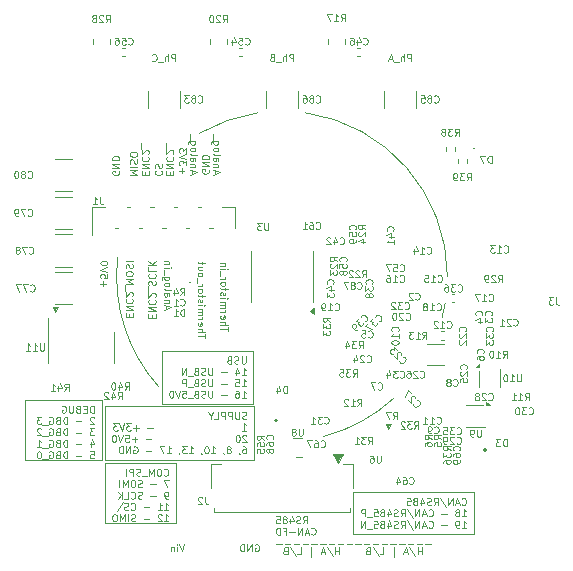
<source format=gbo>
%TF.GenerationSoftware,KiCad,Pcbnew,8.0.9-8.0.9-0~ubuntu22.04.1*%
%TF.CreationDate,2025-03-07T16:39:07+01:00*%
%TF.ProjectId,omodri_sa_v2_laas,6f6d6f64-7269-45f7-9361-5f76325f6c61,1.0*%
%TF.SameCoordinates,Original*%
%TF.FileFunction,Legend,Bot*%
%TF.FilePolarity,Positive*%
%FSLAX46Y46*%
G04 Gerber Fmt 4.6, Leading zero omitted, Abs format (unit mm)*
G04 Created by KiCad (PCBNEW 8.0.9-8.0.9-0~ubuntu22.04.1) date 2025-03-07 16:39:07*
%MOMM*%
%LPD*%
G01*
G04 APERTURE LIST*
%ADD10C,0.120000*%
%ADD11C,0.161600*%
%ADD12C,0.210000*%
G04 APERTURE END LIST*
D10*
X159500000Y-130280000D02*
G75*
G02*
X153547947Y-133540328I-9500000J10280000D01*
G01*
X139589631Y-129363349D02*
G75*
G02*
X136090000Y-118400000I10410369J9363349D01*
G01*
X151950000Y-106130001D02*
G75*
G02*
X164006401Y-120009976I-1950000J-13869999D01*
G01*
X163820000Y-122240000D02*
G75*
G02*
X163543260Y-123548234I-13820200J2240100D01*
G01*
X143010000Y-107870001D02*
G75*
G02*
X147932620Y-106153596I6990000J-12129999D01*
G01*
X140200097Y-122750375D02*
X140200097Y-122464661D01*
X140028668Y-122807518D02*
X140628668Y-122607518D01*
X140628668Y-122607518D02*
X140028668Y-122407518D01*
X140428668Y-122207517D02*
X140028668Y-122207517D01*
X140371525Y-122207517D02*
X140400097Y-122178946D01*
X140400097Y-122178946D02*
X140428668Y-122121803D01*
X140428668Y-122121803D02*
X140428668Y-122036089D01*
X140428668Y-122036089D02*
X140400097Y-121978946D01*
X140400097Y-121978946D02*
X140342954Y-121950375D01*
X140342954Y-121950375D02*
X140028668Y-121950375D01*
X140028668Y-121407518D02*
X140342954Y-121407518D01*
X140342954Y-121407518D02*
X140400097Y-121436089D01*
X140400097Y-121436089D02*
X140428668Y-121493232D01*
X140428668Y-121493232D02*
X140428668Y-121607518D01*
X140428668Y-121607518D02*
X140400097Y-121664660D01*
X140057240Y-121407518D02*
X140028668Y-121464660D01*
X140028668Y-121464660D02*
X140028668Y-121607518D01*
X140028668Y-121607518D02*
X140057240Y-121664660D01*
X140057240Y-121664660D02*
X140114382Y-121693232D01*
X140114382Y-121693232D02*
X140171525Y-121693232D01*
X140171525Y-121693232D02*
X140228668Y-121664660D01*
X140228668Y-121664660D02*
X140257240Y-121607518D01*
X140257240Y-121607518D02*
X140257240Y-121464660D01*
X140257240Y-121464660D02*
X140285811Y-121407518D01*
X140028668Y-121036089D02*
X140057240Y-121093232D01*
X140057240Y-121093232D02*
X140114382Y-121121803D01*
X140114382Y-121121803D02*
X140628668Y-121121803D01*
X140028668Y-120721803D02*
X140057240Y-120778946D01*
X140057240Y-120778946D02*
X140085811Y-120807517D01*
X140085811Y-120807517D02*
X140142954Y-120836089D01*
X140142954Y-120836089D02*
X140314382Y-120836089D01*
X140314382Y-120836089D02*
X140371525Y-120807517D01*
X140371525Y-120807517D02*
X140400097Y-120778946D01*
X140400097Y-120778946D02*
X140428668Y-120721803D01*
X140428668Y-120721803D02*
X140428668Y-120636089D01*
X140428668Y-120636089D02*
X140400097Y-120578946D01*
X140400097Y-120578946D02*
X140371525Y-120550375D01*
X140371525Y-120550375D02*
X140314382Y-120521803D01*
X140314382Y-120521803D02*
X140142954Y-120521803D01*
X140142954Y-120521803D02*
X140085811Y-120550375D01*
X140085811Y-120550375D02*
X140057240Y-120578946D01*
X140057240Y-120578946D02*
X140028668Y-120636089D01*
X140028668Y-120636089D02*
X140028668Y-120721803D01*
X140428668Y-120007518D02*
X139942954Y-120007518D01*
X139942954Y-120007518D02*
X139885811Y-120036089D01*
X139885811Y-120036089D02*
X139857240Y-120064660D01*
X139857240Y-120064660D02*
X139828668Y-120121803D01*
X139828668Y-120121803D02*
X139828668Y-120207518D01*
X139828668Y-120207518D02*
X139857240Y-120264660D01*
X140057240Y-120007518D02*
X140028668Y-120064660D01*
X140028668Y-120064660D02*
X140028668Y-120178946D01*
X140028668Y-120178946D02*
X140057240Y-120236089D01*
X140057240Y-120236089D02*
X140085811Y-120264660D01*
X140085811Y-120264660D02*
X140142954Y-120293232D01*
X140142954Y-120293232D02*
X140314382Y-120293232D01*
X140314382Y-120293232D02*
X140371525Y-120264660D01*
X140371525Y-120264660D02*
X140400097Y-120236089D01*
X140400097Y-120236089D02*
X140428668Y-120178946D01*
X140428668Y-120178946D02*
X140428668Y-120064660D01*
X140428668Y-120064660D02*
X140400097Y-120007518D01*
X139971525Y-119864661D02*
X139971525Y-119407518D01*
X140028668Y-119264660D02*
X140428668Y-119264660D01*
X140628668Y-119264660D02*
X140600097Y-119293232D01*
X140600097Y-119293232D02*
X140571525Y-119264660D01*
X140571525Y-119264660D02*
X140600097Y-119236089D01*
X140600097Y-119236089D02*
X140628668Y-119264660D01*
X140628668Y-119264660D02*
X140571525Y-119264660D01*
X140428668Y-118978946D02*
X140028668Y-118978946D01*
X140371525Y-118978946D02*
X140400097Y-118950375D01*
X140400097Y-118950375D02*
X140428668Y-118893232D01*
X140428668Y-118893232D02*
X140428668Y-118807518D01*
X140428668Y-118807518D02*
X140400097Y-118750375D01*
X140400097Y-118750375D02*
X140342954Y-118721804D01*
X140342954Y-118721804D02*
X140028668Y-118721804D01*
X136200097Y-111063910D02*
X136228668Y-111121053D01*
X136228668Y-111121053D02*
X136228668Y-111206767D01*
X136228668Y-111206767D02*
X136200097Y-111292481D01*
X136200097Y-111292481D02*
X136142954Y-111349624D01*
X136142954Y-111349624D02*
X136085811Y-111378195D01*
X136085811Y-111378195D02*
X135971525Y-111406767D01*
X135971525Y-111406767D02*
X135885811Y-111406767D01*
X135885811Y-111406767D02*
X135771525Y-111378195D01*
X135771525Y-111378195D02*
X135714382Y-111349624D01*
X135714382Y-111349624D02*
X135657240Y-111292481D01*
X135657240Y-111292481D02*
X135628668Y-111206767D01*
X135628668Y-111206767D02*
X135628668Y-111149624D01*
X135628668Y-111149624D02*
X135657240Y-111063910D01*
X135657240Y-111063910D02*
X135685811Y-111035338D01*
X135685811Y-111035338D02*
X135885811Y-111035338D01*
X135885811Y-111035338D02*
X135885811Y-111149624D01*
X135628668Y-110778195D02*
X136228668Y-110778195D01*
X136228668Y-110778195D02*
X135628668Y-110435338D01*
X135628668Y-110435338D02*
X136228668Y-110435338D01*
X135628668Y-110149624D02*
X136228668Y-110149624D01*
X136228668Y-110149624D02*
X136228668Y-110006767D01*
X136228668Y-110006767D02*
X136200097Y-109921053D01*
X136200097Y-109921053D02*
X136142954Y-109863910D01*
X136142954Y-109863910D02*
X136085811Y-109835339D01*
X136085811Y-109835339D02*
X135971525Y-109806767D01*
X135971525Y-109806767D02*
X135885811Y-109806767D01*
X135885811Y-109806767D02*
X135771525Y-109835339D01*
X135771525Y-109835339D02*
X135714382Y-109863910D01*
X135714382Y-109863910D02*
X135657240Y-109921053D01*
X135657240Y-109921053D02*
X135628668Y-110006767D01*
X135628668Y-110006767D02*
X135628668Y-110149624D01*
X140525937Y-111378195D02*
X140525937Y-111178195D01*
X140211651Y-111092481D02*
X140211651Y-111378195D01*
X140211651Y-111378195D02*
X140811651Y-111378195D01*
X140811651Y-111378195D02*
X140811651Y-111092481D01*
X140211651Y-110835338D02*
X140811651Y-110835338D01*
X140811651Y-110835338D02*
X140211651Y-110492481D01*
X140211651Y-110492481D02*
X140811651Y-110492481D01*
X140268794Y-109863910D02*
X140240223Y-109892482D01*
X140240223Y-109892482D02*
X140211651Y-109978196D01*
X140211651Y-109978196D02*
X140211651Y-110035339D01*
X140211651Y-110035339D02*
X140240223Y-110121053D01*
X140240223Y-110121053D02*
X140297365Y-110178196D01*
X140297365Y-110178196D02*
X140354508Y-110206767D01*
X140354508Y-110206767D02*
X140468794Y-110235339D01*
X140468794Y-110235339D02*
X140554508Y-110235339D01*
X140554508Y-110235339D02*
X140668794Y-110206767D01*
X140668794Y-110206767D02*
X140725937Y-110178196D01*
X140725937Y-110178196D02*
X140783080Y-110121053D01*
X140783080Y-110121053D02*
X140811651Y-110035339D01*
X140811651Y-110035339D02*
X140811651Y-109978196D01*
X140811651Y-109978196D02*
X140783080Y-109892482D01*
X140783080Y-109892482D02*
X140754508Y-109863910D01*
X140754508Y-109635339D02*
X140783080Y-109606767D01*
X140783080Y-109606767D02*
X140811651Y-109549625D01*
X140811651Y-109549625D02*
X140811651Y-109406767D01*
X140811651Y-109406767D02*
X140783080Y-109349625D01*
X140783080Y-109349625D02*
X140754508Y-109321053D01*
X140754508Y-109321053D02*
X140697365Y-109292482D01*
X140697365Y-109292482D02*
X140640223Y-109292482D01*
X140640223Y-109292482D02*
X140554508Y-109321053D01*
X140554508Y-109321053D02*
X140211651Y-109663910D01*
X140211651Y-109663910D02*
X140211651Y-109292482D01*
X140154508Y-109178196D02*
X140154508Y-108721053D01*
X139302828Y-111035338D02*
X139274257Y-111063910D01*
X139274257Y-111063910D02*
X139245685Y-111149624D01*
X139245685Y-111149624D02*
X139245685Y-111206767D01*
X139245685Y-111206767D02*
X139274257Y-111292481D01*
X139274257Y-111292481D02*
X139331399Y-111349624D01*
X139331399Y-111349624D02*
X139388542Y-111378195D01*
X139388542Y-111378195D02*
X139502828Y-111406767D01*
X139502828Y-111406767D02*
X139588542Y-111406767D01*
X139588542Y-111406767D02*
X139702828Y-111378195D01*
X139702828Y-111378195D02*
X139759971Y-111349624D01*
X139759971Y-111349624D02*
X139817114Y-111292481D01*
X139817114Y-111292481D02*
X139845685Y-111206767D01*
X139845685Y-111206767D02*
X139845685Y-111149624D01*
X139845685Y-111149624D02*
X139817114Y-111063910D01*
X139817114Y-111063910D02*
X139788542Y-111035338D01*
X139274257Y-110806767D02*
X139245685Y-110721053D01*
X139245685Y-110721053D02*
X139245685Y-110578195D01*
X139245685Y-110578195D02*
X139274257Y-110521053D01*
X139274257Y-110521053D02*
X139302828Y-110492481D01*
X139302828Y-110492481D02*
X139359971Y-110463910D01*
X139359971Y-110463910D02*
X139417114Y-110463910D01*
X139417114Y-110463910D02*
X139474257Y-110492481D01*
X139474257Y-110492481D02*
X139502828Y-110521053D01*
X139502828Y-110521053D02*
X139531399Y-110578195D01*
X139531399Y-110578195D02*
X139559971Y-110692481D01*
X139559971Y-110692481D02*
X139588542Y-110749624D01*
X139588542Y-110749624D02*
X139617114Y-110778195D01*
X139617114Y-110778195D02*
X139674257Y-110806767D01*
X139674257Y-110806767D02*
X139731399Y-110806767D01*
X139731399Y-110806767D02*
X139788542Y-110778195D01*
X139788542Y-110778195D02*
X139817114Y-110749624D01*
X139817114Y-110749624D02*
X139845685Y-110692481D01*
X139845685Y-110692481D02*
X139845685Y-110549624D01*
X139845685Y-110549624D02*
X139817114Y-110463910D01*
X144349046Y-111306767D02*
X144349046Y-111021053D01*
X144177617Y-111363910D02*
X144777617Y-111163910D01*
X144777617Y-111163910D02*
X144177617Y-110963910D01*
X144577617Y-110763909D02*
X144177617Y-110763909D01*
X144520474Y-110763909D02*
X144549046Y-110735338D01*
X144549046Y-110735338D02*
X144577617Y-110678195D01*
X144577617Y-110678195D02*
X144577617Y-110592481D01*
X144577617Y-110592481D02*
X144549046Y-110535338D01*
X144549046Y-110535338D02*
X144491903Y-110506767D01*
X144491903Y-110506767D02*
X144177617Y-110506767D01*
X144177617Y-109963910D02*
X144491903Y-109963910D01*
X144491903Y-109963910D02*
X144549046Y-109992481D01*
X144549046Y-109992481D02*
X144577617Y-110049624D01*
X144577617Y-110049624D02*
X144577617Y-110163910D01*
X144577617Y-110163910D02*
X144549046Y-110221052D01*
X144206189Y-109963910D02*
X144177617Y-110021052D01*
X144177617Y-110021052D02*
X144177617Y-110163910D01*
X144177617Y-110163910D02*
X144206189Y-110221052D01*
X144206189Y-110221052D02*
X144263331Y-110249624D01*
X144263331Y-110249624D02*
X144320474Y-110249624D01*
X144320474Y-110249624D02*
X144377617Y-110221052D01*
X144377617Y-110221052D02*
X144406189Y-110163910D01*
X144406189Y-110163910D02*
X144406189Y-110021052D01*
X144406189Y-110021052D02*
X144434760Y-109963910D01*
X144177617Y-109592481D02*
X144206189Y-109649624D01*
X144206189Y-109649624D02*
X144263331Y-109678195D01*
X144263331Y-109678195D02*
X144777617Y-109678195D01*
X144177617Y-109278195D02*
X144206189Y-109335338D01*
X144206189Y-109335338D02*
X144234760Y-109363909D01*
X144234760Y-109363909D02*
X144291903Y-109392481D01*
X144291903Y-109392481D02*
X144463331Y-109392481D01*
X144463331Y-109392481D02*
X144520474Y-109363909D01*
X144520474Y-109363909D02*
X144549046Y-109335338D01*
X144549046Y-109335338D02*
X144577617Y-109278195D01*
X144577617Y-109278195D02*
X144577617Y-109192481D01*
X144577617Y-109192481D02*
X144549046Y-109135338D01*
X144549046Y-109135338D02*
X144520474Y-109106767D01*
X144520474Y-109106767D02*
X144463331Y-109078195D01*
X144463331Y-109078195D02*
X144291903Y-109078195D01*
X144291903Y-109078195D02*
X144234760Y-109106767D01*
X144234760Y-109106767D02*
X144206189Y-109135338D01*
X144206189Y-109135338D02*
X144177617Y-109192481D01*
X144177617Y-109192481D02*
X144177617Y-109278195D01*
X144577617Y-108563910D02*
X144091903Y-108563910D01*
X144091903Y-108563910D02*
X144034760Y-108592481D01*
X144034760Y-108592481D02*
X144006189Y-108621052D01*
X144006189Y-108621052D02*
X143977617Y-108678195D01*
X143977617Y-108678195D02*
X143977617Y-108763910D01*
X143977617Y-108763910D02*
X144006189Y-108821052D01*
X144206189Y-108563910D02*
X144177617Y-108621052D01*
X144177617Y-108621052D02*
X144177617Y-108735338D01*
X144177617Y-108735338D02*
X144206189Y-108792481D01*
X144206189Y-108792481D02*
X144234760Y-108821052D01*
X144234760Y-108821052D02*
X144291903Y-108849624D01*
X144291903Y-108849624D02*
X144463331Y-108849624D01*
X144463331Y-108849624D02*
X144520474Y-108821052D01*
X144520474Y-108821052D02*
X144549046Y-108792481D01*
X144549046Y-108792481D02*
X144577617Y-108735338D01*
X144577617Y-108735338D02*
X144577617Y-108621052D01*
X144577617Y-108621052D02*
X144549046Y-108563910D01*
X144120474Y-108421053D02*
X144120474Y-107963910D01*
X143783080Y-110963910D02*
X143811651Y-111021053D01*
X143811651Y-111021053D02*
X143811651Y-111106767D01*
X143811651Y-111106767D02*
X143783080Y-111192481D01*
X143783080Y-111192481D02*
X143725937Y-111249624D01*
X143725937Y-111249624D02*
X143668794Y-111278195D01*
X143668794Y-111278195D02*
X143554508Y-111306767D01*
X143554508Y-111306767D02*
X143468794Y-111306767D01*
X143468794Y-111306767D02*
X143354508Y-111278195D01*
X143354508Y-111278195D02*
X143297365Y-111249624D01*
X143297365Y-111249624D02*
X143240223Y-111192481D01*
X143240223Y-111192481D02*
X143211651Y-111106767D01*
X143211651Y-111106767D02*
X143211651Y-111049624D01*
X143211651Y-111049624D02*
X143240223Y-110963910D01*
X143240223Y-110963910D02*
X143268794Y-110935338D01*
X143268794Y-110935338D02*
X143468794Y-110935338D01*
X143468794Y-110935338D02*
X143468794Y-111049624D01*
X143211651Y-110678195D02*
X143811651Y-110678195D01*
X143811651Y-110678195D02*
X143211651Y-110335338D01*
X143211651Y-110335338D02*
X143811651Y-110335338D01*
X143211651Y-110049624D02*
X143811651Y-110049624D01*
X143811651Y-110049624D02*
X143811651Y-109906767D01*
X143811651Y-109906767D02*
X143783080Y-109821053D01*
X143783080Y-109821053D02*
X143725937Y-109763910D01*
X143725937Y-109763910D02*
X143668794Y-109735339D01*
X143668794Y-109735339D02*
X143554508Y-109706767D01*
X143554508Y-109706767D02*
X143468794Y-109706767D01*
X143468794Y-109706767D02*
X143354508Y-109735339D01*
X143354508Y-109735339D02*
X143297365Y-109763910D01*
X143297365Y-109763910D02*
X143240223Y-109821053D01*
X143240223Y-109821053D02*
X143211651Y-109906767D01*
X143211651Y-109906767D02*
X143211651Y-110049624D01*
X142417114Y-111306767D02*
X142417114Y-111021053D01*
X142245685Y-111363910D02*
X142845685Y-111163910D01*
X142845685Y-111163910D02*
X142245685Y-110963910D01*
X142645685Y-110763909D02*
X142245685Y-110763909D01*
X142588542Y-110763909D02*
X142617114Y-110735338D01*
X142617114Y-110735338D02*
X142645685Y-110678195D01*
X142645685Y-110678195D02*
X142645685Y-110592481D01*
X142645685Y-110592481D02*
X142617114Y-110535338D01*
X142617114Y-110535338D02*
X142559971Y-110506767D01*
X142559971Y-110506767D02*
X142245685Y-110506767D01*
X142245685Y-109963910D02*
X142559971Y-109963910D01*
X142559971Y-109963910D02*
X142617114Y-109992481D01*
X142617114Y-109992481D02*
X142645685Y-110049624D01*
X142645685Y-110049624D02*
X142645685Y-110163910D01*
X142645685Y-110163910D02*
X142617114Y-110221052D01*
X142274257Y-109963910D02*
X142245685Y-110021052D01*
X142245685Y-110021052D02*
X142245685Y-110163910D01*
X142245685Y-110163910D02*
X142274257Y-110221052D01*
X142274257Y-110221052D02*
X142331399Y-110249624D01*
X142331399Y-110249624D02*
X142388542Y-110249624D01*
X142388542Y-110249624D02*
X142445685Y-110221052D01*
X142445685Y-110221052D02*
X142474257Y-110163910D01*
X142474257Y-110163910D02*
X142474257Y-110021052D01*
X142474257Y-110021052D02*
X142502828Y-109963910D01*
X142245685Y-109592481D02*
X142274257Y-109649624D01*
X142274257Y-109649624D02*
X142331399Y-109678195D01*
X142331399Y-109678195D02*
X142845685Y-109678195D01*
X142245685Y-109278195D02*
X142274257Y-109335338D01*
X142274257Y-109335338D02*
X142302828Y-109363909D01*
X142302828Y-109363909D02*
X142359971Y-109392481D01*
X142359971Y-109392481D02*
X142531399Y-109392481D01*
X142531399Y-109392481D02*
X142588542Y-109363909D01*
X142588542Y-109363909D02*
X142617114Y-109335338D01*
X142617114Y-109335338D02*
X142645685Y-109278195D01*
X142645685Y-109278195D02*
X142645685Y-109192481D01*
X142645685Y-109192481D02*
X142617114Y-109135338D01*
X142617114Y-109135338D02*
X142588542Y-109106767D01*
X142588542Y-109106767D02*
X142531399Y-109078195D01*
X142531399Y-109078195D02*
X142359971Y-109078195D01*
X142359971Y-109078195D02*
X142302828Y-109106767D01*
X142302828Y-109106767D02*
X142274257Y-109135338D01*
X142274257Y-109135338D02*
X142245685Y-109192481D01*
X142245685Y-109192481D02*
X142245685Y-109278195D01*
X142645685Y-108563910D02*
X142159971Y-108563910D01*
X142159971Y-108563910D02*
X142102828Y-108592481D01*
X142102828Y-108592481D02*
X142074257Y-108621052D01*
X142074257Y-108621052D02*
X142045685Y-108678195D01*
X142045685Y-108678195D02*
X142045685Y-108763910D01*
X142045685Y-108763910D02*
X142074257Y-108821052D01*
X142274257Y-108563910D02*
X142245685Y-108621052D01*
X142245685Y-108621052D02*
X142245685Y-108735338D01*
X142245685Y-108735338D02*
X142274257Y-108792481D01*
X142274257Y-108792481D02*
X142302828Y-108821052D01*
X142302828Y-108821052D02*
X142359971Y-108849624D01*
X142359971Y-108849624D02*
X142531399Y-108849624D01*
X142531399Y-108849624D02*
X142588542Y-108821052D01*
X142588542Y-108821052D02*
X142617114Y-108792481D01*
X142617114Y-108792481D02*
X142645685Y-108735338D01*
X142645685Y-108735338D02*
X142645685Y-108621052D01*
X142645685Y-108621052D02*
X142617114Y-108563910D01*
X142188542Y-108421053D02*
X142188542Y-107963910D01*
X141508291Y-111278195D02*
X141508291Y-110821053D01*
X141279719Y-111049624D02*
X141736862Y-111049624D01*
X141879719Y-110592481D02*
X141879719Y-110221053D01*
X141879719Y-110221053D02*
X141651148Y-110421053D01*
X141651148Y-110421053D02*
X141651148Y-110335338D01*
X141651148Y-110335338D02*
X141622576Y-110278196D01*
X141622576Y-110278196D02*
X141594005Y-110249624D01*
X141594005Y-110249624D02*
X141536862Y-110221053D01*
X141536862Y-110221053D02*
X141394005Y-110221053D01*
X141394005Y-110221053D02*
X141336862Y-110249624D01*
X141336862Y-110249624D02*
X141308291Y-110278196D01*
X141308291Y-110278196D02*
X141279719Y-110335338D01*
X141279719Y-110335338D02*
X141279719Y-110506767D01*
X141279719Y-110506767D02*
X141308291Y-110563910D01*
X141308291Y-110563910D02*
X141336862Y-110592481D01*
X141879719Y-110049624D02*
X141279719Y-109849624D01*
X141279719Y-109849624D02*
X141879719Y-109649624D01*
X141879719Y-109506766D02*
X141879719Y-109135338D01*
X141879719Y-109135338D02*
X141651148Y-109335338D01*
X141651148Y-109335338D02*
X141651148Y-109249623D01*
X141651148Y-109249623D02*
X141622576Y-109192481D01*
X141622576Y-109192481D02*
X141594005Y-109163909D01*
X141594005Y-109163909D02*
X141536862Y-109135338D01*
X141536862Y-109135338D02*
X141394005Y-109135338D01*
X141394005Y-109135338D02*
X141336862Y-109163909D01*
X141336862Y-109163909D02*
X141308291Y-109192481D01*
X141308291Y-109192481D02*
X141279719Y-109249623D01*
X141279719Y-109249623D02*
X141279719Y-109421052D01*
X141279719Y-109421052D02*
X141308291Y-109478195D01*
X141308291Y-109478195D02*
X141336862Y-109506766D01*
X140957142Y-101771331D02*
X140957142Y-101171331D01*
X140957142Y-101171331D02*
X140728571Y-101171331D01*
X140728571Y-101171331D02*
X140671428Y-101199902D01*
X140671428Y-101199902D02*
X140642857Y-101228474D01*
X140642857Y-101228474D02*
X140614285Y-101285617D01*
X140614285Y-101285617D02*
X140614285Y-101371331D01*
X140614285Y-101371331D02*
X140642857Y-101428474D01*
X140642857Y-101428474D02*
X140671428Y-101457045D01*
X140671428Y-101457045D02*
X140728571Y-101485617D01*
X140728571Y-101485617D02*
X140957142Y-101485617D01*
X140357142Y-101771331D02*
X140357142Y-101171331D01*
X140100000Y-101771331D02*
X140100000Y-101457045D01*
X140100000Y-101457045D02*
X140128571Y-101399902D01*
X140128571Y-101399902D02*
X140185714Y-101371331D01*
X140185714Y-101371331D02*
X140271428Y-101371331D01*
X140271428Y-101371331D02*
X140328571Y-101399902D01*
X140328571Y-101399902D02*
X140357142Y-101428474D01*
X139957143Y-101828474D02*
X139500000Y-101828474D01*
X139014285Y-101714188D02*
X139042857Y-101742760D01*
X139042857Y-101742760D02*
X139128571Y-101771331D01*
X139128571Y-101771331D02*
X139185714Y-101771331D01*
X139185714Y-101771331D02*
X139271428Y-101742760D01*
X139271428Y-101742760D02*
X139328571Y-101685617D01*
X139328571Y-101685617D02*
X139357142Y-101628474D01*
X139357142Y-101628474D02*
X139385714Y-101514188D01*
X139385714Y-101514188D02*
X139385714Y-101428474D01*
X139385714Y-101428474D02*
X139357142Y-101314188D01*
X139357142Y-101314188D02*
X139328571Y-101257045D01*
X139328571Y-101257045D02*
X139271428Y-101199902D01*
X139271428Y-101199902D02*
X139185714Y-101171331D01*
X139185714Y-101171331D02*
X139128571Y-101171331D01*
X139128571Y-101171331D02*
X139042857Y-101199902D01*
X139042857Y-101199902D02*
X139014285Y-101228474D01*
X141714285Y-142671331D02*
X141514285Y-143271331D01*
X141514285Y-143271331D02*
X141314285Y-142671331D01*
X141114284Y-143271331D02*
X141114284Y-142871331D01*
X141114284Y-142671331D02*
X141142856Y-142699902D01*
X141142856Y-142699902D02*
X141114284Y-142728474D01*
X141114284Y-142728474D02*
X141085713Y-142699902D01*
X141085713Y-142699902D02*
X141114284Y-142671331D01*
X141114284Y-142671331D02*
X141114284Y-142728474D01*
X140828570Y-142871331D02*
X140828570Y-143271331D01*
X140828570Y-142928474D02*
X140799999Y-142899902D01*
X140799999Y-142899902D02*
X140742856Y-142871331D01*
X140742856Y-142871331D02*
X140657142Y-142871331D01*
X140657142Y-142871331D02*
X140599999Y-142899902D01*
X140599999Y-142899902D02*
X140571428Y-142957045D01*
X140571428Y-142957045D02*
X140571428Y-143271331D01*
X145394634Y-124621804D02*
X145394634Y-124278947D01*
X144794634Y-124450375D02*
X145394634Y-124450375D01*
X144794634Y-124078946D02*
X145394634Y-124078946D01*
X144794634Y-123821804D02*
X145108920Y-123821804D01*
X145108920Y-123821804D02*
X145166063Y-123850375D01*
X145166063Y-123850375D02*
X145194634Y-123907518D01*
X145194634Y-123907518D02*
X145194634Y-123993232D01*
X145194634Y-123993232D02*
X145166063Y-124050375D01*
X145166063Y-124050375D02*
X145137491Y-124078946D01*
X144823206Y-123307518D02*
X144794634Y-123364661D01*
X144794634Y-123364661D02*
X144794634Y-123478947D01*
X144794634Y-123478947D02*
X144823206Y-123536089D01*
X144823206Y-123536089D02*
X144880348Y-123564661D01*
X144880348Y-123564661D02*
X145108920Y-123564661D01*
X145108920Y-123564661D02*
X145166063Y-123536089D01*
X145166063Y-123536089D02*
X145194634Y-123478947D01*
X145194634Y-123478947D02*
X145194634Y-123364661D01*
X145194634Y-123364661D02*
X145166063Y-123307518D01*
X145166063Y-123307518D02*
X145108920Y-123278947D01*
X145108920Y-123278947D02*
X145051777Y-123278947D01*
X145051777Y-123278947D02*
X144994634Y-123564661D01*
X144794634Y-123021803D02*
X145194634Y-123021803D01*
X145080348Y-123021803D02*
X145137491Y-122993232D01*
X145137491Y-122993232D02*
X145166063Y-122964661D01*
X145166063Y-122964661D02*
X145194634Y-122907518D01*
X145194634Y-122907518D02*
X145194634Y-122850375D01*
X144794634Y-122650374D02*
X145194634Y-122650374D01*
X145137491Y-122650374D02*
X145166063Y-122621803D01*
X145166063Y-122621803D02*
X145194634Y-122564660D01*
X145194634Y-122564660D02*
X145194634Y-122478946D01*
X145194634Y-122478946D02*
X145166063Y-122421803D01*
X145166063Y-122421803D02*
X145108920Y-122393232D01*
X145108920Y-122393232D02*
X144794634Y-122393232D01*
X145108920Y-122393232D02*
X145166063Y-122364660D01*
X145166063Y-122364660D02*
X145194634Y-122307517D01*
X145194634Y-122307517D02*
X145194634Y-122221803D01*
X145194634Y-122221803D02*
X145166063Y-122164660D01*
X145166063Y-122164660D02*
X145108920Y-122136089D01*
X145108920Y-122136089D02*
X144794634Y-122136089D01*
X144794634Y-121850374D02*
X145194634Y-121850374D01*
X145394634Y-121850374D02*
X145366063Y-121878946D01*
X145366063Y-121878946D02*
X145337491Y-121850374D01*
X145337491Y-121850374D02*
X145366063Y-121821803D01*
X145366063Y-121821803D02*
X145394634Y-121850374D01*
X145394634Y-121850374D02*
X145337491Y-121850374D01*
X144823206Y-121593232D02*
X144794634Y-121536089D01*
X144794634Y-121536089D02*
X144794634Y-121421803D01*
X144794634Y-121421803D02*
X144823206Y-121364660D01*
X144823206Y-121364660D02*
X144880348Y-121336089D01*
X144880348Y-121336089D02*
X144908920Y-121336089D01*
X144908920Y-121336089D02*
X144966063Y-121364660D01*
X144966063Y-121364660D02*
X144994634Y-121421803D01*
X144994634Y-121421803D02*
X144994634Y-121507518D01*
X144994634Y-121507518D02*
X145023206Y-121564660D01*
X145023206Y-121564660D02*
X145080348Y-121593232D01*
X145080348Y-121593232D02*
X145108920Y-121593232D01*
X145108920Y-121593232D02*
X145166063Y-121564660D01*
X145166063Y-121564660D02*
X145194634Y-121507518D01*
X145194634Y-121507518D02*
X145194634Y-121421803D01*
X145194634Y-121421803D02*
X145166063Y-121364660D01*
X145194634Y-121164661D02*
X145194634Y-120936089D01*
X145394634Y-121078946D02*
X144880348Y-121078946D01*
X144880348Y-121078946D02*
X144823206Y-121050375D01*
X144823206Y-121050375D02*
X144794634Y-120993232D01*
X144794634Y-120993232D02*
X144794634Y-120936089D01*
X144794634Y-120650375D02*
X144823206Y-120707518D01*
X144823206Y-120707518D02*
X144851777Y-120736089D01*
X144851777Y-120736089D02*
X144908920Y-120764661D01*
X144908920Y-120764661D02*
X145080348Y-120764661D01*
X145080348Y-120764661D02*
X145137491Y-120736089D01*
X145137491Y-120736089D02*
X145166063Y-120707518D01*
X145166063Y-120707518D02*
X145194634Y-120650375D01*
X145194634Y-120650375D02*
X145194634Y-120564661D01*
X145194634Y-120564661D02*
X145166063Y-120507518D01*
X145166063Y-120507518D02*
X145137491Y-120478947D01*
X145137491Y-120478947D02*
X145080348Y-120450375D01*
X145080348Y-120450375D02*
X144908920Y-120450375D01*
X144908920Y-120450375D02*
X144851777Y-120478947D01*
X144851777Y-120478947D02*
X144823206Y-120507518D01*
X144823206Y-120507518D02*
X144794634Y-120564661D01*
X144794634Y-120564661D02*
X144794634Y-120650375D01*
X144794634Y-120193232D02*
X145194634Y-120193232D01*
X145080348Y-120193232D02*
X145137491Y-120164661D01*
X145137491Y-120164661D02*
X145166063Y-120136090D01*
X145166063Y-120136090D02*
X145194634Y-120078947D01*
X145194634Y-120078947D02*
X145194634Y-120021804D01*
X144737491Y-119964661D02*
X144737491Y-119507518D01*
X144794634Y-119364660D02*
X145194634Y-119364660D01*
X145394634Y-119364660D02*
X145366063Y-119393232D01*
X145366063Y-119393232D02*
X145337491Y-119364660D01*
X145337491Y-119364660D02*
X145366063Y-119336089D01*
X145366063Y-119336089D02*
X145394634Y-119364660D01*
X145394634Y-119364660D02*
X145337491Y-119364660D01*
X145194634Y-119078946D02*
X144794634Y-119078946D01*
X145137491Y-119078946D02*
X145166063Y-119050375D01*
X145166063Y-119050375D02*
X145194634Y-118993232D01*
X145194634Y-118993232D02*
X145194634Y-118907518D01*
X145194634Y-118907518D02*
X145166063Y-118850375D01*
X145166063Y-118850375D02*
X145108920Y-118821804D01*
X145108920Y-118821804D02*
X144794634Y-118821804D01*
X143462702Y-125221804D02*
X143462702Y-124878947D01*
X142862702Y-125050375D02*
X143462702Y-125050375D01*
X142862702Y-124678946D02*
X143462702Y-124678946D01*
X142862702Y-124421804D02*
X143176988Y-124421804D01*
X143176988Y-124421804D02*
X143234131Y-124450375D01*
X143234131Y-124450375D02*
X143262702Y-124507518D01*
X143262702Y-124507518D02*
X143262702Y-124593232D01*
X143262702Y-124593232D02*
X143234131Y-124650375D01*
X143234131Y-124650375D02*
X143205559Y-124678946D01*
X142891274Y-123907518D02*
X142862702Y-123964661D01*
X142862702Y-123964661D02*
X142862702Y-124078947D01*
X142862702Y-124078947D02*
X142891274Y-124136089D01*
X142891274Y-124136089D02*
X142948416Y-124164661D01*
X142948416Y-124164661D02*
X143176988Y-124164661D01*
X143176988Y-124164661D02*
X143234131Y-124136089D01*
X143234131Y-124136089D02*
X143262702Y-124078947D01*
X143262702Y-124078947D02*
X143262702Y-123964661D01*
X143262702Y-123964661D02*
X143234131Y-123907518D01*
X143234131Y-123907518D02*
X143176988Y-123878947D01*
X143176988Y-123878947D02*
X143119845Y-123878947D01*
X143119845Y-123878947D02*
X143062702Y-124164661D01*
X142862702Y-123621803D02*
X143262702Y-123621803D01*
X143148416Y-123621803D02*
X143205559Y-123593232D01*
X143205559Y-123593232D02*
X143234131Y-123564661D01*
X143234131Y-123564661D02*
X143262702Y-123507518D01*
X143262702Y-123507518D02*
X143262702Y-123450375D01*
X142862702Y-123250374D02*
X143262702Y-123250374D01*
X143205559Y-123250374D02*
X143234131Y-123221803D01*
X143234131Y-123221803D02*
X143262702Y-123164660D01*
X143262702Y-123164660D02*
X143262702Y-123078946D01*
X143262702Y-123078946D02*
X143234131Y-123021803D01*
X143234131Y-123021803D02*
X143176988Y-122993232D01*
X143176988Y-122993232D02*
X142862702Y-122993232D01*
X143176988Y-122993232D02*
X143234131Y-122964660D01*
X143234131Y-122964660D02*
X143262702Y-122907517D01*
X143262702Y-122907517D02*
X143262702Y-122821803D01*
X143262702Y-122821803D02*
X143234131Y-122764660D01*
X143234131Y-122764660D02*
X143176988Y-122736089D01*
X143176988Y-122736089D02*
X142862702Y-122736089D01*
X142862702Y-122450374D02*
X143262702Y-122450374D01*
X143462702Y-122450374D02*
X143434131Y-122478946D01*
X143434131Y-122478946D02*
X143405559Y-122450374D01*
X143405559Y-122450374D02*
X143434131Y-122421803D01*
X143434131Y-122421803D02*
X143462702Y-122450374D01*
X143462702Y-122450374D02*
X143405559Y-122450374D01*
X142891274Y-122193232D02*
X142862702Y-122136089D01*
X142862702Y-122136089D02*
X142862702Y-122021803D01*
X142862702Y-122021803D02*
X142891274Y-121964660D01*
X142891274Y-121964660D02*
X142948416Y-121936089D01*
X142948416Y-121936089D02*
X142976988Y-121936089D01*
X142976988Y-121936089D02*
X143034131Y-121964660D01*
X143034131Y-121964660D02*
X143062702Y-122021803D01*
X143062702Y-122021803D02*
X143062702Y-122107518D01*
X143062702Y-122107518D02*
X143091274Y-122164660D01*
X143091274Y-122164660D02*
X143148416Y-122193232D01*
X143148416Y-122193232D02*
X143176988Y-122193232D01*
X143176988Y-122193232D02*
X143234131Y-122164660D01*
X143234131Y-122164660D02*
X143262702Y-122107518D01*
X143262702Y-122107518D02*
X143262702Y-122021803D01*
X143262702Y-122021803D02*
X143234131Y-121964660D01*
X143262702Y-121764661D02*
X143262702Y-121536089D01*
X143462702Y-121678946D02*
X142948416Y-121678946D01*
X142948416Y-121678946D02*
X142891274Y-121650375D01*
X142891274Y-121650375D02*
X142862702Y-121593232D01*
X142862702Y-121593232D02*
X142862702Y-121536089D01*
X142862702Y-121250375D02*
X142891274Y-121307518D01*
X142891274Y-121307518D02*
X142919845Y-121336089D01*
X142919845Y-121336089D02*
X142976988Y-121364661D01*
X142976988Y-121364661D02*
X143148416Y-121364661D01*
X143148416Y-121364661D02*
X143205559Y-121336089D01*
X143205559Y-121336089D02*
X143234131Y-121307518D01*
X143234131Y-121307518D02*
X143262702Y-121250375D01*
X143262702Y-121250375D02*
X143262702Y-121164661D01*
X143262702Y-121164661D02*
X143234131Y-121107518D01*
X143234131Y-121107518D02*
X143205559Y-121078947D01*
X143205559Y-121078947D02*
X143148416Y-121050375D01*
X143148416Y-121050375D02*
X142976988Y-121050375D01*
X142976988Y-121050375D02*
X142919845Y-121078947D01*
X142919845Y-121078947D02*
X142891274Y-121107518D01*
X142891274Y-121107518D02*
X142862702Y-121164661D01*
X142862702Y-121164661D02*
X142862702Y-121250375D01*
X142862702Y-120793232D02*
X143262702Y-120793232D01*
X143148416Y-120793232D02*
X143205559Y-120764661D01*
X143205559Y-120764661D02*
X143234131Y-120736090D01*
X143234131Y-120736090D02*
X143262702Y-120678947D01*
X143262702Y-120678947D02*
X143262702Y-120621804D01*
X142805559Y-120564661D02*
X142805559Y-120107518D01*
X142862702Y-119878946D02*
X142891274Y-119936089D01*
X142891274Y-119936089D02*
X142919845Y-119964660D01*
X142919845Y-119964660D02*
X142976988Y-119993232D01*
X142976988Y-119993232D02*
X143148416Y-119993232D01*
X143148416Y-119993232D02*
X143205559Y-119964660D01*
X143205559Y-119964660D02*
X143234131Y-119936089D01*
X143234131Y-119936089D02*
X143262702Y-119878946D01*
X143262702Y-119878946D02*
X143262702Y-119793232D01*
X143262702Y-119793232D02*
X143234131Y-119736089D01*
X143234131Y-119736089D02*
X143205559Y-119707518D01*
X143205559Y-119707518D02*
X143148416Y-119678946D01*
X143148416Y-119678946D02*
X142976988Y-119678946D01*
X142976988Y-119678946D02*
X142919845Y-119707518D01*
X142919845Y-119707518D02*
X142891274Y-119736089D01*
X142891274Y-119736089D02*
X142862702Y-119793232D01*
X142862702Y-119793232D02*
X142862702Y-119878946D01*
X143262702Y-119164661D02*
X142862702Y-119164661D01*
X143262702Y-119421803D02*
X142948416Y-119421803D01*
X142948416Y-119421803D02*
X142891274Y-119393232D01*
X142891274Y-119393232D02*
X142862702Y-119336089D01*
X142862702Y-119336089D02*
X142862702Y-119250375D01*
X142862702Y-119250375D02*
X142891274Y-119193232D01*
X142891274Y-119193232D02*
X142919845Y-119164661D01*
X143262702Y-118964661D02*
X143262702Y-118736089D01*
X143462702Y-118878946D02*
X142948416Y-118878946D01*
X142948416Y-118878946D02*
X142891274Y-118850375D01*
X142891274Y-118850375D02*
X142862702Y-118793232D01*
X142862702Y-118793232D02*
X142862702Y-118736089D01*
X134857240Y-120836090D02*
X134857240Y-120378948D01*
X134628668Y-120607519D02*
X135085811Y-120607519D01*
X135228668Y-119807519D02*
X135228668Y-120093233D01*
X135228668Y-120093233D02*
X134942954Y-120121805D01*
X134942954Y-120121805D02*
X134971525Y-120093233D01*
X134971525Y-120093233D02*
X135000097Y-120036091D01*
X135000097Y-120036091D02*
X135000097Y-119893233D01*
X135000097Y-119893233D02*
X134971525Y-119836091D01*
X134971525Y-119836091D02*
X134942954Y-119807519D01*
X134942954Y-119807519D02*
X134885811Y-119778948D01*
X134885811Y-119778948D02*
X134742954Y-119778948D01*
X134742954Y-119778948D02*
X134685811Y-119807519D01*
X134685811Y-119807519D02*
X134657240Y-119836091D01*
X134657240Y-119836091D02*
X134628668Y-119893233D01*
X134628668Y-119893233D02*
X134628668Y-120036091D01*
X134628668Y-120036091D02*
X134657240Y-120093233D01*
X134657240Y-120093233D02*
X134685811Y-120121805D01*
X135228668Y-119607519D02*
X134628668Y-119407519D01*
X134628668Y-119407519D02*
X135228668Y-119207519D01*
X135228668Y-118893233D02*
X135228668Y-118836090D01*
X135228668Y-118836090D02*
X135200097Y-118778947D01*
X135200097Y-118778947D02*
X135171525Y-118750376D01*
X135171525Y-118750376D02*
X135114382Y-118721804D01*
X135114382Y-118721804D02*
X135000097Y-118693233D01*
X135000097Y-118693233D02*
X134857240Y-118693233D01*
X134857240Y-118693233D02*
X134742954Y-118721804D01*
X134742954Y-118721804D02*
X134685811Y-118750376D01*
X134685811Y-118750376D02*
X134657240Y-118778947D01*
X134657240Y-118778947D02*
X134628668Y-118836090D01*
X134628668Y-118836090D02*
X134628668Y-118893233D01*
X134628668Y-118893233D02*
X134657240Y-118950376D01*
X134657240Y-118950376D02*
X134685811Y-118978947D01*
X134685811Y-118978947D02*
X134742954Y-119007518D01*
X134742954Y-119007518D02*
X134857240Y-119036090D01*
X134857240Y-119036090D02*
X135000097Y-119036090D01*
X135000097Y-119036090D02*
X135114382Y-119007518D01*
X135114382Y-119007518D02*
X135171525Y-118978947D01*
X135171525Y-118978947D02*
X135200097Y-118950376D01*
X135200097Y-118950376D02*
X135228668Y-118893233D01*
X147707142Y-142699902D02*
X147764285Y-142671331D01*
X147764285Y-142671331D02*
X147849999Y-142671331D01*
X147849999Y-142671331D02*
X147935713Y-142699902D01*
X147935713Y-142699902D02*
X147992856Y-142757045D01*
X147992856Y-142757045D02*
X148021427Y-142814188D01*
X148021427Y-142814188D02*
X148049999Y-142928474D01*
X148049999Y-142928474D02*
X148049999Y-143014188D01*
X148049999Y-143014188D02*
X148021427Y-143128474D01*
X148021427Y-143128474D02*
X147992856Y-143185617D01*
X147992856Y-143185617D02*
X147935713Y-143242760D01*
X147935713Y-143242760D02*
X147849999Y-143271331D01*
X147849999Y-143271331D02*
X147792856Y-143271331D01*
X147792856Y-143271331D02*
X147707142Y-143242760D01*
X147707142Y-143242760D02*
X147678570Y-143214188D01*
X147678570Y-143214188D02*
X147678570Y-143014188D01*
X147678570Y-143014188D02*
X147792856Y-143014188D01*
X147421427Y-143271331D02*
X147421427Y-142671331D01*
X147421427Y-142671331D02*
X147078570Y-143271331D01*
X147078570Y-143271331D02*
X147078570Y-142671331D01*
X146792856Y-143271331D02*
X146792856Y-142671331D01*
X146792856Y-142671331D02*
X146649999Y-142671331D01*
X146649999Y-142671331D02*
X146564285Y-142699902D01*
X146564285Y-142699902D02*
X146507142Y-142757045D01*
X146507142Y-142757045D02*
X146478571Y-142814188D01*
X146478571Y-142814188D02*
X146449999Y-142928474D01*
X146449999Y-142928474D02*
X146449999Y-143014188D01*
X146449999Y-143014188D02*
X146478571Y-143128474D01*
X146478571Y-143128474D02*
X146507142Y-143185617D01*
X146507142Y-143185617D02*
X146564285Y-143242760D01*
X146564285Y-143242760D02*
X146649999Y-143271331D01*
X146649999Y-143271331D02*
X146792856Y-143271331D01*
X139008920Y-123493232D02*
X139008920Y-123293232D01*
X138694634Y-123207518D02*
X138694634Y-123493232D01*
X138694634Y-123493232D02*
X139294634Y-123493232D01*
X139294634Y-123493232D02*
X139294634Y-123207518D01*
X138694634Y-122950375D02*
X139294634Y-122950375D01*
X139294634Y-122950375D02*
X138694634Y-122607518D01*
X138694634Y-122607518D02*
X139294634Y-122607518D01*
X138751777Y-121978947D02*
X138723206Y-122007519D01*
X138723206Y-122007519D02*
X138694634Y-122093233D01*
X138694634Y-122093233D02*
X138694634Y-122150376D01*
X138694634Y-122150376D02*
X138723206Y-122236090D01*
X138723206Y-122236090D02*
X138780348Y-122293233D01*
X138780348Y-122293233D02*
X138837491Y-122321804D01*
X138837491Y-122321804D02*
X138951777Y-122350376D01*
X138951777Y-122350376D02*
X139037491Y-122350376D01*
X139037491Y-122350376D02*
X139151777Y-122321804D01*
X139151777Y-122321804D02*
X139208920Y-122293233D01*
X139208920Y-122293233D02*
X139266063Y-122236090D01*
X139266063Y-122236090D02*
X139294634Y-122150376D01*
X139294634Y-122150376D02*
X139294634Y-122093233D01*
X139294634Y-122093233D02*
X139266063Y-122007519D01*
X139266063Y-122007519D02*
X139237491Y-121978947D01*
X139237491Y-121750376D02*
X139266063Y-121721804D01*
X139266063Y-121721804D02*
X139294634Y-121664662D01*
X139294634Y-121664662D02*
X139294634Y-121521804D01*
X139294634Y-121521804D02*
X139266063Y-121464662D01*
X139266063Y-121464662D02*
X139237491Y-121436090D01*
X139237491Y-121436090D02*
X139180348Y-121407519D01*
X139180348Y-121407519D02*
X139123206Y-121407519D01*
X139123206Y-121407519D02*
X139037491Y-121436090D01*
X139037491Y-121436090D02*
X138694634Y-121778947D01*
X138694634Y-121778947D02*
X138694634Y-121407519D01*
X138637491Y-121293233D02*
X138637491Y-120836090D01*
X138723206Y-120721804D02*
X138694634Y-120636090D01*
X138694634Y-120636090D02*
X138694634Y-120493232D01*
X138694634Y-120493232D02*
X138723206Y-120436090D01*
X138723206Y-120436090D02*
X138751777Y-120407518D01*
X138751777Y-120407518D02*
X138808920Y-120378947D01*
X138808920Y-120378947D02*
X138866063Y-120378947D01*
X138866063Y-120378947D02*
X138923206Y-120407518D01*
X138923206Y-120407518D02*
X138951777Y-120436090D01*
X138951777Y-120436090D02*
X138980348Y-120493232D01*
X138980348Y-120493232D02*
X139008920Y-120607518D01*
X139008920Y-120607518D02*
X139037491Y-120664661D01*
X139037491Y-120664661D02*
X139066063Y-120693232D01*
X139066063Y-120693232D02*
X139123206Y-120721804D01*
X139123206Y-120721804D02*
X139180348Y-120721804D01*
X139180348Y-120721804D02*
X139237491Y-120693232D01*
X139237491Y-120693232D02*
X139266063Y-120664661D01*
X139266063Y-120664661D02*
X139294634Y-120607518D01*
X139294634Y-120607518D02*
X139294634Y-120464661D01*
X139294634Y-120464661D02*
X139266063Y-120378947D01*
X138751777Y-119778946D02*
X138723206Y-119807518D01*
X138723206Y-119807518D02*
X138694634Y-119893232D01*
X138694634Y-119893232D02*
X138694634Y-119950375D01*
X138694634Y-119950375D02*
X138723206Y-120036089D01*
X138723206Y-120036089D02*
X138780348Y-120093232D01*
X138780348Y-120093232D02*
X138837491Y-120121803D01*
X138837491Y-120121803D02*
X138951777Y-120150375D01*
X138951777Y-120150375D02*
X139037491Y-120150375D01*
X139037491Y-120150375D02*
X139151777Y-120121803D01*
X139151777Y-120121803D02*
X139208920Y-120093232D01*
X139208920Y-120093232D02*
X139266063Y-120036089D01*
X139266063Y-120036089D02*
X139294634Y-119950375D01*
X139294634Y-119950375D02*
X139294634Y-119893232D01*
X139294634Y-119893232D02*
X139266063Y-119807518D01*
X139266063Y-119807518D02*
X139237491Y-119778946D01*
X138694634Y-119236089D02*
X138694634Y-119521803D01*
X138694634Y-119521803D02*
X139294634Y-119521803D01*
X138694634Y-119036089D02*
X139294634Y-119036089D01*
X138694634Y-118693232D02*
X139037491Y-118950375D01*
X139294634Y-118693232D02*
X138951777Y-119036089D01*
X137076988Y-123407517D02*
X137076988Y-123207517D01*
X136762702Y-123121803D02*
X136762702Y-123407517D01*
X136762702Y-123407517D02*
X137362702Y-123407517D01*
X137362702Y-123407517D02*
X137362702Y-123121803D01*
X136762702Y-122864660D02*
X137362702Y-122864660D01*
X137362702Y-122864660D02*
X136762702Y-122521803D01*
X136762702Y-122521803D02*
X137362702Y-122521803D01*
X136819845Y-121893232D02*
X136791274Y-121921804D01*
X136791274Y-121921804D02*
X136762702Y-122007518D01*
X136762702Y-122007518D02*
X136762702Y-122064661D01*
X136762702Y-122064661D02*
X136791274Y-122150375D01*
X136791274Y-122150375D02*
X136848416Y-122207518D01*
X136848416Y-122207518D02*
X136905559Y-122236089D01*
X136905559Y-122236089D02*
X137019845Y-122264661D01*
X137019845Y-122264661D02*
X137105559Y-122264661D01*
X137105559Y-122264661D02*
X137219845Y-122236089D01*
X137219845Y-122236089D02*
X137276988Y-122207518D01*
X137276988Y-122207518D02*
X137334131Y-122150375D01*
X137334131Y-122150375D02*
X137362702Y-122064661D01*
X137362702Y-122064661D02*
X137362702Y-122007518D01*
X137362702Y-122007518D02*
X137334131Y-121921804D01*
X137334131Y-121921804D02*
X137305559Y-121893232D01*
X137305559Y-121664661D02*
X137334131Y-121636089D01*
X137334131Y-121636089D02*
X137362702Y-121578947D01*
X137362702Y-121578947D02*
X137362702Y-121436089D01*
X137362702Y-121436089D02*
X137334131Y-121378947D01*
X137334131Y-121378947D02*
X137305559Y-121350375D01*
X137305559Y-121350375D02*
X137248416Y-121321804D01*
X137248416Y-121321804D02*
X137191274Y-121321804D01*
X137191274Y-121321804D02*
X137105559Y-121350375D01*
X137105559Y-121350375D02*
X136762702Y-121693232D01*
X136762702Y-121693232D02*
X136762702Y-121321804D01*
X136705559Y-121207518D02*
X136705559Y-120750375D01*
X136762702Y-120607517D02*
X137362702Y-120607517D01*
X137362702Y-120607517D02*
X136934131Y-120407517D01*
X136934131Y-120407517D02*
X137362702Y-120207517D01*
X137362702Y-120207517D02*
X136762702Y-120207517D01*
X137362702Y-119807518D02*
X137362702Y-119693232D01*
X137362702Y-119693232D02*
X137334131Y-119636089D01*
X137334131Y-119636089D02*
X137276988Y-119578946D01*
X137276988Y-119578946D02*
X137162702Y-119550375D01*
X137162702Y-119550375D02*
X136962702Y-119550375D01*
X136962702Y-119550375D02*
X136848416Y-119578946D01*
X136848416Y-119578946D02*
X136791274Y-119636089D01*
X136791274Y-119636089D02*
X136762702Y-119693232D01*
X136762702Y-119693232D02*
X136762702Y-119807518D01*
X136762702Y-119807518D02*
X136791274Y-119864661D01*
X136791274Y-119864661D02*
X136848416Y-119921803D01*
X136848416Y-119921803D02*
X136962702Y-119950375D01*
X136962702Y-119950375D02*
X137162702Y-119950375D01*
X137162702Y-119950375D02*
X137276988Y-119921803D01*
X137276988Y-119921803D02*
X137334131Y-119864661D01*
X137334131Y-119864661D02*
X137362702Y-119807518D01*
X136791274Y-119321804D02*
X136762702Y-119236090D01*
X136762702Y-119236090D02*
X136762702Y-119093232D01*
X136762702Y-119093232D02*
X136791274Y-119036090D01*
X136791274Y-119036090D02*
X136819845Y-119007518D01*
X136819845Y-119007518D02*
X136876988Y-118978947D01*
X136876988Y-118978947D02*
X136934131Y-118978947D01*
X136934131Y-118978947D02*
X136991274Y-119007518D01*
X136991274Y-119007518D02*
X137019845Y-119036090D01*
X137019845Y-119036090D02*
X137048416Y-119093232D01*
X137048416Y-119093232D02*
X137076988Y-119207518D01*
X137076988Y-119207518D02*
X137105559Y-119264661D01*
X137105559Y-119264661D02*
X137134131Y-119293232D01*
X137134131Y-119293232D02*
X137191274Y-119321804D01*
X137191274Y-119321804D02*
X137248416Y-119321804D01*
X137248416Y-119321804D02*
X137305559Y-119293232D01*
X137305559Y-119293232D02*
X137334131Y-119264661D01*
X137334131Y-119264661D02*
X137362702Y-119207518D01*
X137362702Y-119207518D02*
X137362702Y-119064661D01*
X137362702Y-119064661D02*
X137334131Y-118978947D01*
X136762702Y-118721803D02*
X137362702Y-118721803D01*
X160914285Y-101771331D02*
X160914285Y-101171331D01*
X160914285Y-101171331D02*
X160685714Y-101171331D01*
X160685714Y-101171331D02*
X160628571Y-101199902D01*
X160628571Y-101199902D02*
X160600000Y-101228474D01*
X160600000Y-101228474D02*
X160571428Y-101285617D01*
X160571428Y-101285617D02*
X160571428Y-101371331D01*
X160571428Y-101371331D02*
X160600000Y-101428474D01*
X160600000Y-101428474D02*
X160628571Y-101457045D01*
X160628571Y-101457045D02*
X160685714Y-101485617D01*
X160685714Y-101485617D02*
X160914285Y-101485617D01*
X160314285Y-101771331D02*
X160314285Y-101171331D01*
X160057143Y-101771331D02*
X160057143Y-101457045D01*
X160057143Y-101457045D02*
X160085714Y-101399902D01*
X160085714Y-101399902D02*
X160142857Y-101371331D01*
X160142857Y-101371331D02*
X160228571Y-101371331D01*
X160228571Y-101371331D02*
X160285714Y-101399902D01*
X160285714Y-101399902D02*
X160314285Y-101428474D01*
X159914286Y-101828474D02*
X159457143Y-101828474D01*
X159342857Y-101599902D02*
X159057143Y-101599902D01*
X159400000Y-101771331D02*
X159200000Y-101171331D01*
X159200000Y-101171331D02*
X159000000Y-101771331D01*
X138425937Y-111378195D02*
X138425937Y-111178195D01*
X138111651Y-111092481D02*
X138111651Y-111378195D01*
X138111651Y-111378195D02*
X138711651Y-111378195D01*
X138711651Y-111378195D02*
X138711651Y-111092481D01*
X138111651Y-110835338D02*
X138711651Y-110835338D01*
X138711651Y-110835338D02*
X138111651Y-110492481D01*
X138111651Y-110492481D02*
X138711651Y-110492481D01*
X138168794Y-109863910D02*
X138140223Y-109892482D01*
X138140223Y-109892482D02*
X138111651Y-109978196D01*
X138111651Y-109978196D02*
X138111651Y-110035339D01*
X138111651Y-110035339D02*
X138140223Y-110121053D01*
X138140223Y-110121053D02*
X138197365Y-110178196D01*
X138197365Y-110178196D02*
X138254508Y-110206767D01*
X138254508Y-110206767D02*
X138368794Y-110235339D01*
X138368794Y-110235339D02*
X138454508Y-110235339D01*
X138454508Y-110235339D02*
X138568794Y-110206767D01*
X138568794Y-110206767D02*
X138625937Y-110178196D01*
X138625937Y-110178196D02*
X138683080Y-110121053D01*
X138683080Y-110121053D02*
X138711651Y-110035339D01*
X138711651Y-110035339D02*
X138711651Y-109978196D01*
X138711651Y-109978196D02*
X138683080Y-109892482D01*
X138683080Y-109892482D02*
X138654508Y-109863910D01*
X138654508Y-109635339D02*
X138683080Y-109606767D01*
X138683080Y-109606767D02*
X138711651Y-109549625D01*
X138711651Y-109549625D02*
X138711651Y-109406767D01*
X138711651Y-109406767D02*
X138683080Y-109349625D01*
X138683080Y-109349625D02*
X138654508Y-109321053D01*
X138654508Y-109321053D02*
X138597365Y-109292482D01*
X138597365Y-109292482D02*
X138540223Y-109292482D01*
X138540223Y-109292482D02*
X138454508Y-109321053D01*
X138454508Y-109321053D02*
X138111651Y-109663910D01*
X138111651Y-109663910D02*
X138111651Y-109292482D01*
X138054508Y-109178196D02*
X138054508Y-108721053D01*
X137145685Y-111378195D02*
X137745685Y-111378195D01*
X137745685Y-111378195D02*
X137317114Y-111178195D01*
X137317114Y-111178195D02*
X137745685Y-110978195D01*
X137745685Y-110978195D02*
X137145685Y-110978195D01*
X137145685Y-110692481D02*
X137745685Y-110692481D01*
X137174257Y-110435339D02*
X137145685Y-110349625D01*
X137145685Y-110349625D02*
X137145685Y-110206767D01*
X137145685Y-110206767D02*
X137174257Y-110149625D01*
X137174257Y-110149625D02*
X137202828Y-110121053D01*
X137202828Y-110121053D02*
X137259971Y-110092482D01*
X137259971Y-110092482D02*
X137317114Y-110092482D01*
X137317114Y-110092482D02*
X137374257Y-110121053D01*
X137374257Y-110121053D02*
X137402828Y-110149625D01*
X137402828Y-110149625D02*
X137431399Y-110206767D01*
X137431399Y-110206767D02*
X137459971Y-110321053D01*
X137459971Y-110321053D02*
X137488542Y-110378196D01*
X137488542Y-110378196D02*
X137517114Y-110406767D01*
X137517114Y-110406767D02*
X137574257Y-110435339D01*
X137574257Y-110435339D02*
X137631399Y-110435339D01*
X137631399Y-110435339D02*
X137688542Y-110406767D01*
X137688542Y-110406767D02*
X137717114Y-110378196D01*
X137717114Y-110378196D02*
X137745685Y-110321053D01*
X137745685Y-110321053D02*
X137745685Y-110178196D01*
X137745685Y-110178196D02*
X137717114Y-110092482D01*
X137745685Y-109721053D02*
X137745685Y-109606767D01*
X137745685Y-109606767D02*
X137717114Y-109549624D01*
X137717114Y-109549624D02*
X137659971Y-109492481D01*
X137659971Y-109492481D02*
X137545685Y-109463910D01*
X137545685Y-109463910D02*
X137345685Y-109463910D01*
X137345685Y-109463910D02*
X137231399Y-109492481D01*
X137231399Y-109492481D02*
X137174257Y-109549624D01*
X137174257Y-109549624D02*
X137145685Y-109606767D01*
X137145685Y-109606767D02*
X137145685Y-109721053D01*
X137145685Y-109721053D02*
X137174257Y-109778196D01*
X137174257Y-109778196D02*
X137231399Y-109835338D01*
X137231399Y-109835338D02*
X137345685Y-109863910D01*
X137345685Y-109863910D02*
X137545685Y-109863910D01*
X137545685Y-109863910D02*
X137659971Y-109835338D01*
X137659971Y-109835338D02*
X137717114Y-109778196D01*
X137717114Y-109778196D02*
X137745685Y-109721053D01*
X150957142Y-101771331D02*
X150957142Y-101171331D01*
X150957142Y-101171331D02*
X150728571Y-101171331D01*
X150728571Y-101171331D02*
X150671428Y-101199902D01*
X150671428Y-101199902D02*
X150642857Y-101228474D01*
X150642857Y-101228474D02*
X150614285Y-101285617D01*
X150614285Y-101285617D02*
X150614285Y-101371331D01*
X150614285Y-101371331D02*
X150642857Y-101428474D01*
X150642857Y-101428474D02*
X150671428Y-101457045D01*
X150671428Y-101457045D02*
X150728571Y-101485617D01*
X150728571Y-101485617D02*
X150957142Y-101485617D01*
X150357142Y-101771331D02*
X150357142Y-101171331D01*
X150100000Y-101771331D02*
X150100000Y-101457045D01*
X150100000Y-101457045D02*
X150128571Y-101399902D01*
X150128571Y-101399902D02*
X150185714Y-101371331D01*
X150185714Y-101371331D02*
X150271428Y-101371331D01*
X150271428Y-101371331D02*
X150328571Y-101399902D01*
X150328571Y-101399902D02*
X150357142Y-101428474D01*
X149957143Y-101828474D02*
X149500000Y-101828474D01*
X149157142Y-101457045D02*
X149071428Y-101485617D01*
X149071428Y-101485617D02*
X149042857Y-101514188D01*
X149042857Y-101514188D02*
X149014285Y-101571331D01*
X149014285Y-101571331D02*
X149014285Y-101657045D01*
X149014285Y-101657045D02*
X149042857Y-101714188D01*
X149042857Y-101714188D02*
X149071428Y-101742760D01*
X149071428Y-101742760D02*
X149128571Y-101771331D01*
X149128571Y-101771331D02*
X149357142Y-101771331D01*
X149357142Y-101771331D02*
X149357142Y-101171331D01*
X149357142Y-101171331D02*
X149157142Y-101171331D01*
X149157142Y-101171331D02*
X149100000Y-101199902D01*
X149100000Y-101199902D02*
X149071428Y-101228474D01*
X149071428Y-101228474D02*
X149042857Y-101285617D01*
X149042857Y-101285617D02*
X149042857Y-101342760D01*
X149042857Y-101342760D02*
X149071428Y-101399902D01*
X149071428Y-101399902D02*
X149100000Y-101428474D01*
X149100000Y-101428474D02*
X149157142Y-101457045D01*
X149157142Y-101457045D02*
X149357142Y-101457045D01*
X154842856Y-143521331D02*
X154842856Y-142921331D01*
X154842856Y-143207045D02*
X154499999Y-143207045D01*
X154499999Y-143521331D02*
X154499999Y-142921331D01*
X153785714Y-142892760D02*
X154300000Y-143664188D01*
X153614286Y-143349902D02*
X153328572Y-143349902D01*
X153671429Y-143521331D02*
X153471429Y-142921331D01*
X153471429Y-142921331D02*
X153271429Y-143521331D01*
X152471428Y-143721331D02*
X152471428Y-142864188D01*
X151299999Y-143521331D02*
X151585713Y-143521331D01*
X151585713Y-143521331D02*
X151585713Y-142921331D01*
X150671428Y-142892760D02*
X151185714Y-143664188D01*
X150271428Y-143207045D02*
X150185714Y-143235617D01*
X150185714Y-143235617D02*
X150157143Y-143264188D01*
X150157143Y-143264188D02*
X150128571Y-143321331D01*
X150128571Y-143321331D02*
X150128571Y-143407045D01*
X150128571Y-143407045D02*
X150157143Y-143464188D01*
X150157143Y-143464188D02*
X150185714Y-143492760D01*
X150185714Y-143492760D02*
X150242857Y-143521331D01*
X150242857Y-143521331D02*
X150471428Y-143521331D01*
X150471428Y-143521331D02*
X150471428Y-142921331D01*
X150471428Y-142921331D02*
X150271428Y-142921331D01*
X150271428Y-142921331D02*
X150214286Y-142949902D01*
X150214286Y-142949902D02*
X150185714Y-142978474D01*
X150185714Y-142978474D02*
X150157143Y-143035617D01*
X150157143Y-143035617D02*
X150157143Y-143092760D01*
X150157143Y-143092760D02*
X150185714Y-143149902D01*
X150185714Y-143149902D02*
X150214286Y-143178474D01*
X150214286Y-143178474D02*
X150271428Y-143207045D01*
X150271428Y-143207045D02*
X150471428Y-143207045D01*
X161842856Y-143521331D02*
X161842856Y-142921331D01*
X161842856Y-143207045D02*
X161499999Y-143207045D01*
X161499999Y-143521331D02*
X161499999Y-142921331D01*
X160785714Y-142892760D02*
X161300000Y-143664188D01*
X160614286Y-143349902D02*
X160328572Y-143349902D01*
X160671429Y-143521331D02*
X160471429Y-142921331D01*
X160471429Y-142921331D02*
X160271429Y-143521331D01*
X159471428Y-143721331D02*
X159471428Y-142864188D01*
X158299999Y-143521331D02*
X158585713Y-143521331D01*
X158585713Y-143521331D02*
X158585713Y-142921331D01*
X157671428Y-142892760D02*
X158185714Y-143664188D01*
X157271428Y-143207045D02*
X157185714Y-143235617D01*
X157185714Y-143235617D02*
X157157143Y-143264188D01*
X157157143Y-143264188D02*
X157128571Y-143321331D01*
X157128571Y-143321331D02*
X157128571Y-143407045D01*
X157128571Y-143407045D02*
X157157143Y-143464188D01*
X157157143Y-143464188D02*
X157185714Y-143492760D01*
X157185714Y-143492760D02*
X157242857Y-143521331D01*
X157242857Y-143521331D02*
X157471428Y-143521331D01*
X157471428Y-143521331D02*
X157471428Y-142921331D01*
X157471428Y-142921331D02*
X157271428Y-142921331D01*
X157271428Y-142921331D02*
X157214286Y-142949902D01*
X157214286Y-142949902D02*
X157185714Y-142978474D01*
X157185714Y-142978474D02*
X157157143Y-143035617D01*
X157157143Y-143035617D02*
X157157143Y-143092760D01*
X157157143Y-143092760D02*
X157185714Y-143149902D01*
X157185714Y-143149902D02*
X157214286Y-143178474D01*
X157214286Y-143178474D02*
X157271428Y-143207045D01*
X157271428Y-143207045D02*
X157471428Y-143207045D01*
X151778948Y-140905365D02*
X151978948Y-140619651D01*
X152121805Y-140905365D02*
X152121805Y-140305365D01*
X152121805Y-140305365D02*
X151893234Y-140305365D01*
X151893234Y-140305365D02*
X151836091Y-140333936D01*
X151836091Y-140333936D02*
X151807520Y-140362508D01*
X151807520Y-140362508D02*
X151778948Y-140419651D01*
X151778948Y-140419651D02*
X151778948Y-140505365D01*
X151778948Y-140505365D02*
X151807520Y-140562508D01*
X151807520Y-140562508D02*
X151836091Y-140591079D01*
X151836091Y-140591079D02*
X151893234Y-140619651D01*
X151893234Y-140619651D02*
X152121805Y-140619651D01*
X151550377Y-140876794D02*
X151464663Y-140905365D01*
X151464663Y-140905365D02*
X151321805Y-140905365D01*
X151321805Y-140905365D02*
X151264663Y-140876794D01*
X151264663Y-140876794D02*
X151236091Y-140848222D01*
X151236091Y-140848222D02*
X151207520Y-140791079D01*
X151207520Y-140791079D02*
X151207520Y-140733936D01*
X151207520Y-140733936D02*
X151236091Y-140676794D01*
X151236091Y-140676794D02*
X151264663Y-140648222D01*
X151264663Y-140648222D02*
X151321805Y-140619651D01*
X151321805Y-140619651D02*
X151436091Y-140591079D01*
X151436091Y-140591079D02*
X151493234Y-140562508D01*
X151493234Y-140562508D02*
X151521805Y-140533936D01*
X151521805Y-140533936D02*
X151550377Y-140476794D01*
X151550377Y-140476794D02*
X151550377Y-140419651D01*
X151550377Y-140419651D02*
X151521805Y-140362508D01*
X151521805Y-140362508D02*
X151493234Y-140333936D01*
X151493234Y-140333936D02*
X151436091Y-140305365D01*
X151436091Y-140305365D02*
X151293234Y-140305365D01*
X151293234Y-140305365D02*
X151207520Y-140333936D01*
X150693234Y-140505365D02*
X150693234Y-140905365D01*
X150836091Y-140276794D02*
X150978948Y-140705365D01*
X150978948Y-140705365D02*
X150607519Y-140705365D01*
X150293233Y-140562508D02*
X150350376Y-140533936D01*
X150350376Y-140533936D02*
X150378947Y-140505365D01*
X150378947Y-140505365D02*
X150407519Y-140448222D01*
X150407519Y-140448222D02*
X150407519Y-140419651D01*
X150407519Y-140419651D02*
X150378947Y-140362508D01*
X150378947Y-140362508D02*
X150350376Y-140333936D01*
X150350376Y-140333936D02*
X150293233Y-140305365D01*
X150293233Y-140305365D02*
X150178947Y-140305365D01*
X150178947Y-140305365D02*
X150121805Y-140333936D01*
X150121805Y-140333936D02*
X150093233Y-140362508D01*
X150093233Y-140362508D02*
X150064662Y-140419651D01*
X150064662Y-140419651D02*
X150064662Y-140448222D01*
X150064662Y-140448222D02*
X150093233Y-140505365D01*
X150093233Y-140505365D02*
X150121805Y-140533936D01*
X150121805Y-140533936D02*
X150178947Y-140562508D01*
X150178947Y-140562508D02*
X150293233Y-140562508D01*
X150293233Y-140562508D02*
X150350376Y-140591079D01*
X150350376Y-140591079D02*
X150378947Y-140619651D01*
X150378947Y-140619651D02*
X150407519Y-140676794D01*
X150407519Y-140676794D02*
X150407519Y-140791079D01*
X150407519Y-140791079D02*
X150378947Y-140848222D01*
X150378947Y-140848222D02*
X150350376Y-140876794D01*
X150350376Y-140876794D02*
X150293233Y-140905365D01*
X150293233Y-140905365D02*
X150178947Y-140905365D01*
X150178947Y-140905365D02*
X150121805Y-140876794D01*
X150121805Y-140876794D02*
X150093233Y-140848222D01*
X150093233Y-140848222D02*
X150064662Y-140791079D01*
X150064662Y-140791079D02*
X150064662Y-140676794D01*
X150064662Y-140676794D02*
X150093233Y-140619651D01*
X150093233Y-140619651D02*
X150121805Y-140591079D01*
X150121805Y-140591079D02*
X150178947Y-140562508D01*
X149521804Y-140305365D02*
X149807518Y-140305365D01*
X149807518Y-140305365D02*
X149836090Y-140591079D01*
X149836090Y-140591079D02*
X149807518Y-140562508D01*
X149807518Y-140562508D02*
X149750376Y-140533936D01*
X149750376Y-140533936D02*
X149607518Y-140533936D01*
X149607518Y-140533936D02*
X149550376Y-140562508D01*
X149550376Y-140562508D02*
X149521804Y-140591079D01*
X149521804Y-140591079D02*
X149493233Y-140648222D01*
X149493233Y-140648222D02*
X149493233Y-140791079D01*
X149493233Y-140791079D02*
X149521804Y-140848222D01*
X149521804Y-140848222D02*
X149550376Y-140876794D01*
X149550376Y-140876794D02*
X149607518Y-140905365D01*
X149607518Y-140905365D02*
X149750376Y-140905365D01*
X149750376Y-140905365D02*
X149807518Y-140876794D01*
X149807518Y-140876794D02*
X149836090Y-140848222D01*
X152493232Y-141814188D02*
X152521804Y-141842760D01*
X152521804Y-141842760D02*
X152607518Y-141871331D01*
X152607518Y-141871331D02*
X152664661Y-141871331D01*
X152664661Y-141871331D02*
X152750375Y-141842760D01*
X152750375Y-141842760D02*
X152807518Y-141785617D01*
X152807518Y-141785617D02*
X152836089Y-141728474D01*
X152836089Y-141728474D02*
X152864661Y-141614188D01*
X152864661Y-141614188D02*
X152864661Y-141528474D01*
X152864661Y-141528474D02*
X152836089Y-141414188D01*
X152836089Y-141414188D02*
X152807518Y-141357045D01*
X152807518Y-141357045D02*
X152750375Y-141299902D01*
X152750375Y-141299902D02*
X152664661Y-141271331D01*
X152664661Y-141271331D02*
X152607518Y-141271331D01*
X152607518Y-141271331D02*
X152521804Y-141299902D01*
X152521804Y-141299902D02*
X152493232Y-141328474D01*
X152264661Y-141699902D02*
X151978947Y-141699902D01*
X152321804Y-141871331D02*
X152121804Y-141271331D01*
X152121804Y-141271331D02*
X151921804Y-141871331D01*
X151721803Y-141871331D02*
X151721803Y-141271331D01*
X151721803Y-141271331D02*
X151378946Y-141871331D01*
X151378946Y-141871331D02*
X151378946Y-141271331D01*
X151093232Y-141642760D02*
X150636090Y-141642760D01*
X150150375Y-141557045D02*
X150350375Y-141557045D01*
X150350375Y-141871331D02*
X150350375Y-141271331D01*
X150350375Y-141271331D02*
X150064661Y-141271331D01*
X149836089Y-141871331D02*
X149836089Y-141271331D01*
X149836089Y-141271331D02*
X149693232Y-141271331D01*
X149693232Y-141271331D02*
X149607518Y-141299902D01*
X149607518Y-141299902D02*
X149550375Y-141357045D01*
X149550375Y-141357045D02*
X149521804Y-141414188D01*
X149521804Y-141414188D02*
X149493232Y-141528474D01*
X149493232Y-141528474D02*
X149493232Y-141614188D01*
X149493232Y-141614188D02*
X149521804Y-141728474D01*
X149521804Y-141728474D02*
X149550375Y-141785617D01*
X149550375Y-141785617D02*
X149607518Y-141842760D01*
X149607518Y-141842760D02*
X149693232Y-141871331D01*
X149693232Y-141871331D02*
X149836089Y-141871331D01*
X162607515Y-142608726D02*
X162150373Y-142608726D01*
X161864658Y-142608726D02*
X161407516Y-142608726D01*
X161121801Y-142608726D02*
X160664659Y-142608726D01*
X160378944Y-142608726D02*
X159921802Y-142608726D01*
X159636087Y-142608726D02*
X159178945Y-142608726D01*
X158893230Y-142608726D02*
X158436088Y-142608726D01*
X158150373Y-142608726D02*
X157693231Y-142608726D01*
X157407516Y-142608726D02*
X156950374Y-142608726D01*
X156664659Y-142608726D02*
X156207517Y-142608726D01*
X155921802Y-142608726D02*
X155464660Y-142608726D01*
X155178945Y-142608726D02*
X154721803Y-142608726D01*
X154436088Y-142608726D02*
X153978946Y-142608726D01*
X153693231Y-142608726D02*
X153236089Y-142608726D01*
X152950374Y-142608726D02*
X152493232Y-142608726D01*
X152207517Y-142608726D02*
X151750375Y-142608726D01*
X151464660Y-142608726D02*
X151007518Y-142608726D01*
X150721803Y-142608726D02*
X150264661Y-142608726D01*
X149978946Y-142608726D02*
X149521804Y-142608726D01*
X140010338Y-136815188D02*
X140038910Y-136843760D01*
X140038910Y-136843760D02*
X140124624Y-136872331D01*
X140124624Y-136872331D02*
X140181767Y-136872331D01*
X140181767Y-136872331D02*
X140267481Y-136843760D01*
X140267481Y-136843760D02*
X140324624Y-136786617D01*
X140324624Y-136786617D02*
X140353195Y-136729474D01*
X140353195Y-136729474D02*
X140381767Y-136615188D01*
X140381767Y-136615188D02*
X140381767Y-136529474D01*
X140381767Y-136529474D02*
X140353195Y-136415188D01*
X140353195Y-136415188D02*
X140324624Y-136358045D01*
X140324624Y-136358045D02*
X140267481Y-136300902D01*
X140267481Y-136300902D02*
X140181767Y-136272331D01*
X140181767Y-136272331D02*
X140124624Y-136272331D01*
X140124624Y-136272331D02*
X140038910Y-136300902D01*
X140038910Y-136300902D02*
X140010338Y-136329474D01*
X139638910Y-136272331D02*
X139524624Y-136272331D01*
X139524624Y-136272331D02*
X139467481Y-136300902D01*
X139467481Y-136300902D02*
X139410338Y-136358045D01*
X139410338Y-136358045D02*
X139381767Y-136472331D01*
X139381767Y-136472331D02*
X139381767Y-136672331D01*
X139381767Y-136672331D02*
X139410338Y-136786617D01*
X139410338Y-136786617D02*
X139467481Y-136843760D01*
X139467481Y-136843760D02*
X139524624Y-136872331D01*
X139524624Y-136872331D02*
X139638910Y-136872331D01*
X139638910Y-136872331D02*
X139696053Y-136843760D01*
X139696053Y-136843760D02*
X139753195Y-136786617D01*
X139753195Y-136786617D02*
X139781767Y-136672331D01*
X139781767Y-136672331D02*
X139781767Y-136472331D01*
X139781767Y-136472331D02*
X139753195Y-136358045D01*
X139753195Y-136358045D02*
X139696053Y-136300902D01*
X139696053Y-136300902D02*
X139638910Y-136272331D01*
X139124624Y-136872331D02*
X139124624Y-136272331D01*
X139124624Y-136272331D02*
X138924624Y-136700902D01*
X138924624Y-136700902D02*
X138724624Y-136272331D01*
X138724624Y-136272331D02*
X138724624Y-136872331D01*
X138581768Y-136929474D02*
X138124625Y-136929474D01*
X138010339Y-136843760D02*
X137924625Y-136872331D01*
X137924625Y-136872331D02*
X137781767Y-136872331D01*
X137781767Y-136872331D02*
X137724625Y-136843760D01*
X137724625Y-136843760D02*
X137696053Y-136815188D01*
X137696053Y-136815188D02*
X137667482Y-136758045D01*
X137667482Y-136758045D02*
X137667482Y-136700902D01*
X137667482Y-136700902D02*
X137696053Y-136643760D01*
X137696053Y-136643760D02*
X137724625Y-136615188D01*
X137724625Y-136615188D02*
X137781767Y-136586617D01*
X137781767Y-136586617D02*
X137896053Y-136558045D01*
X137896053Y-136558045D02*
X137953196Y-136529474D01*
X137953196Y-136529474D02*
X137981767Y-136500902D01*
X137981767Y-136500902D02*
X138010339Y-136443760D01*
X138010339Y-136443760D02*
X138010339Y-136386617D01*
X138010339Y-136386617D02*
X137981767Y-136329474D01*
X137981767Y-136329474D02*
X137953196Y-136300902D01*
X137953196Y-136300902D02*
X137896053Y-136272331D01*
X137896053Y-136272331D02*
X137753196Y-136272331D01*
X137753196Y-136272331D02*
X137667482Y-136300902D01*
X137410338Y-136872331D02*
X137410338Y-136272331D01*
X137410338Y-136272331D02*
X137181767Y-136272331D01*
X137181767Y-136272331D02*
X137124624Y-136300902D01*
X137124624Y-136300902D02*
X137096053Y-136329474D01*
X137096053Y-136329474D02*
X137067481Y-136386617D01*
X137067481Y-136386617D02*
X137067481Y-136472331D01*
X137067481Y-136472331D02*
X137096053Y-136529474D01*
X137096053Y-136529474D02*
X137124624Y-136558045D01*
X137124624Y-136558045D02*
X137181767Y-136586617D01*
X137181767Y-136586617D02*
X137410338Y-136586617D01*
X136810338Y-136872331D02*
X136810338Y-136272331D01*
X140410338Y-137238297D02*
X140010338Y-137238297D01*
X140010338Y-137238297D02*
X140267481Y-137838297D01*
X139324623Y-137609726D02*
X138867481Y-137609726D01*
X138153195Y-137809726D02*
X138067481Y-137838297D01*
X138067481Y-137838297D02*
X137924623Y-137838297D01*
X137924623Y-137838297D02*
X137867481Y-137809726D01*
X137867481Y-137809726D02*
X137838909Y-137781154D01*
X137838909Y-137781154D02*
X137810338Y-137724011D01*
X137810338Y-137724011D02*
X137810338Y-137666868D01*
X137810338Y-137666868D02*
X137838909Y-137609726D01*
X137838909Y-137609726D02*
X137867481Y-137581154D01*
X137867481Y-137581154D02*
X137924623Y-137552583D01*
X137924623Y-137552583D02*
X138038909Y-137524011D01*
X138038909Y-137524011D02*
X138096052Y-137495440D01*
X138096052Y-137495440D02*
X138124623Y-137466868D01*
X138124623Y-137466868D02*
X138153195Y-137409726D01*
X138153195Y-137409726D02*
X138153195Y-137352583D01*
X138153195Y-137352583D02*
X138124623Y-137295440D01*
X138124623Y-137295440D02*
X138096052Y-137266868D01*
X138096052Y-137266868D02*
X138038909Y-137238297D01*
X138038909Y-137238297D02*
X137896052Y-137238297D01*
X137896052Y-137238297D02*
X137810338Y-137266868D01*
X137438909Y-137238297D02*
X137324623Y-137238297D01*
X137324623Y-137238297D02*
X137267480Y-137266868D01*
X137267480Y-137266868D02*
X137210337Y-137324011D01*
X137210337Y-137324011D02*
X137181766Y-137438297D01*
X137181766Y-137438297D02*
X137181766Y-137638297D01*
X137181766Y-137638297D02*
X137210337Y-137752583D01*
X137210337Y-137752583D02*
X137267480Y-137809726D01*
X137267480Y-137809726D02*
X137324623Y-137838297D01*
X137324623Y-137838297D02*
X137438909Y-137838297D01*
X137438909Y-137838297D02*
X137496052Y-137809726D01*
X137496052Y-137809726D02*
X137553194Y-137752583D01*
X137553194Y-137752583D02*
X137581766Y-137638297D01*
X137581766Y-137638297D02*
X137581766Y-137438297D01*
X137581766Y-137438297D02*
X137553194Y-137324011D01*
X137553194Y-137324011D02*
X137496052Y-137266868D01*
X137496052Y-137266868D02*
X137438909Y-137238297D01*
X136924623Y-137838297D02*
X136924623Y-137238297D01*
X136924623Y-137238297D02*
X136724623Y-137666868D01*
X136724623Y-137666868D02*
X136524623Y-137238297D01*
X136524623Y-137238297D02*
X136524623Y-137838297D01*
X136238909Y-137838297D02*
X136238909Y-137238297D01*
X140324624Y-138804263D02*
X140210338Y-138804263D01*
X140210338Y-138804263D02*
X140153195Y-138775692D01*
X140153195Y-138775692D02*
X140124624Y-138747120D01*
X140124624Y-138747120D02*
X140067481Y-138661406D01*
X140067481Y-138661406D02*
X140038910Y-138547120D01*
X140038910Y-138547120D02*
X140038910Y-138318549D01*
X140038910Y-138318549D02*
X140067481Y-138261406D01*
X140067481Y-138261406D02*
X140096053Y-138232834D01*
X140096053Y-138232834D02*
X140153195Y-138204263D01*
X140153195Y-138204263D02*
X140267481Y-138204263D01*
X140267481Y-138204263D02*
X140324624Y-138232834D01*
X140324624Y-138232834D02*
X140353195Y-138261406D01*
X140353195Y-138261406D02*
X140381767Y-138318549D01*
X140381767Y-138318549D02*
X140381767Y-138461406D01*
X140381767Y-138461406D02*
X140353195Y-138518549D01*
X140353195Y-138518549D02*
X140324624Y-138547120D01*
X140324624Y-138547120D02*
X140267481Y-138575692D01*
X140267481Y-138575692D02*
X140153195Y-138575692D01*
X140153195Y-138575692D02*
X140096053Y-138547120D01*
X140096053Y-138547120D02*
X140067481Y-138518549D01*
X140067481Y-138518549D02*
X140038910Y-138461406D01*
X139324623Y-138575692D02*
X138867481Y-138575692D01*
X138153195Y-138775692D02*
X138067481Y-138804263D01*
X138067481Y-138804263D02*
X137924623Y-138804263D01*
X137924623Y-138804263D02*
X137867481Y-138775692D01*
X137867481Y-138775692D02*
X137838909Y-138747120D01*
X137838909Y-138747120D02*
X137810338Y-138689977D01*
X137810338Y-138689977D02*
X137810338Y-138632834D01*
X137810338Y-138632834D02*
X137838909Y-138575692D01*
X137838909Y-138575692D02*
X137867481Y-138547120D01*
X137867481Y-138547120D02*
X137924623Y-138518549D01*
X137924623Y-138518549D02*
X138038909Y-138489977D01*
X138038909Y-138489977D02*
X138096052Y-138461406D01*
X138096052Y-138461406D02*
X138124623Y-138432834D01*
X138124623Y-138432834D02*
X138153195Y-138375692D01*
X138153195Y-138375692D02*
X138153195Y-138318549D01*
X138153195Y-138318549D02*
X138124623Y-138261406D01*
X138124623Y-138261406D02*
X138096052Y-138232834D01*
X138096052Y-138232834D02*
X138038909Y-138204263D01*
X138038909Y-138204263D02*
X137896052Y-138204263D01*
X137896052Y-138204263D02*
X137810338Y-138232834D01*
X137210337Y-138747120D02*
X137238909Y-138775692D01*
X137238909Y-138775692D02*
X137324623Y-138804263D01*
X137324623Y-138804263D02*
X137381766Y-138804263D01*
X137381766Y-138804263D02*
X137467480Y-138775692D01*
X137467480Y-138775692D02*
X137524623Y-138718549D01*
X137524623Y-138718549D02*
X137553194Y-138661406D01*
X137553194Y-138661406D02*
X137581766Y-138547120D01*
X137581766Y-138547120D02*
X137581766Y-138461406D01*
X137581766Y-138461406D02*
X137553194Y-138347120D01*
X137553194Y-138347120D02*
X137524623Y-138289977D01*
X137524623Y-138289977D02*
X137467480Y-138232834D01*
X137467480Y-138232834D02*
X137381766Y-138204263D01*
X137381766Y-138204263D02*
X137324623Y-138204263D01*
X137324623Y-138204263D02*
X137238909Y-138232834D01*
X137238909Y-138232834D02*
X137210337Y-138261406D01*
X136667480Y-138804263D02*
X136953194Y-138804263D01*
X136953194Y-138804263D02*
X136953194Y-138204263D01*
X136467480Y-138804263D02*
X136467480Y-138204263D01*
X136124623Y-138804263D02*
X136381766Y-138461406D01*
X136124623Y-138204263D02*
X136467480Y-138547120D01*
X140038910Y-139770229D02*
X140381767Y-139770229D01*
X140210338Y-139770229D02*
X140210338Y-139170229D01*
X140210338Y-139170229D02*
X140267481Y-139255943D01*
X140267481Y-139255943D02*
X140324624Y-139313086D01*
X140324624Y-139313086D02*
X140381767Y-139341658D01*
X139467481Y-139770229D02*
X139810338Y-139770229D01*
X139638909Y-139770229D02*
X139638909Y-139170229D01*
X139638909Y-139170229D02*
X139696052Y-139255943D01*
X139696052Y-139255943D02*
X139753195Y-139313086D01*
X139753195Y-139313086D02*
X139810338Y-139341658D01*
X138753194Y-139541658D02*
X138296052Y-139541658D01*
X137210337Y-139713086D02*
X137238909Y-139741658D01*
X137238909Y-139741658D02*
X137324623Y-139770229D01*
X137324623Y-139770229D02*
X137381766Y-139770229D01*
X137381766Y-139770229D02*
X137467480Y-139741658D01*
X137467480Y-139741658D02*
X137524623Y-139684515D01*
X137524623Y-139684515D02*
X137553194Y-139627372D01*
X137553194Y-139627372D02*
X137581766Y-139513086D01*
X137581766Y-139513086D02*
X137581766Y-139427372D01*
X137581766Y-139427372D02*
X137553194Y-139313086D01*
X137553194Y-139313086D02*
X137524623Y-139255943D01*
X137524623Y-139255943D02*
X137467480Y-139198800D01*
X137467480Y-139198800D02*
X137381766Y-139170229D01*
X137381766Y-139170229D02*
X137324623Y-139170229D01*
X137324623Y-139170229D02*
X137238909Y-139198800D01*
X137238909Y-139198800D02*
X137210337Y-139227372D01*
X136981766Y-139741658D02*
X136896052Y-139770229D01*
X136896052Y-139770229D02*
X136753194Y-139770229D01*
X136753194Y-139770229D02*
X136696052Y-139741658D01*
X136696052Y-139741658D02*
X136667480Y-139713086D01*
X136667480Y-139713086D02*
X136638909Y-139655943D01*
X136638909Y-139655943D02*
X136638909Y-139598800D01*
X136638909Y-139598800D02*
X136667480Y-139541658D01*
X136667480Y-139541658D02*
X136696052Y-139513086D01*
X136696052Y-139513086D02*
X136753194Y-139484515D01*
X136753194Y-139484515D02*
X136867480Y-139455943D01*
X136867480Y-139455943D02*
X136924623Y-139427372D01*
X136924623Y-139427372D02*
X136953194Y-139398800D01*
X136953194Y-139398800D02*
X136981766Y-139341658D01*
X136981766Y-139341658D02*
X136981766Y-139284515D01*
X136981766Y-139284515D02*
X136953194Y-139227372D01*
X136953194Y-139227372D02*
X136924623Y-139198800D01*
X136924623Y-139198800D02*
X136867480Y-139170229D01*
X136867480Y-139170229D02*
X136724623Y-139170229D01*
X136724623Y-139170229D02*
X136638909Y-139198800D01*
X136581765Y-139113086D02*
X136067480Y-139884515D01*
X140038910Y-140736195D02*
X140381767Y-140736195D01*
X140210338Y-140736195D02*
X140210338Y-140136195D01*
X140210338Y-140136195D02*
X140267481Y-140221909D01*
X140267481Y-140221909D02*
X140324624Y-140279052D01*
X140324624Y-140279052D02*
X140381767Y-140307624D01*
X139810338Y-140193338D02*
X139781766Y-140164766D01*
X139781766Y-140164766D02*
X139724624Y-140136195D01*
X139724624Y-140136195D02*
X139581766Y-140136195D01*
X139581766Y-140136195D02*
X139524624Y-140164766D01*
X139524624Y-140164766D02*
X139496052Y-140193338D01*
X139496052Y-140193338D02*
X139467481Y-140250481D01*
X139467481Y-140250481D02*
X139467481Y-140307624D01*
X139467481Y-140307624D02*
X139496052Y-140393338D01*
X139496052Y-140393338D02*
X139838909Y-140736195D01*
X139838909Y-140736195D02*
X139467481Y-140736195D01*
X138753194Y-140507624D02*
X138296052Y-140507624D01*
X137581766Y-140707624D02*
X137496052Y-140736195D01*
X137496052Y-140736195D02*
X137353194Y-140736195D01*
X137353194Y-140736195D02*
X137296052Y-140707624D01*
X137296052Y-140707624D02*
X137267480Y-140679052D01*
X137267480Y-140679052D02*
X137238909Y-140621909D01*
X137238909Y-140621909D02*
X137238909Y-140564766D01*
X137238909Y-140564766D02*
X137267480Y-140507624D01*
X137267480Y-140507624D02*
X137296052Y-140479052D01*
X137296052Y-140479052D02*
X137353194Y-140450481D01*
X137353194Y-140450481D02*
X137467480Y-140421909D01*
X137467480Y-140421909D02*
X137524623Y-140393338D01*
X137524623Y-140393338D02*
X137553194Y-140364766D01*
X137553194Y-140364766D02*
X137581766Y-140307624D01*
X137581766Y-140307624D02*
X137581766Y-140250481D01*
X137581766Y-140250481D02*
X137553194Y-140193338D01*
X137553194Y-140193338D02*
X137524623Y-140164766D01*
X137524623Y-140164766D02*
X137467480Y-140136195D01*
X137467480Y-140136195D02*
X137324623Y-140136195D01*
X137324623Y-140136195D02*
X137238909Y-140164766D01*
X136981765Y-140736195D02*
X136981765Y-140136195D01*
X136696051Y-140736195D02*
X136696051Y-140136195D01*
X136696051Y-140136195D02*
X136496051Y-140564766D01*
X136496051Y-140564766D02*
X136296051Y-140136195D01*
X136296051Y-140136195D02*
X136296051Y-140736195D01*
X135896052Y-140136195D02*
X135781766Y-140136195D01*
X135781766Y-140136195D02*
X135724623Y-140164766D01*
X135724623Y-140164766D02*
X135667480Y-140221909D01*
X135667480Y-140221909D02*
X135638909Y-140336195D01*
X135638909Y-140336195D02*
X135638909Y-140536195D01*
X135638909Y-140536195D02*
X135667480Y-140650481D01*
X135667480Y-140650481D02*
X135724623Y-140707624D01*
X135724623Y-140707624D02*
X135781766Y-140736195D01*
X135781766Y-140736195D02*
X135896052Y-140736195D01*
X135896052Y-140736195D02*
X135953195Y-140707624D01*
X135953195Y-140707624D02*
X136010337Y-140650481D01*
X136010337Y-140650481D02*
X136038909Y-140536195D01*
X136038909Y-140536195D02*
X136038909Y-140336195D01*
X136038909Y-140336195D02*
X136010337Y-140221909D01*
X136010337Y-140221909D02*
X135953195Y-140164766D01*
X135953195Y-140164766D02*
X135896052Y-140136195D01*
X134975000Y-135800000D02*
X141025000Y-135800000D01*
X141025000Y-140900000D01*
X134975000Y-140900000D01*
X134975000Y-135800000D01*
X165210338Y-139295188D02*
X165238910Y-139323760D01*
X165238910Y-139323760D02*
X165324624Y-139352331D01*
X165324624Y-139352331D02*
X165381767Y-139352331D01*
X165381767Y-139352331D02*
X165467481Y-139323760D01*
X165467481Y-139323760D02*
X165524624Y-139266617D01*
X165524624Y-139266617D02*
X165553195Y-139209474D01*
X165553195Y-139209474D02*
X165581767Y-139095188D01*
X165581767Y-139095188D02*
X165581767Y-139009474D01*
X165581767Y-139009474D02*
X165553195Y-138895188D01*
X165553195Y-138895188D02*
X165524624Y-138838045D01*
X165524624Y-138838045D02*
X165467481Y-138780902D01*
X165467481Y-138780902D02*
X165381767Y-138752331D01*
X165381767Y-138752331D02*
X165324624Y-138752331D01*
X165324624Y-138752331D02*
X165238910Y-138780902D01*
X165238910Y-138780902D02*
X165210338Y-138809474D01*
X164981767Y-139180902D02*
X164696053Y-139180902D01*
X165038910Y-139352331D02*
X164838910Y-138752331D01*
X164838910Y-138752331D02*
X164638910Y-139352331D01*
X164438909Y-139352331D02*
X164438909Y-138752331D01*
X164438909Y-138752331D02*
X164096052Y-139352331D01*
X164096052Y-139352331D02*
X164096052Y-138752331D01*
X163381767Y-138723760D02*
X163896053Y-139495188D01*
X162838910Y-139352331D02*
X163038910Y-139066617D01*
X163181767Y-139352331D02*
X163181767Y-138752331D01*
X163181767Y-138752331D02*
X162953196Y-138752331D01*
X162953196Y-138752331D02*
X162896053Y-138780902D01*
X162896053Y-138780902D02*
X162867482Y-138809474D01*
X162867482Y-138809474D02*
X162838910Y-138866617D01*
X162838910Y-138866617D02*
X162838910Y-138952331D01*
X162838910Y-138952331D02*
X162867482Y-139009474D01*
X162867482Y-139009474D02*
X162896053Y-139038045D01*
X162896053Y-139038045D02*
X162953196Y-139066617D01*
X162953196Y-139066617D02*
X163181767Y-139066617D01*
X162610339Y-139323760D02*
X162524625Y-139352331D01*
X162524625Y-139352331D02*
X162381767Y-139352331D01*
X162381767Y-139352331D02*
X162324625Y-139323760D01*
X162324625Y-139323760D02*
X162296053Y-139295188D01*
X162296053Y-139295188D02*
X162267482Y-139238045D01*
X162267482Y-139238045D02*
X162267482Y-139180902D01*
X162267482Y-139180902D02*
X162296053Y-139123760D01*
X162296053Y-139123760D02*
X162324625Y-139095188D01*
X162324625Y-139095188D02*
X162381767Y-139066617D01*
X162381767Y-139066617D02*
X162496053Y-139038045D01*
X162496053Y-139038045D02*
X162553196Y-139009474D01*
X162553196Y-139009474D02*
X162581767Y-138980902D01*
X162581767Y-138980902D02*
X162610339Y-138923760D01*
X162610339Y-138923760D02*
X162610339Y-138866617D01*
X162610339Y-138866617D02*
X162581767Y-138809474D01*
X162581767Y-138809474D02*
X162553196Y-138780902D01*
X162553196Y-138780902D02*
X162496053Y-138752331D01*
X162496053Y-138752331D02*
X162353196Y-138752331D01*
X162353196Y-138752331D02*
X162267482Y-138780902D01*
X161753196Y-138952331D02*
X161753196Y-139352331D01*
X161896053Y-138723760D02*
X162038910Y-139152331D01*
X162038910Y-139152331D02*
X161667481Y-139152331D01*
X161353195Y-139009474D02*
X161410338Y-138980902D01*
X161410338Y-138980902D02*
X161438909Y-138952331D01*
X161438909Y-138952331D02*
X161467481Y-138895188D01*
X161467481Y-138895188D02*
X161467481Y-138866617D01*
X161467481Y-138866617D02*
X161438909Y-138809474D01*
X161438909Y-138809474D02*
X161410338Y-138780902D01*
X161410338Y-138780902D02*
X161353195Y-138752331D01*
X161353195Y-138752331D02*
X161238909Y-138752331D01*
X161238909Y-138752331D02*
X161181767Y-138780902D01*
X161181767Y-138780902D02*
X161153195Y-138809474D01*
X161153195Y-138809474D02*
X161124624Y-138866617D01*
X161124624Y-138866617D02*
X161124624Y-138895188D01*
X161124624Y-138895188D02*
X161153195Y-138952331D01*
X161153195Y-138952331D02*
X161181767Y-138980902D01*
X161181767Y-138980902D02*
X161238909Y-139009474D01*
X161238909Y-139009474D02*
X161353195Y-139009474D01*
X161353195Y-139009474D02*
X161410338Y-139038045D01*
X161410338Y-139038045D02*
X161438909Y-139066617D01*
X161438909Y-139066617D02*
X161467481Y-139123760D01*
X161467481Y-139123760D02*
X161467481Y-139238045D01*
X161467481Y-139238045D02*
X161438909Y-139295188D01*
X161438909Y-139295188D02*
X161410338Y-139323760D01*
X161410338Y-139323760D02*
X161353195Y-139352331D01*
X161353195Y-139352331D02*
X161238909Y-139352331D01*
X161238909Y-139352331D02*
X161181767Y-139323760D01*
X161181767Y-139323760D02*
X161153195Y-139295188D01*
X161153195Y-139295188D02*
X161124624Y-139238045D01*
X161124624Y-139238045D02*
X161124624Y-139123760D01*
X161124624Y-139123760D02*
X161153195Y-139066617D01*
X161153195Y-139066617D02*
X161181767Y-139038045D01*
X161181767Y-139038045D02*
X161238909Y-139009474D01*
X160581766Y-138752331D02*
X160867480Y-138752331D01*
X160867480Y-138752331D02*
X160896052Y-139038045D01*
X160896052Y-139038045D02*
X160867480Y-139009474D01*
X160867480Y-139009474D02*
X160810338Y-138980902D01*
X160810338Y-138980902D02*
X160667480Y-138980902D01*
X160667480Y-138980902D02*
X160610338Y-139009474D01*
X160610338Y-139009474D02*
X160581766Y-139038045D01*
X160581766Y-139038045D02*
X160553195Y-139095188D01*
X160553195Y-139095188D02*
X160553195Y-139238045D01*
X160553195Y-139238045D02*
X160581766Y-139295188D01*
X160581766Y-139295188D02*
X160610338Y-139323760D01*
X160610338Y-139323760D02*
X160667480Y-139352331D01*
X160667480Y-139352331D02*
X160810338Y-139352331D01*
X160810338Y-139352331D02*
X160867480Y-139323760D01*
X160867480Y-139323760D02*
X160896052Y-139295188D01*
X165238910Y-140318297D02*
X165581767Y-140318297D01*
X165410338Y-140318297D02*
X165410338Y-139718297D01*
X165410338Y-139718297D02*
X165467481Y-139804011D01*
X165467481Y-139804011D02*
X165524624Y-139861154D01*
X165524624Y-139861154D02*
X165581767Y-139889726D01*
X164896052Y-139975440D02*
X164953195Y-139946868D01*
X164953195Y-139946868D02*
X164981766Y-139918297D01*
X164981766Y-139918297D02*
X165010338Y-139861154D01*
X165010338Y-139861154D02*
X165010338Y-139832583D01*
X165010338Y-139832583D02*
X164981766Y-139775440D01*
X164981766Y-139775440D02*
X164953195Y-139746868D01*
X164953195Y-139746868D02*
X164896052Y-139718297D01*
X164896052Y-139718297D02*
X164781766Y-139718297D01*
X164781766Y-139718297D02*
X164724624Y-139746868D01*
X164724624Y-139746868D02*
X164696052Y-139775440D01*
X164696052Y-139775440D02*
X164667481Y-139832583D01*
X164667481Y-139832583D02*
X164667481Y-139861154D01*
X164667481Y-139861154D02*
X164696052Y-139918297D01*
X164696052Y-139918297D02*
X164724624Y-139946868D01*
X164724624Y-139946868D02*
X164781766Y-139975440D01*
X164781766Y-139975440D02*
X164896052Y-139975440D01*
X164896052Y-139975440D02*
X164953195Y-140004011D01*
X164953195Y-140004011D02*
X164981766Y-140032583D01*
X164981766Y-140032583D02*
X165010338Y-140089726D01*
X165010338Y-140089726D02*
X165010338Y-140204011D01*
X165010338Y-140204011D02*
X164981766Y-140261154D01*
X164981766Y-140261154D02*
X164953195Y-140289726D01*
X164953195Y-140289726D02*
X164896052Y-140318297D01*
X164896052Y-140318297D02*
X164781766Y-140318297D01*
X164781766Y-140318297D02*
X164724624Y-140289726D01*
X164724624Y-140289726D02*
X164696052Y-140261154D01*
X164696052Y-140261154D02*
X164667481Y-140204011D01*
X164667481Y-140204011D02*
X164667481Y-140089726D01*
X164667481Y-140089726D02*
X164696052Y-140032583D01*
X164696052Y-140032583D02*
X164724624Y-140004011D01*
X164724624Y-140004011D02*
X164781766Y-139975440D01*
X163953194Y-140089726D02*
X163496052Y-140089726D01*
X162410337Y-140261154D02*
X162438909Y-140289726D01*
X162438909Y-140289726D02*
X162524623Y-140318297D01*
X162524623Y-140318297D02*
X162581766Y-140318297D01*
X162581766Y-140318297D02*
X162667480Y-140289726D01*
X162667480Y-140289726D02*
X162724623Y-140232583D01*
X162724623Y-140232583D02*
X162753194Y-140175440D01*
X162753194Y-140175440D02*
X162781766Y-140061154D01*
X162781766Y-140061154D02*
X162781766Y-139975440D01*
X162781766Y-139975440D02*
X162753194Y-139861154D01*
X162753194Y-139861154D02*
X162724623Y-139804011D01*
X162724623Y-139804011D02*
X162667480Y-139746868D01*
X162667480Y-139746868D02*
X162581766Y-139718297D01*
X162581766Y-139718297D02*
X162524623Y-139718297D01*
X162524623Y-139718297D02*
X162438909Y-139746868D01*
X162438909Y-139746868D02*
X162410337Y-139775440D01*
X162181766Y-140146868D02*
X161896052Y-140146868D01*
X162238909Y-140318297D02*
X162038909Y-139718297D01*
X162038909Y-139718297D02*
X161838909Y-140318297D01*
X161638908Y-140318297D02*
X161638908Y-139718297D01*
X161638908Y-139718297D02*
X161296051Y-140318297D01*
X161296051Y-140318297D02*
X161296051Y-139718297D01*
X160581766Y-139689726D02*
X161096052Y-140461154D01*
X160038909Y-140318297D02*
X160238909Y-140032583D01*
X160381766Y-140318297D02*
X160381766Y-139718297D01*
X160381766Y-139718297D02*
X160153195Y-139718297D01*
X160153195Y-139718297D02*
X160096052Y-139746868D01*
X160096052Y-139746868D02*
X160067481Y-139775440D01*
X160067481Y-139775440D02*
X160038909Y-139832583D01*
X160038909Y-139832583D02*
X160038909Y-139918297D01*
X160038909Y-139918297D02*
X160067481Y-139975440D01*
X160067481Y-139975440D02*
X160096052Y-140004011D01*
X160096052Y-140004011D02*
X160153195Y-140032583D01*
X160153195Y-140032583D02*
X160381766Y-140032583D01*
X159810338Y-140289726D02*
X159724624Y-140318297D01*
X159724624Y-140318297D02*
X159581766Y-140318297D01*
X159581766Y-140318297D02*
X159524624Y-140289726D01*
X159524624Y-140289726D02*
X159496052Y-140261154D01*
X159496052Y-140261154D02*
X159467481Y-140204011D01*
X159467481Y-140204011D02*
X159467481Y-140146868D01*
X159467481Y-140146868D02*
X159496052Y-140089726D01*
X159496052Y-140089726D02*
X159524624Y-140061154D01*
X159524624Y-140061154D02*
X159581766Y-140032583D01*
X159581766Y-140032583D02*
X159696052Y-140004011D01*
X159696052Y-140004011D02*
X159753195Y-139975440D01*
X159753195Y-139975440D02*
X159781766Y-139946868D01*
X159781766Y-139946868D02*
X159810338Y-139889726D01*
X159810338Y-139889726D02*
X159810338Y-139832583D01*
X159810338Y-139832583D02*
X159781766Y-139775440D01*
X159781766Y-139775440D02*
X159753195Y-139746868D01*
X159753195Y-139746868D02*
X159696052Y-139718297D01*
X159696052Y-139718297D02*
X159553195Y-139718297D01*
X159553195Y-139718297D02*
X159467481Y-139746868D01*
X158953195Y-139918297D02*
X158953195Y-140318297D01*
X159096052Y-139689726D02*
X159238909Y-140118297D01*
X159238909Y-140118297D02*
X158867480Y-140118297D01*
X158553194Y-139975440D02*
X158610337Y-139946868D01*
X158610337Y-139946868D02*
X158638908Y-139918297D01*
X158638908Y-139918297D02*
X158667480Y-139861154D01*
X158667480Y-139861154D02*
X158667480Y-139832583D01*
X158667480Y-139832583D02*
X158638908Y-139775440D01*
X158638908Y-139775440D02*
X158610337Y-139746868D01*
X158610337Y-139746868D02*
X158553194Y-139718297D01*
X158553194Y-139718297D02*
X158438908Y-139718297D01*
X158438908Y-139718297D02*
X158381766Y-139746868D01*
X158381766Y-139746868D02*
X158353194Y-139775440D01*
X158353194Y-139775440D02*
X158324623Y-139832583D01*
X158324623Y-139832583D02*
X158324623Y-139861154D01*
X158324623Y-139861154D02*
X158353194Y-139918297D01*
X158353194Y-139918297D02*
X158381766Y-139946868D01*
X158381766Y-139946868D02*
X158438908Y-139975440D01*
X158438908Y-139975440D02*
X158553194Y-139975440D01*
X158553194Y-139975440D02*
X158610337Y-140004011D01*
X158610337Y-140004011D02*
X158638908Y-140032583D01*
X158638908Y-140032583D02*
X158667480Y-140089726D01*
X158667480Y-140089726D02*
X158667480Y-140204011D01*
X158667480Y-140204011D02*
X158638908Y-140261154D01*
X158638908Y-140261154D02*
X158610337Y-140289726D01*
X158610337Y-140289726D02*
X158553194Y-140318297D01*
X158553194Y-140318297D02*
X158438908Y-140318297D01*
X158438908Y-140318297D02*
X158381766Y-140289726D01*
X158381766Y-140289726D02*
X158353194Y-140261154D01*
X158353194Y-140261154D02*
X158324623Y-140204011D01*
X158324623Y-140204011D02*
X158324623Y-140089726D01*
X158324623Y-140089726D02*
X158353194Y-140032583D01*
X158353194Y-140032583D02*
X158381766Y-140004011D01*
X158381766Y-140004011D02*
X158438908Y-139975440D01*
X157781765Y-139718297D02*
X158067479Y-139718297D01*
X158067479Y-139718297D02*
X158096051Y-140004011D01*
X158096051Y-140004011D02*
X158067479Y-139975440D01*
X158067479Y-139975440D02*
X158010337Y-139946868D01*
X158010337Y-139946868D02*
X157867479Y-139946868D01*
X157867479Y-139946868D02*
X157810337Y-139975440D01*
X157810337Y-139975440D02*
X157781765Y-140004011D01*
X157781765Y-140004011D02*
X157753194Y-140061154D01*
X157753194Y-140061154D02*
X157753194Y-140204011D01*
X157753194Y-140204011D02*
X157781765Y-140261154D01*
X157781765Y-140261154D02*
X157810337Y-140289726D01*
X157810337Y-140289726D02*
X157867479Y-140318297D01*
X157867479Y-140318297D02*
X158010337Y-140318297D01*
X158010337Y-140318297D02*
X158067479Y-140289726D01*
X158067479Y-140289726D02*
X158096051Y-140261154D01*
X157638908Y-140375440D02*
X157181765Y-140375440D01*
X157038907Y-140318297D02*
X157038907Y-139718297D01*
X157038907Y-139718297D02*
X156810336Y-139718297D01*
X156810336Y-139718297D02*
X156753193Y-139746868D01*
X156753193Y-139746868D02*
X156724622Y-139775440D01*
X156724622Y-139775440D02*
X156696050Y-139832583D01*
X156696050Y-139832583D02*
X156696050Y-139918297D01*
X156696050Y-139918297D02*
X156724622Y-139975440D01*
X156724622Y-139975440D02*
X156753193Y-140004011D01*
X156753193Y-140004011D02*
X156810336Y-140032583D01*
X156810336Y-140032583D02*
X157038907Y-140032583D01*
X165238910Y-141284263D02*
X165581767Y-141284263D01*
X165410338Y-141284263D02*
X165410338Y-140684263D01*
X165410338Y-140684263D02*
X165467481Y-140769977D01*
X165467481Y-140769977D02*
X165524624Y-140827120D01*
X165524624Y-140827120D02*
X165581767Y-140855692D01*
X164953195Y-141284263D02*
X164838909Y-141284263D01*
X164838909Y-141284263D02*
X164781766Y-141255692D01*
X164781766Y-141255692D02*
X164753195Y-141227120D01*
X164753195Y-141227120D02*
X164696052Y-141141406D01*
X164696052Y-141141406D02*
X164667481Y-141027120D01*
X164667481Y-141027120D02*
X164667481Y-140798549D01*
X164667481Y-140798549D02*
X164696052Y-140741406D01*
X164696052Y-140741406D02*
X164724624Y-140712834D01*
X164724624Y-140712834D02*
X164781766Y-140684263D01*
X164781766Y-140684263D02*
X164896052Y-140684263D01*
X164896052Y-140684263D02*
X164953195Y-140712834D01*
X164953195Y-140712834D02*
X164981766Y-140741406D01*
X164981766Y-140741406D02*
X165010338Y-140798549D01*
X165010338Y-140798549D02*
X165010338Y-140941406D01*
X165010338Y-140941406D02*
X164981766Y-140998549D01*
X164981766Y-140998549D02*
X164953195Y-141027120D01*
X164953195Y-141027120D02*
X164896052Y-141055692D01*
X164896052Y-141055692D02*
X164781766Y-141055692D01*
X164781766Y-141055692D02*
X164724624Y-141027120D01*
X164724624Y-141027120D02*
X164696052Y-140998549D01*
X164696052Y-140998549D02*
X164667481Y-140941406D01*
X163953194Y-141055692D02*
X163496052Y-141055692D01*
X162410337Y-141227120D02*
X162438909Y-141255692D01*
X162438909Y-141255692D02*
X162524623Y-141284263D01*
X162524623Y-141284263D02*
X162581766Y-141284263D01*
X162581766Y-141284263D02*
X162667480Y-141255692D01*
X162667480Y-141255692D02*
X162724623Y-141198549D01*
X162724623Y-141198549D02*
X162753194Y-141141406D01*
X162753194Y-141141406D02*
X162781766Y-141027120D01*
X162781766Y-141027120D02*
X162781766Y-140941406D01*
X162781766Y-140941406D02*
X162753194Y-140827120D01*
X162753194Y-140827120D02*
X162724623Y-140769977D01*
X162724623Y-140769977D02*
X162667480Y-140712834D01*
X162667480Y-140712834D02*
X162581766Y-140684263D01*
X162581766Y-140684263D02*
X162524623Y-140684263D01*
X162524623Y-140684263D02*
X162438909Y-140712834D01*
X162438909Y-140712834D02*
X162410337Y-140741406D01*
X162181766Y-141112834D02*
X161896052Y-141112834D01*
X162238909Y-141284263D02*
X162038909Y-140684263D01*
X162038909Y-140684263D02*
X161838909Y-141284263D01*
X161638908Y-141284263D02*
X161638908Y-140684263D01*
X161638908Y-140684263D02*
X161296051Y-141284263D01*
X161296051Y-141284263D02*
X161296051Y-140684263D01*
X160581766Y-140655692D02*
X161096052Y-141427120D01*
X160038909Y-141284263D02*
X160238909Y-140998549D01*
X160381766Y-141284263D02*
X160381766Y-140684263D01*
X160381766Y-140684263D02*
X160153195Y-140684263D01*
X160153195Y-140684263D02*
X160096052Y-140712834D01*
X160096052Y-140712834D02*
X160067481Y-140741406D01*
X160067481Y-140741406D02*
X160038909Y-140798549D01*
X160038909Y-140798549D02*
X160038909Y-140884263D01*
X160038909Y-140884263D02*
X160067481Y-140941406D01*
X160067481Y-140941406D02*
X160096052Y-140969977D01*
X160096052Y-140969977D02*
X160153195Y-140998549D01*
X160153195Y-140998549D02*
X160381766Y-140998549D01*
X159810338Y-141255692D02*
X159724624Y-141284263D01*
X159724624Y-141284263D02*
X159581766Y-141284263D01*
X159581766Y-141284263D02*
X159524624Y-141255692D01*
X159524624Y-141255692D02*
X159496052Y-141227120D01*
X159496052Y-141227120D02*
X159467481Y-141169977D01*
X159467481Y-141169977D02*
X159467481Y-141112834D01*
X159467481Y-141112834D02*
X159496052Y-141055692D01*
X159496052Y-141055692D02*
X159524624Y-141027120D01*
X159524624Y-141027120D02*
X159581766Y-140998549D01*
X159581766Y-140998549D02*
X159696052Y-140969977D01*
X159696052Y-140969977D02*
X159753195Y-140941406D01*
X159753195Y-140941406D02*
X159781766Y-140912834D01*
X159781766Y-140912834D02*
X159810338Y-140855692D01*
X159810338Y-140855692D02*
X159810338Y-140798549D01*
X159810338Y-140798549D02*
X159781766Y-140741406D01*
X159781766Y-140741406D02*
X159753195Y-140712834D01*
X159753195Y-140712834D02*
X159696052Y-140684263D01*
X159696052Y-140684263D02*
X159553195Y-140684263D01*
X159553195Y-140684263D02*
X159467481Y-140712834D01*
X158953195Y-140884263D02*
X158953195Y-141284263D01*
X159096052Y-140655692D02*
X159238909Y-141084263D01*
X159238909Y-141084263D02*
X158867480Y-141084263D01*
X158553194Y-140941406D02*
X158610337Y-140912834D01*
X158610337Y-140912834D02*
X158638908Y-140884263D01*
X158638908Y-140884263D02*
X158667480Y-140827120D01*
X158667480Y-140827120D02*
X158667480Y-140798549D01*
X158667480Y-140798549D02*
X158638908Y-140741406D01*
X158638908Y-140741406D02*
X158610337Y-140712834D01*
X158610337Y-140712834D02*
X158553194Y-140684263D01*
X158553194Y-140684263D02*
X158438908Y-140684263D01*
X158438908Y-140684263D02*
X158381766Y-140712834D01*
X158381766Y-140712834D02*
X158353194Y-140741406D01*
X158353194Y-140741406D02*
X158324623Y-140798549D01*
X158324623Y-140798549D02*
X158324623Y-140827120D01*
X158324623Y-140827120D02*
X158353194Y-140884263D01*
X158353194Y-140884263D02*
X158381766Y-140912834D01*
X158381766Y-140912834D02*
X158438908Y-140941406D01*
X158438908Y-140941406D02*
X158553194Y-140941406D01*
X158553194Y-140941406D02*
X158610337Y-140969977D01*
X158610337Y-140969977D02*
X158638908Y-140998549D01*
X158638908Y-140998549D02*
X158667480Y-141055692D01*
X158667480Y-141055692D02*
X158667480Y-141169977D01*
X158667480Y-141169977D02*
X158638908Y-141227120D01*
X158638908Y-141227120D02*
X158610337Y-141255692D01*
X158610337Y-141255692D02*
X158553194Y-141284263D01*
X158553194Y-141284263D02*
X158438908Y-141284263D01*
X158438908Y-141284263D02*
X158381766Y-141255692D01*
X158381766Y-141255692D02*
X158353194Y-141227120D01*
X158353194Y-141227120D02*
X158324623Y-141169977D01*
X158324623Y-141169977D02*
X158324623Y-141055692D01*
X158324623Y-141055692D02*
X158353194Y-140998549D01*
X158353194Y-140998549D02*
X158381766Y-140969977D01*
X158381766Y-140969977D02*
X158438908Y-140941406D01*
X157781765Y-140684263D02*
X158067479Y-140684263D01*
X158067479Y-140684263D02*
X158096051Y-140969977D01*
X158096051Y-140969977D02*
X158067479Y-140941406D01*
X158067479Y-140941406D02*
X158010337Y-140912834D01*
X158010337Y-140912834D02*
X157867479Y-140912834D01*
X157867479Y-140912834D02*
X157810337Y-140941406D01*
X157810337Y-140941406D02*
X157781765Y-140969977D01*
X157781765Y-140969977D02*
X157753194Y-141027120D01*
X157753194Y-141027120D02*
X157753194Y-141169977D01*
X157753194Y-141169977D02*
X157781765Y-141227120D01*
X157781765Y-141227120D02*
X157810337Y-141255692D01*
X157810337Y-141255692D02*
X157867479Y-141284263D01*
X157867479Y-141284263D02*
X158010337Y-141284263D01*
X158010337Y-141284263D02*
X158067479Y-141255692D01*
X158067479Y-141255692D02*
X158096051Y-141227120D01*
X157638908Y-141341406D02*
X157181765Y-141341406D01*
X157038907Y-141284263D02*
X157038907Y-140684263D01*
X157038907Y-140684263D02*
X156696050Y-141284263D01*
X156696050Y-141284263D02*
X156696050Y-140684263D01*
X155975000Y-138280000D02*
X166225000Y-138280000D01*
X166225000Y-141800000D01*
X155975000Y-141800000D01*
X155975000Y-138280000D01*
X146918195Y-126772331D02*
X146918195Y-127258045D01*
X146918195Y-127258045D02*
X146889624Y-127315188D01*
X146889624Y-127315188D02*
X146861053Y-127343760D01*
X146861053Y-127343760D02*
X146803910Y-127372331D01*
X146803910Y-127372331D02*
X146689624Y-127372331D01*
X146689624Y-127372331D02*
X146632481Y-127343760D01*
X146632481Y-127343760D02*
X146603910Y-127315188D01*
X146603910Y-127315188D02*
X146575338Y-127258045D01*
X146575338Y-127258045D02*
X146575338Y-126772331D01*
X146318196Y-127343760D02*
X146232482Y-127372331D01*
X146232482Y-127372331D02*
X146089624Y-127372331D01*
X146089624Y-127372331D02*
X146032482Y-127343760D01*
X146032482Y-127343760D02*
X146003910Y-127315188D01*
X146003910Y-127315188D02*
X145975339Y-127258045D01*
X145975339Y-127258045D02*
X145975339Y-127200902D01*
X145975339Y-127200902D02*
X146003910Y-127143760D01*
X146003910Y-127143760D02*
X146032482Y-127115188D01*
X146032482Y-127115188D02*
X146089624Y-127086617D01*
X146089624Y-127086617D02*
X146203910Y-127058045D01*
X146203910Y-127058045D02*
X146261053Y-127029474D01*
X146261053Y-127029474D02*
X146289624Y-127000902D01*
X146289624Y-127000902D02*
X146318196Y-126943760D01*
X146318196Y-126943760D02*
X146318196Y-126886617D01*
X146318196Y-126886617D02*
X146289624Y-126829474D01*
X146289624Y-126829474D02*
X146261053Y-126800902D01*
X146261053Y-126800902D02*
X146203910Y-126772331D01*
X146203910Y-126772331D02*
X146061053Y-126772331D01*
X146061053Y-126772331D02*
X145975339Y-126800902D01*
X145518195Y-127058045D02*
X145432481Y-127086617D01*
X145432481Y-127086617D02*
X145403910Y-127115188D01*
X145403910Y-127115188D02*
X145375338Y-127172331D01*
X145375338Y-127172331D02*
X145375338Y-127258045D01*
X145375338Y-127258045D02*
X145403910Y-127315188D01*
X145403910Y-127315188D02*
X145432481Y-127343760D01*
X145432481Y-127343760D02*
X145489624Y-127372331D01*
X145489624Y-127372331D02*
X145718195Y-127372331D01*
X145718195Y-127372331D02*
X145718195Y-126772331D01*
X145718195Y-126772331D02*
X145518195Y-126772331D01*
X145518195Y-126772331D02*
X145461053Y-126800902D01*
X145461053Y-126800902D02*
X145432481Y-126829474D01*
X145432481Y-126829474D02*
X145403910Y-126886617D01*
X145403910Y-126886617D02*
X145403910Y-126943760D01*
X145403910Y-126943760D02*
X145432481Y-127000902D01*
X145432481Y-127000902D02*
X145461053Y-127029474D01*
X145461053Y-127029474D02*
X145518195Y-127058045D01*
X145518195Y-127058045D02*
X145718195Y-127058045D01*
X146603910Y-128338297D02*
X146946767Y-128338297D01*
X146775338Y-128338297D02*
X146775338Y-127738297D01*
X146775338Y-127738297D02*
X146832481Y-127824011D01*
X146832481Y-127824011D02*
X146889624Y-127881154D01*
X146889624Y-127881154D02*
X146946767Y-127909726D01*
X146089624Y-127938297D02*
X146089624Y-128338297D01*
X146232481Y-127709726D02*
X146375338Y-128138297D01*
X146375338Y-128138297D02*
X146003909Y-128138297D01*
X145318194Y-128109726D02*
X144861052Y-128109726D01*
X144118194Y-127738297D02*
X144118194Y-128224011D01*
X144118194Y-128224011D02*
X144089623Y-128281154D01*
X144089623Y-128281154D02*
X144061052Y-128309726D01*
X144061052Y-128309726D02*
X144003909Y-128338297D01*
X144003909Y-128338297D02*
X143889623Y-128338297D01*
X143889623Y-128338297D02*
X143832480Y-128309726D01*
X143832480Y-128309726D02*
X143803909Y-128281154D01*
X143803909Y-128281154D02*
X143775337Y-128224011D01*
X143775337Y-128224011D02*
X143775337Y-127738297D01*
X143518195Y-128309726D02*
X143432481Y-128338297D01*
X143432481Y-128338297D02*
X143289623Y-128338297D01*
X143289623Y-128338297D02*
X143232481Y-128309726D01*
X143232481Y-128309726D02*
X143203909Y-128281154D01*
X143203909Y-128281154D02*
X143175338Y-128224011D01*
X143175338Y-128224011D02*
X143175338Y-128166868D01*
X143175338Y-128166868D02*
X143203909Y-128109726D01*
X143203909Y-128109726D02*
X143232481Y-128081154D01*
X143232481Y-128081154D02*
X143289623Y-128052583D01*
X143289623Y-128052583D02*
X143403909Y-128024011D01*
X143403909Y-128024011D02*
X143461052Y-127995440D01*
X143461052Y-127995440D02*
X143489623Y-127966868D01*
X143489623Y-127966868D02*
X143518195Y-127909726D01*
X143518195Y-127909726D02*
X143518195Y-127852583D01*
X143518195Y-127852583D02*
X143489623Y-127795440D01*
X143489623Y-127795440D02*
X143461052Y-127766868D01*
X143461052Y-127766868D02*
X143403909Y-127738297D01*
X143403909Y-127738297D02*
X143261052Y-127738297D01*
X143261052Y-127738297D02*
X143175338Y-127766868D01*
X142718194Y-128024011D02*
X142632480Y-128052583D01*
X142632480Y-128052583D02*
X142603909Y-128081154D01*
X142603909Y-128081154D02*
X142575337Y-128138297D01*
X142575337Y-128138297D02*
X142575337Y-128224011D01*
X142575337Y-128224011D02*
X142603909Y-128281154D01*
X142603909Y-128281154D02*
X142632480Y-128309726D01*
X142632480Y-128309726D02*
X142689623Y-128338297D01*
X142689623Y-128338297D02*
X142918194Y-128338297D01*
X142918194Y-128338297D02*
X142918194Y-127738297D01*
X142918194Y-127738297D02*
X142718194Y-127738297D01*
X142718194Y-127738297D02*
X142661052Y-127766868D01*
X142661052Y-127766868D02*
X142632480Y-127795440D01*
X142632480Y-127795440D02*
X142603909Y-127852583D01*
X142603909Y-127852583D02*
X142603909Y-127909726D01*
X142603909Y-127909726D02*
X142632480Y-127966868D01*
X142632480Y-127966868D02*
X142661052Y-127995440D01*
X142661052Y-127995440D02*
X142718194Y-128024011D01*
X142718194Y-128024011D02*
X142918194Y-128024011D01*
X142461052Y-128395440D02*
X142003909Y-128395440D01*
X141861051Y-128338297D02*
X141861051Y-127738297D01*
X141861051Y-127738297D02*
X141518194Y-128338297D01*
X141518194Y-128338297D02*
X141518194Y-127738297D01*
X146603910Y-129304263D02*
X146946767Y-129304263D01*
X146775338Y-129304263D02*
X146775338Y-128704263D01*
X146775338Y-128704263D02*
X146832481Y-128789977D01*
X146832481Y-128789977D02*
X146889624Y-128847120D01*
X146889624Y-128847120D02*
X146946767Y-128875692D01*
X146061052Y-128704263D02*
X146346766Y-128704263D01*
X146346766Y-128704263D02*
X146375338Y-128989977D01*
X146375338Y-128989977D02*
X146346766Y-128961406D01*
X146346766Y-128961406D02*
X146289624Y-128932834D01*
X146289624Y-128932834D02*
X146146766Y-128932834D01*
X146146766Y-128932834D02*
X146089624Y-128961406D01*
X146089624Y-128961406D02*
X146061052Y-128989977D01*
X146061052Y-128989977D02*
X146032481Y-129047120D01*
X146032481Y-129047120D02*
X146032481Y-129189977D01*
X146032481Y-129189977D02*
X146061052Y-129247120D01*
X146061052Y-129247120D02*
X146089624Y-129275692D01*
X146089624Y-129275692D02*
X146146766Y-129304263D01*
X146146766Y-129304263D02*
X146289624Y-129304263D01*
X146289624Y-129304263D02*
X146346766Y-129275692D01*
X146346766Y-129275692D02*
X146375338Y-129247120D01*
X145318194Y-129075692D02*
X144861052Y-129075692D01*
X144118194Y-128704263D02*
X144118194Y-129189977D01*
X144118194Y-129189977D02*
X144089623Y-129247120D01*
X144089623Y-129247120D02*
X144061052Y-129275692D01*
X144061052Y-129275692D02*
X144003909Y-129304263D01*
X144003909Y-129304263D02*
X143889623Y-129304263D01*
X143889623Y-129304263D02*
X143832480Y-129275692D01*
X143832480Y-129275692D02*
X143803909Y-129247120D01*
X143803909Y-129247120D02*
X143775337Y-129189977D01*
X143775337Y-129189977D02*
X143775337Y-128704263D01*
X143518195Y-129275692D02*
X143432481Y-129304263D01*
X143432481Y-129304263D02*
X143289623Y-129304263D01*
X143289623Y-129304263D02*
X143232481Y-129275692D01*
X143232481Y-129275692D02*
X143203909Y-129247120D01*
X143203909Y-129247120D02*
X143175338Y-129189977D01*
X143175338Y-129189977D02*
X143175338Y-129132834D01*
X143175338Y-129132834D02*
X143203909Y-129075692D01*
X143203909Y-129075692D02*
X143232481Y-129047120D01*
X143232481Y-129047120D02*
X143289623Y-129018549D01*
X143289623Y-129018549D02*
X143403909Y-128989977D01*
X143403909Y-128989977D02*
X143461052Y-128961406D01*
X143461052Y-128961406D02*
X143489623Y-128932834D01*
X143489623Y-128932834D02*
X143518195Y-128875692D01*
X143518195Y-128875692D02*
X143518195Y-128818549D01*
X143518195Y-128818549D02*
X143489623Y-128761406D01*
X143489623Y-128761406D02*
X143461052Y-128732834D01*
X143461052Y-128732834D02*
X143403909Y-128704263D01*
X143403909Y-128704263D02*
X143261052Y-128704263D01*
X143261052Y-128704263D02*
X143175338Y-128732834D01*
X142718194Y-128989977D02*
X142632480Y-129018549D01*
X142632480Y-129018549D02*
X142603909Y-129047120D01*
X142603909Y-129047120D02*
X142575337Y-129104263D01*
X142575337Y-129104263D02*
X142575337Y-129189977D01*
X142575337Y-129189977D02*
X142603909Y-129247120D01*
X142603909Y-129247120D02*
X142632480Y-129275692D01*
X142632480Y-129275692D02*
X142689623Y-129304263D01*
X142689623Y-129304263D02*
X142918194Y-129304263D01*
X142918194Y-129304263D02*
X142918194Y-128704263D01*
X142918194Y-128704263D02*
X142718194Y-128704263D01*
X142718194Y-128704263D02*
X142661052Y-128732834D01*
X142661052Y-128732834D02*
X142632480Y-128761406D01*
X142632480Y-128761406D02*
X142603909Y-128818549D01*
X142603909Y-128818549D02*
X142603909Y-128875692D01*
X142603909Y-128875692D02*
X142632480Y-128932834D01*
X142632480Y-128932834D02*
X142661052Y-128961406D01*
X142661052Y-128961406D02*
X142718194Y-128989977D01*
X142718194Y-128989977D02*
X142918194Y-128989977D01*
X142461052Y-129361406D02*
X142003909Y-129361406D01*
X141861051Y-129304263D02*
X141861051Y-128704263D01*
X141861051Y-128704263D02*
X141632480Y-128704263D01*
X141632480Y-128704263D02*
X141575337Y-128732834D01*
X141575337Y-128732834D02*
X141546766Y-128761406D01*
X141546766Y-128761406D02*
X141518194Y-128818549D01*
X141518194Y-128818549D02*
X141518194Y-128904263D01*
X141518194Y-128904263D02*
X141546766Y-128961406D01*
X141546766Y-128961406D02*
X141575337Y-128989977D01*
X141575337Y-128989977D02*
X141632480Y-129018549D01*
X141632480Y-129018549D02*
X141861051Y-129018549D01*
X146603910Y-130270229D02*
X146946767Y-130270229D01*
X146775338Y-130270229D02*
X146775338Y-129670229D01*
X146775338Y-129670229D02*
X146832481Y-129755943D01*
X146832481Y-129755943D02*
X146889624Y-129813086D01*
X146889624Y-129813086D02*
X146946767Y-129841658D01*
X146089624Y-129670229D02*
X146203909Y-129670229D01*
X146203909Y-129670229D02*
X146261052Y-129698800D01*
X146261052Y-129698800D02*
X146289624Y-129727372D01*
X146289624Y-129727372D02*
X146346766Y-129813086D01*
X146346766Y-129813086D02*
X146375338Y-129927372D01*
X146375338Y-129927372D02*
X146375338Y-130155943D01*
X146375338Y-130155943D02*
X146346766Y-130213086D01*
X146346766Y-130213086D02*
X146318195Y-130241658D01*
X146318195Y-130241658D02*
X146261052Y-130270229D01*
X146261052Y-130270229D02*
X146146766Y-130270229D01*
X146146766Y-130270229D02*
X146089624Y-130241658D01*
X146089624Y-130241658D02*
X146061052Y-130213086D01*
X146061052Y-130213086D02*
X146032481Y-130155943D01*
X146032481Y-130155943D02*
X146032481Y-130013086D01*
X146032481Y-130013086D02*
X146061052Y-129955943D01*
X146061052Y-129955943D02*
X146089624Y-129927372D01*
X146089624Y-129927372D02*
X146146766Y-129898800D01*
X146146766Y-129898800D02*
X146261052Y-129898800D01*
X146261052Y-129898800D02*
X146318195Y-129927372D01*
X146318195Y-129927372D02*
X146346766Y-129955943D01*
X146346766Y-129955943D02*
X146375338Y-130013086D01*
X145318194Y-130041658D02*
X144861052Y-130041658D01*
X144118194Y-129670229D02*
X144118194Y-130155943D01*
X144118194Y-130155943D02*
X144089623Y-130213086D01*
X144089623Y-130213086D02*
X144061052Y-130241658D01*
X144061052Y-130241658D02*
X144003909Y-130270229D01*
X144003909Y-130270229D02*
X143889623Y-130270229D01*
X143889623Y-130270229D02*
X143832480Y-130241658D01*
X143832480Y-130241658D02*
X143803909Y-130213086D01*
X143803909Y-130213086D02*
X143775337Y-130155943D01*
X143775337Y-130155943D02*
X143775337Y-129670229D01*
X143518195Y-130241658D02*
X143432481Y-130270229D01*
X143432481Y-130270229D02*
X143289623Y-130270229D01*
X143289623Y-130270229D02*
X143232481Y-130241658D01*
X143232481Y-130241658D02*
X143203909Y-130213086D01*
X143203909Y-130213086D02*
X143175338Y-130155943D01*
X143175338Y-130155943D02*
X143175338Y-130098800D01*
X143175338Y-130098800D02*
X143203909Y-130041658D01*
X143203909Y-130041658D02*
X143232481Y-130013086D01*
X143232481Y-130013086D02*
X143289623Y-129984515D01*
X143289623Y-129984515D02*
X143403909Y-129955943D01*
X143403909Y-129955943D02*
X143461052Y-129927372D01*
X143461052Y-129927372D02*
X143489623Y-129898800D01*
X143489623Y-129898800D02*
X143518195Y-129841658D01*
X143518195Y-129841658D02*
X143518195Y-129784515D01*
X143518195Y-129784515D02*
X143489623Y-129727372D01*
X143489623Y-129727372D02*
X143461052Y-129698800D01*
X143461052Y-129698800D02*
X143403909Y-129670229D01*
X143403909Y-129670229D02*
X143261052Y-129670229D01*
X143261052Y-129670229D02*
X143175338Y-129698800D01*
X142718194Y-129955943D02*
X142632480Y-129984515D01*
X142632480Y-129984515D02*
X142603909Y-130013086D01*
X142603909Y-130013086D02*
X142575337Y-130070229D01*
X142575337Y-130070229D02*
X142575337Y-130155943D01*
X142575337Y-130155943D02*
X142603909Y-130213086D01*
X142603909Y-130213086D02*
X142632480Y-130241658D01*
X142632480Y-130241658D02*
X142689623Y-130270229D01*
X142689623Y-130270229D02*
X142918194Y-130270229D01*
X142918194Y-130270229D02*
X142918194Y-129670229D01*
X142918194Y-129670229D02*
X142718194Y-129670229D01*
X142718194Y-129670229D02*
X142661052Y-129698800D01*
X142661052Y-129698800D02*
X142632480Y-129727372D01*
X142632480Y-129727372D02*
X142603909Y-129784515D01*
X142603909Y-129784515D02*
X142603909Y-129841658D01*
X142603909Y-129841658D02*
X142632480Y-129898800D01*
X142632480Y-129898800D02*
X142661052Y-129927372D01*
X142661052Y-129927372D02*
X142718194Y-129955943D01*
X142718194Y-129955943D02*
X142918194Y-129955943D01*
X142461052Y-130327372D02*
X142003909Y-130327372D01*
X141575337Y-129670229D02*
X141861051Y-129670229D01*
X141861051Y-129670229D02*
X141889623Y-129955943D01*
X141889623Y-129955943D02*
X141861051Y-129927372D01*
X141861051Y-129927372D02*
X141803909Y-129898800D01*
X141803909Y-129898800D02*
X141661051Y-129898800D01*
X141661051Y-129898800D02*
X141603909Y-129927372D01*
X141603909Y-129927372D02*
X141575337Y-129955943D01*
X141575337Y-129955943D02*
X141546766Y-130013086D01*
X141546766Y-130013086D02*
X141546766Y-130155943D01*
X141546766Y-130155943D02*
X141575337Y-130213086D01*
X141575337Y-130213086D02*
X141603909Y-130241658D01*
X141603909Y-130241658D02*
X141661051Y-130270229D01*
X141661051Y-130270229D02*
X141803909Y-130270229D01*
X141803909Y-130270229D02*
X141861051Y-130241658D01*
X141861051Y-130241658D02*
X141889623Y-130213086D01*
X141375337Y-129670229D02*
X141175337Y-130270229D01*
X141175337Y-130270229D02*
X140975337Y-129670229D01*
X140661051Y-129670229D02*
X140603908Y-129670229D01*
X140603908Y-129670229D02*
X140546765Y-129698800D01*
X140546765Y-129698800D02*
X140518194Y-129727372D01*
X140518194Y-129727372D02*
X140489622Y-129784515D01*
X140489622Y-129784515D02*
X140461051Y-129898800D01*
X140461051Y-129898800D02*
X140461051Y-130041658D01*
X140461051Y-130041658D02*
X140489622Y-130155943D01*
X140489622Y-130155943D02*
X140518194Y-130213086D01*
X140518194Y-130213086D02*
X140546765Y-130241658D01*
X140546765Y-130241658D02*
X140603908Y-130270229D01*
X140603908Y-130270229D02*
X140661051Y-130270229D01*
X140661051Y-130270229D02*
X140718194Y-130241658D01*
X140718194Y-130241658D02*
X140746765Y-130213086D01*
X140746765Y-130213086D02*
X140775336Y-130155943D01*
X140775336Y-130155943D02*
X140803908Y-130041658D01*
X140803908Y-130041658D02*
X140803908Y-129898800D01*
X140803908Y-129898800D02*
X140775336Y-129784515D01*
X140775336Y-129784515D02*
X140746765Y-129727372D01*
X140746765Y-129727372D02*
X140718194Y-129698800D01*
X140718194Y-129698800D02*
X140661051Y-129670229D01*
X139810000Y-126300000D02*
X147590000Y-126300000D01*
X147590000Y-130780000D01*
X139810000Y-130780000D01*
X139810000Y-126300000D01*
X146981767Y-132043760D02*
X146896053Y-132072331D01*
X146896053Y-132072331D02*
X146753195Y-132072331D01*
X146753195Y-132072331D02*
X146696053Y-132043760D01*
X146696053Y-132043760D02*
X146667481Y-132015188D01*
X146667481Y-132015188D02*
X146638910Y-131958045D01*
X146638910Y-131958045D02*
X146638910Y-131900902D01*
X146638910Y-131900902D02*
X146667481Y-131843760D01*
X146667481Y-131843760D02*
X146696053Y-131815188D01*
X146696053Y-131815188D02*
X146753195Y-131786617D01*
X146753195Y-131786617D02*
X146867481Y-131758045D01*
X146867481Y-131758045D02*
X146924624Y-131729474D01*
X146924624Y-131729474D02*
X146953195Y-131700902D01*
X146953195Y-131700902D02*
X146981767Y-131643760D01*
X146981767Y-131643760D02*
X146981767Y-131586617D01*
X146981767Y-131586617D02*
X146953195Y-131529474D01*
X146953195Y-131529474D02*
X146924624Y-131500902D01*
X146924624Y-131500902D02*
X146867481Y-131472331D01*
X146867481Y-131472331D02*
X146724624Y-131472331D01*
X146724624Y-131472331D02*
X146638910Y-131500902D01*
X146381766Y-131472331D02*
X146381766Y-131958045D01*
X146381766Y-131958045D02*
X146353195Y-132015188D01*
X146353195Y-132015188D02*
X146324624Y-132043760D01*
X146324624Y-132043760D02*
X146267481Y-132072331D01*
X146267481Y-132072331D02*
X146153195Y-132072331D01*
X146153195Y-132072331D02*
X146096052Y-132043760D01*
X146096052Y-132043760D02*
X146067481Y-132015188D01*
X146067481Y-132015188D02*
X146038909Y-131958045D01*
X146038909Y-131958045D02*
X146038909Y-131472331D01*
X145753195Y-132072331D02*
X145753195Y-131472331D01*
X145753195Y-131472331D02*
X145524624Y-131472331D01*
X145524624Y-131472331D02*
X145467481Y-131500902D01*
X145467481Y-131500902D02*
X145438910Y-131529474D01*
X145438910Y-131529474D02*
X145410338Y-131586617D01*
X145410338Y-131586617D02*
X145410338Y-131672331D01*
X145410338Y-131672331D02*
X145438910Y-131729474D01*
X145438910Y-131729474D02*
X145467481Y-131758045D01*
X145467481Y-131758045D02*
X145524624Y-131786617D01*
X145524624Y-131786617D02*
X145753195Y-131786617D01*
X145153195Y-132072331D02*
X145153195Y-131472331D01*
X145153195Y-131472331D02*
X144924624Y-131472331D01*
X144924624Y-131472331D02*
X144867481Y-131500902D01*
X144867481Y-131500902D02*
X144838910Y-131529474D01*
X144838910Y-131529474D02*
X144810338Y-131586617D01*
X144810338Y-131586617D02*
X144810338Y-131672331D01*
X144810338Y-131672331D02*
X144838910Y-131729474D01*
X144838910Y-131729474D02*
X144867481Y-131758045D01*
X144867481Y-131758045D02*
X144924624Y-131786617D01*
X144924624Y-131786617D02*
X145153195Y-131786617D01*
X144267481Y-132072331D02*
X144553195Y-132072331D01*
X144553195Y-132072331D02*
X144553195Y-131472331D01*
X143953196Y-131786617D02*
X143953196Y-132072331D01*
X144153196Y-131472331D02*
X143953196Y-131786617D01*
X143953196Y-131786617D02*
X143753196Y-131472331D01*
X146638910Y-133038297D02*
X146981767Y-133038297D01*
X146810338Y-133038297D02*
X146810338Y-132438297D01*
X146810338Y-132438297D02*
X146867481Y-132524011D01*
X146867481Y-132524011D02*
X146924624Y-132581154D01*
X146924624Y-132581154D02*
X146981767Y-132609726D01*
X139067478Y-132809726D02*
X138610336Y-132809726D01*
X137867478Y-132809726D02*
X137410336Y-132809726D01*
X137638907Y-133038297D02*
X137638907Y-132581154D01*
X137181764Y-132438297D02*
X136810336Y-132438297D01*
X136810336Y-132438297D02*
X137010336Y-132666868D01*
X137010336Y-132666868D02*
X136924621Y-132666868D01*
X136924621Y-132666868D02*
X136867479Y-132695440D01*
X136867479Y-132695440D02*
X136838907Y-132724011D01*
X136838907Y-132724011D02*
X136810336Y-132781154D01*
X136810336Y-132781154D02*
X136810336Y-132924011D01*
X136810336Y-132924011D02*
X136838907Y-132981154D01*
X136838907Y-132981154D02*
X136867479Y-133009726D01*
X136867479Y-133009726D02*
X136924621Y-133038297D01*
X136924621Y-133038297D02*
X137096050Y-133038297D01*
X137096050Y-133038297D02*
X137153193Y-133009726D01*
X137153193Y-133009726D02*
X137181764Y-132981154D01*
X136638907Y-132438297D02*
X136438907Y-133038297D01*
X136438907Y-133038297D02*
X136238907Y-132438297D01*
X136096049Y-132438297D02*
X135724621Y-132438297D01*
X135724621Y-132438297D02*
X135924621Y-132666868D01*
X135924621Y-132666868D02*
X135838906Y-132666868D01*
X135838906Y-132666868D02*
X135781764Y-132695440D01*
X135781764Y-132695440D02*
X135753192Y-132724011D01*
X135753192Y-132724011D02*
X135724621Y-132781154D01*
X135724621Y-132781154D02*
X135724621Y-132924011D01*
X135724621Y-132924011D02*
X135753192Y-132981154D01*
X135753192Y-132981154D02*
X135781764Y-133009726D01*
X135781764Y-133009726D02*
X135838906Y-133038297D01*
X135838906Y-133038297D02*
X136010335Y-133038297D01*
X136010335Y-133038297D02*
X136067478Y-133009726D01*
X136067478Y-133009726D02*
X136096049Y-132981154D01*
X146981767Y-133461406D02*
X146953195Y-133432834D01*
X146953195Y-133432834D02*
X146896053Y-133404263D01*
X146896053Y-133404263D02*
X146753195Y-133404263D01*
X146753195Y-133404263D02*
X146696053Y-133432834D01*
X146696053Y-133432834D02*
X146667481Y-133461406D01*
X146667481Y-133461406D02*
X146638910Y-133518549D01*
X146638910Y-133518549D02*
X146638910Y-133575692D01*
X146638910Y-133575692D02*
X146667481Y-133661406D01*
X146667481Y-133661406D02*
X147010338Y-134004263D01*
X147010338Y-134004263D02*
X146638910Y-134004263D01*
X146267481Y-133404263D02*
X146210338Y-133404263D01*
X146210338Y-133404263D02*
X146153195Y-133432834D01*
X146153195Y-133432834D02*
X146124624Y-133461406D01*
X146124624Y-133461406D02*
X146096052Y-133518549D01*
X146096052Y-133518549D02*
X146067481Y-133632834D01*
X146067481Y-133632834D02*
X146067481Y-133775692D01*
X146067481Y-133775692D02*
X146096052Y-133889977D01*
X146096052Y-133889977D02*
X146124624Y-133947120D01*
X146124624Y-133947120D02*
X146153195Y-133975692D01*
X146153195Y-133975692D02*
X146210338Y-134004263D01*
X146210338Y-134004263D02*
X146267481Y-134004263D01*
X146267481Y-134004263D02*
X146324624Y-133975692D01*
X146324624Y-133975692D02*
X146353195Y-133947120D01*
X146353195Y-133947120D02*
X146381766Y-133889977D01*
X146381766Y-133889977D02*
X146410338Y-133775692D01*
X146410338Y-133775692D02*
X146410338Y-133632834D01*
X146410338Y-133632834D02*
X146381766Y-133518549D01*
X146381766Y-133518549D02*
X146353195Y-133461406D01*
X146353195Y-133461406D02*
X146324624Y-133432834D01*
X146324624Y-133432834D02*
X146267481Y-133404263D01*
X138953192Y-133775692D02*
X138496050Y-133775692D01*
X137753192Y-133775692D02*
X137296050Y-133775692D01*
X137524621Y-134004263D02*
X137524621Y-133547120D01*
X136724621Y-133404263D02*
X137010335Y-133404263D01*
X137010335Y-133404263D02*
X137038907Y-133689977D01*
X137038907Y-133689977D02*
X137010335Y-133661406D01*
X137010335Y-133661406D02*
X136953193Y-133632834D01*
X136953193Y-133632834D02*
X136810335Y-133632834D01*
X136810335Y-133632834D02*
X136753193Y-133661406D01*
X136753193Y-133661406D02*
X136724621Y-133689977D01*
X136724621Y-133689977D02*
X136696050Y-133747120D01*
X136696050Y-133747120D02*
X136696050Y-133889977D01*
X136696050Y-133889977D02*
X136724621Y-133947120D01*
X136724621Y-133947120D02*
X136753193Y-133975692D01*
X136753193Y-133975692D02*
X136810335Y-134004263D01*
X136810335Y-134004263D02*
X136953193Y-134004263D01*
X136953193Y-134004263D02*
X137010335Y-133975692D01*
X137010335Y-133975692D02*
X137038907Y-133947120D01*
X136524621Y-133404263D02*
X136324621Y-134004263D01*
X136324621Y-134004263D02*
X136124621Y-133404263D01*
X135810335Y-133404263D02*
X135753192Y-133404263D01*
X135753192Y-133404263D02*
X135696049Y-133432834D01*
X135696049Y-133432834D02*
X135667478Y-133461406D01*
X135667478Y-133461406D02*
X135638906Y-133518549D01*
X135638906Y-133518549D02*
X135610335Y-133632834D01*
X135610335Y-133632834D02*
X135610335Y-133775692D01*
X135610335Y-133775692D02*
X135638906Y-133889977D01*
X135638906Y-133889977D02*
X135667478Y-133947120D01*
X135667478Y-133947120D02*
X135696049Y-133975692D01*
X135696049Y-133975692D02*
X135753192Y-134004263D01*
X135753192Y-134004263D02*
X135810335Y-134004263D01*
X135810335Y-134004263D02*
X135867478Y-133975692D01*
X135867478Y-133975692D02*
X135896049Y-133947120D01*
X135896049Y-133947120D02*
X135924620Y-133889977D01*
X135924620Y-133889977D02*
X135953192Y-133775692D01*
X135953192Y-133775692D02*
X135953192Y-133632834D01*
X135953192Y-133632834D02*
X135924620Y-133518549D01*
X135924620Y-133518549D02*
X135896049Y-133461406D01*
X135896049Y-133461406D02*
X135867478Y-133432834D01*
X135867478Y-133432834D02*
X135810335Y-133404263D01*
X146696053Y-134370229D02*
X146810338Y-134370229D01*
X146810338Y-134370229D02*
X146867481Y-134398800D01*
X146867481Y-134398800D02*
X146896053Y-134427372D01*
X146896053Y-134427372D02*
X146953195Y-134513086D01*
X146953195Y-134513086D02*
X146981767Y-134627372D01*
X146981767Y-134627372D02*
X146981767Y-134855943D01*
X146981767Y-134855943D02*
X146953195Y-134913086D01*
X146953195Y-134913086D02*
X146924624Y-134941658D01*
X146924624Y-134941658D02*
X146867481Y-134970229D01*
X146867481Y-134970229D02*
X146753195Y-134970229D01*
X146753195Y-134970229D02*
X146696053Y-134941658D01*
X146696053Y-134941658D02*
X146667481Y-134913086D01*
X146667481Y-134913086D02*
X146638910Y-134855943D01*
X146638910Y-134855943D02*
X146638910Y-134713086D01*
X146638910Y-134713086D02*
X146667481Y-134655943D01*
X146667481Y-134655943D02*
X146696053Y-134627372D01*
X146696053Y-134627372D02*
X146753195Y-134598800D01*
X146753195Y-134598800D02*
X146867481Y-134598800D01*
X146867481Y-134598800D02*
X146924624Y-134627372D01*
X146924624Y-134627372D02*
X146953195Y-134655943D01*
X146953195Y-134655943D02*
X146981767Y-134713086D01*
X146353195Y-134941658D02*
X146353195Y-134970229D01*
X146353195Y-134970229D02*
X146381766Y-135027372D01*
X146381766Y-135027372D02*
X146410338Y-135055943D01*
X145553195Y-134627372D02*
X145610338Y-134598800D01*
X145610338Y-134598800D02*
X145638909Y-134570229D01*
X145638909Y-134570229D02*
X145667481Y-134513086D01*
X145667481Y-134513086D02*
X145667481Y-134484515D01*
X145667481Y-134484515D02*
X145638909Y-134427372D01*
X145638909Y-134427372D02*
X145610338Y-134398800D01*
X145610338Y-134398800D02*
X145553195Y-134370229D01*
X145553195Y-134370229D02*
X145438909Y-134370229D01*
X145438909Y-134370229D02*
X145381767Y-134398800D01*
X145381767Y-134398800D02*
X145353195Y-134427372D01*
X145353195Y-134427372D02*
X145324624Y-134484515D01*
X145324624Y-134484515D02*
X145324624Y-134513086D01*
X145324624Y-134513086D02*
X145353195Y-134570229D01*
X145353195Y-134570229D02*
X145381767Y-134598800D01*
X145381767Y-134598800D02*
X145438909Y-134627372D01*
X145438909Y-134627372D02*
X145553195Y-134627372D01*
X145553195Y-134627372D02*
X145610338Y-134655943D01*
X145610338Y-134655943D02*
X145638909Y-134684515D01*
X145638909Y-134684515D02*
X145667481Y-134741658D01*
X145667481Y-134741658D02*
X145667481Y-134855943D01*
X145667481Y-134855943D02*
X145638909Y-134913086D01*
X145638909Y-134913086D02*
X145610338Y-134941658D01*
X145610338Y-134941658D02*
X145553195Y-134970229D01*
X145553195Y-134970229D02*
X145438909Y-134970229D01*
X145438909Y-134970229D02*
X145381767Y-134941658D01*
X145381767Y-134941658D02*
X145353195Y-134913086D01*
X145353195Y-134913086D02*
X145324624Y-134855943D01*
X145324624Y-134855943D02*
X145324624Y-134741658D01*
X145324624Y-134741658D02*
X145353195Y-134684515D01*
X145353195Y-134684515D02*
X145381767Y-134655943D01*
X145381767Y-134655943D02*
X145438909Y-134627372D01*
X145038909Y-134941658D02*
X145038909Y-134970229D01*
X145038909Y-134970229D02*
X145067480Y-135027372D01*
X145067480Y-135027372D02*
X145096052Y-135055943D01*
X144010338Y-134970229D02*
X144353195Y-134970229D01*
X144181766Y-134970229D02*
X144181766Y-134370229D01*
X144181766Y-134370229D02*
X144238909Y-134455943D01*
X144238909Y-134455943D02*
X144296052Y-134513086D01*
X144296052Y-134513086D02*
X144353195Y-134541658D01*
X143638909Y-134370229D02*
X143581766Y-134370229D01*
X143581766Y-134370229D02*
X143524623Y-134398800D01*
X143524623Y-134398800D02*
X143496052Y-134427372D01*
X143496052Y-134427372D02*
X143467480Y-134484515D01*
X143467480Y-134484515D02*
X143438909Y-134598800D01*
X143438909Y-134598800D02*
X143438909Y-134741658D01*
X143438909Y-134741658D02*
X143467480Y-134855943D01*
X143467480Y-134855943D02*
X143496052Y-134913086D01*
X143496052Y-134913086D02*
X143524623Y-134941658D01*
X143524623Y-134941658D02*
X143581766Y-134970229D01*
X143581766Y-134970229D02*
X143638909Y-134970229D01*
X143638909Y-134970229D02*
X143696052Y-134941658D01*
X143696052Y-134941658D02*
X143724623Y-134913086D01*
X143724623Y-134913086D02*
X143753194Y-134855943D01*
X143753194Y-134855943D02*
X143781766Y-134741658D01*
X143781766Y-134741658D02*
X143781766Y-134598800D01*
X143781766Y-134598800D02*
X143753194Y-134484515D01*
X143753194Y-134484515D02*
X143724623Y-134427372D01*
X143724623Y-134427372D02*
X143696052Y-134398800D01*
X143696052Y-134398800D02*
X143638909Y-134370229D01*
X143153194Y-134941658D02*
X143153194Y-134970229D01*
X143153194Y-134970229D02*
X143181765Y-135027372D01*
X143181765Y-135027372D02*
X143210337Y-135055943D01*
X142124623Y-134970229D02*
X142467480Y-134970229D01*
X142296051Y-134970229D02*
X142296051Y-134370229D01*
X142296051Y-134370229D02*
X142353194Y-134455943D01*
X142353194Y-134455943D02*
X142410337Y-134513086D01*
X142410337Y-134513086D02*
X142467480Y-134541658D01*
X141924622Y-134370229D02*
X141553194Y-134370229D01*
X141553194Y-134370229D02*
X141753194Y-134598800D01*
X141753194Y-134598800D02*
X141667479Y-134598800D01*
X141667479Y-134598800D02*
X141610337Y-134627372D01*
X141610337Y-134627372D02*
X141581765Y-134655943D01*
X141581765Y-134655943D02*
X141553194Y-134713086D01*
X141553194Y-134713086D02*
X141553194Y-134855943D01*
X141553194Y-134855943D02*
X141581765Y-134913086D01*
X141581765Y-134913086D02*
X141610337Y-134941658D01*
X141610337Y-134941658D02*
X141667479Y-134970229D01*
X141667479Y-134970229D02*
X141838908Y-134970229D01*
X141838908Y-134970229D02*
X141896051Y-134941658D01*
X141896051Y-134941658D02*
X141924622Y-134913086D01*
X141267479Y-134941658D02*
X141267479Y-134970229D01*
X141267479Y-134970229D02*
X141296050Y-135027372D01*
X141296050Y-135027372D02*
X141324622Y-135055943D01*
X140238908Y-134970229D02*
X140581765Y-134970229D01*
X140410336Y-134970229D02*
X140410336Y-134370229D01*
X140410336Y-134370229D02*
X140467479Y-134455943D01*
X140467479Y-134455943D02*
X140524622Y-134513086D01*
X140524622Y-134513086D02*
X140581765Y-134541658D01*
X140038907Y-134370229D02*
X139638907Y-134370229D01*
X139638907Y-134370229D02*
X139896050Y-134970229D01*
X138953192Y-134741658D02*
X138496050Y-134741658D01*
X137438907Y-134398800D02*
X137496050Y-134370229D01*
X137496050Y-134370229D02*
X137581764Y-134370229D01*
X137581764Y-134370229D02*
X137667478Y-134398800D01*
X137667478Y-134398800D02*
X137724621Y-134455943D01*
X137724621Y-134455943D02*
X137753192Y-134513086D01*
X137753192Y-134513086D02*
X137781764Y-134627372D01*
X137781764Y-134627372D02*
X137781764Y-134713086D01*
X137781764Y-134713086D02*
X137753192Y-134827372D01*
X137753192Y-134827372D02*
X137724621Y-134884515D01*
X137724621Y-134884515D02*
X137667478Y-134941658D01*
X137667478Y-134941658D02*
X137581764Y-134970229D01*
X137581764Y-134970229D02*
X137524621Y-134970229D01*
X137524621Y-134970229D02*
X137438907Y-134941658D01*
X137438907Y-134941658D02*
X137410335Y-134913086D01*
X137410335Y-134913086D02*
X137410335Y-134713086D01*
X137410335Y-134713086D02*
X137524621Y-134713086D01*
X137153192Y-134970229D02*
X137153192Y-134370229D01*
X137153192Y-134370229D02*
X136810335Y-134970229D01*
X136810335Y-134970229D02*
X136810335Y-134370229D01*
X136524621Y-134970229D02*
X136524621Y-134370229D01*
X136524621Y-134370229D02*
X136381764Y-134370229D01*
X136381764Y-134370229D02*
X136296050Y-134398800D01*
X136296050Y-134398800D02*
X136238907Y-134455943D01*
X136238907Y-134455943D02*
X136210336Y-134513086D01*
X136210336Y-134513086D02*
X136181764Y-134627372D01*
X136181764Y-134627372D02*
X136181764Y-134713086D01*
X136181764Y-134713086D02*
X136210336Y-134827372D01*
X136210336Y-134827372D02*
X136238907Y-134884515D01*
X136238907Y-134884515D02*
X136296050Y-134941658D01*
X136296050Y-134941658D02*
X136381764Y-134970229D01*
X136381764Y-134970229D02*
X136524621Y-134970229D01*
X134975000Y-131000000D02*
X147625000Y-131000000D01*
X147625000Y-135540000D01*
X134975000Y-135540000D01*
X134975000Y-131000000D01*
X134053195Y-131524831D02*
X134053195Y-130924831D01*
X134053195Y-130924831D02*
X133910338Y-130924831D01*
X133910338Y-130924831D02*
X133824624Y-130953402D01*
X133824624Y-130953402D02*
X133767481Y-131010545D01*
X133767481Y-131010545D02*
X133738910Y-131067688D01*
X133738910Y-131067688D02*
X133710338Y-131181974D01*
X133710338Y-131181974D02*
X133710338Y-131267688D01*
X133710338Y-131267688D02*
X133738910Y-131381974D01*
X133738910Y-131381974D02*
X133767481Y-131439117D01*
X133767481Y-131439117D02*
X133824624Y-131496260D01*
X133824624Y-131496260D02*
X133910338Y-131524831D01*
X133910338Y-131524831D02*
X134053195Y-131524831D01*
X133453195Y-131210545D02*
X133253195Y-131210545D01*
X133167481Y-131524831D02*
X133453195Y-131524831D01*
X133453195Y-131524831D02*
X133453195Y-130924831D01*
X133453195Y-130924831D02*
X133167481Y-130924831D01*
X132710338Y-131210545D02*
X132624624Y-131239117D01*
X132624624Y-131239117D02*
X132596053Y-131267688D01*
X132596053Y-131267688D02*
X132567481Y-131324831D01*
X132567481Y-131324831D02*
X132567481Y-131410545D01*
X132567481Y-131410545D02*
X132596053Y-131467688D01*
X132596053Y-131467688D02*
X132624624Y-131496260D01*
X132624624Y-131496260D02*
X132681767Y-131524831D01*
X132681767Y-131524831D02*
X132910338Y-131524831D01*
X132910338Y-131524831D02*
X132910338Y-130924831D01*
X132910338Y-130924831D02*
X132710338Y-130924831D01*
X132710338Y-130924831D02*
X132653196Y-130953402D01*
X132653196Y-130953402D02*
X132624624Y-130981974D01*
X132624624Y-130981974D02*
X132596053Y-131039117D01*
X132596053Y-131039117D02*
X132596053Y-131096260D01*
X132596053Y-131096260D02*
X132624624Y-131153402D01*
X132624624Y-131153402D02*
X132653196Y-131181974D01*
X132653196Y-131181974D02*
X132710338Y-131210545D01*
X132710338Y-131210545D02*
X132910338Y-131210545D01*
X132310338Y-130924831D02*
X132310338Y-131410545D01*
X132310338Y-131410545D02*
X132281767Y-131467688D01*
X132281767Y-131467688D02*
X132253196Y-131496260D01*
X132253196Y-131496260D02*
X132196053Y-131524831D01*
X132196053Y-131524831D02*
X132081767Y-131524831D01*
X132081767Y-131524831D02*
X132024624Y-131496260D01*
X132024624Y-131496260D02*
X131996053Y-131467688D01*
X131996053Y-131467688D02*
X131967481Y-131410545D01*
X131967481Y-131410545D02*
X131967481Y-130924831D01*
X131367482Y-130953402D02*
X131424625Y-130924831D01*
X131424625Y-130924831D02*
X131510339Y-130924831D01*
X131510339Y-130924831D02*
X131596053Y-130953402D01*
X131596053Y-130953402D02*
X131653196Y-131010545D01*
X131653196Y-131010545D02*
X131681767Y-131067688D01*
X131681767Y-131067688D02*
X131710339Y-131181974D01*
X131710339Y-131181974D02*
X131710339Y-131267688D01*
X131710339Y-131267688D02*
X131681767Y-131381974D01*
X131681767Y-131381974D02*
X131653196Y-131439117D01*
X131653196Y-131439117D02*
X131596053Y-131496260D01*
X131596053Y-131496260D02*
X131510339Y-131524831D01*
X131510339Y-131524831D02*
X131453196Y-131524831D01*
X131453196Y-131524831D02*
X131367482Y-131496260D01*
X131367482Y-131496260D02*
X131338910Y-131467688D01*
X131338910Y-131467688D02*
X131338910Y-131267688D01*
X131338910Y-131267688D02*
X131453196Y-131267688D01*
X134081767Y-131947940D02*
X134053195Y-131919368D01*
X134053195Y-131919368D02*
X133996053Y-131890797D01*
X133996053Y-131890797D02*
X133853195Y-131890797D01*
X133853195Y-131890797D02*
X133796053Y-131919368D01*
X133796053Y-131919368D02*
X133767481Y-131947940D01*
X133767481Y-131947940D02*
X133738910Y-132005083D01*
X133738910Y-132005083D02*
X133738910Y-132062226D01*
X133738910Y-132062226D02*
X133767481Y-132147940D01*
X133767481Y-132147940D02*
X134110338Y-132490797D01*
X134110338Y-132490797D02*
X133738910Y-132490797D01*
X133024623Y-132262226D02*
X132567481Y-132262226D01*
X131824623Y-132490797D02*
X131824623Y-131890797D01*
X131824623Y-131890797D02*
X131681766Y-131890797D01*
X131681766Y-131890797D02*
X131596052Y-131919368D01*
X131596052Y-131919368D02*
X131538909Y-131976511D01*
X131538909Y-131976511D02*
X131510338Y-132033654D01*
X131510338Y-132033654D02*
X131481766Y-132147940D01*
X131481766Y-132147940D02*
X131481766Y-132233654D01*
X131481766Y-132233654D02*
X131510338Y-132347940D01*
X131510338Y-132347940D02*
X131538909Y-132405083D01*
X131538909Y-132405083D02*
X131596052Y-132462226D01*
X131596052Y-132462226D02*
X131681766Y-132490797D01*
X131681766Y-132490797D02*
X131824623Y-132490797D01*
X131024623Y-132176511D02*
X130938909Y-132205083D01*
X130938909Y-132205083D02*
X130910338Y-132233654D01*
X130910338Y-132233654D02*
X130881766Y-132290797D01*
X130881766Y-132290797D02*
X130881766Y-132376511D01*
X130881766Y-132376511D02*
X130910338Y-132433654D01*
X130910338Y-132433654D02*
X130938909Y-132462226D01*
X130938909Y-132462226D02*
X130996052Y-132490797D01*
X130996052Y-132490797D02*
X131224623Y-132490797D01*
X131224623Y-132490797D02*
X131224623Y-131890797D01*
X131224623Y-131890797D02*
X131024623Y-131890797D01*
X131024623Y-131890797D02*
X130967481Y-131919368D01*
X130967481Y-131919368D02*
X130938909Y-131947940D01*
X130938909Y-131947940D02*
X130910338Y-132005083D01*
X130910338Y-132005083D02*
X130910338Y-132062226D01*
X130910338Y-132062226D02*
X130938909Y-132119368D01*
X130938909Y-132119368D02*
X130967481Y-132147940D01*
X130967481Y-132147940D02*
X131024623Y-132176511D01*
X131024623Y-132176511D02*
X131224623Y-132176511D01*
X130310338Y-131919368D02*
X130367481Y-131890797D01*
X130367481Y-131890797D02*
X130453195Y-131890797D01*
X130453195Y-131890797D02*
X130538909Y-131919368D01*
X130538909Y-131919368D02*
X130596052Y-131976511D01*
X130596052Y-131976511D02*
X130624623Y-132033654D01*
X130624623Y-132033654D02*
X130653195Y-132147940D01*
X130653195Y-132147940D02*
X130653195Y-132233654D01*
X130653195Y-132233654D02*
X130624623Y-132347940D01*
X130624623Y-132347940D02*
X130596052Y-132405083D01*
X130596052Y-132405083D02*
X130538909Y-132462226D01*
X130538909Y-132462226D02*
X130453195Y-132490797D01*
X130453195Y-132490797D02*
X130396052Y-132490797D01*
X130396052Y-132490797D02*
X130310338Y-132462226D01*
X130310338Y-132462226D02*
X130281766Y-132433654D01*
X130281766Y-132433654D02*
X130281766Y-132233654D01*
X130281766Y-132233654D02*
X130396052Y-132233654D01*
X130167481Y-132547940D02*
X129710338Y-132547940D01*
X129624623Y-131890797D02*
X129253195Y-131890797D01*
X129253195Y-131890797D02*
X129453195Y-132119368D01*
X129453195Y-132119368D02*
X129367480Y-132119368D01*
X129367480Y-132119368D02*
X129310338Y-132147940D01*
X129310338Y-132147940D02*
X129281766Y-132176511D01*
X129281766Y-132176511D02*
X129253195Y-132233654D01*
X129253195Y-132233654D02*
X129253195Y-132376511D01*
X129253195Y-132376511D02*
X129281766Y-132433654D01*
X129281766Y-132433654D02*
X129310338Y-132462226D01*
X129310338Y-132462226D02*
X129367480Y-132490797D01*
X129367480Y-132490797D02*
X129538909Y-132490797D01*
X129538909Y-132490797D02*
X129596052Y-132462226D01*
X129596052Y-132462226D02*
X129624623Y-132433654D01*
X134110338Y-132856763D02*
X133738910Y-132856763D01*
X133738910Y-132856763D02*
X133938910Y-133085334D01*
X133938910Y-133085334D02*
X133853195Y-133085334D01*
X133853195Y-133085334D02*
X133796053Y-133113906D01*
X133796053Y-133113906D02*
X133767481Y-133142477D01*
X133767481Y-133142477D02*
X133738910Y-133199620D01*
X133738910Y-133199620D02*
X133738910Y-133342477D01*
X133738910Y-133342477D02*
X133767481Y-133399620D01*
X133767481Y-133399620D02*
X133796053Y-133428192D01*
X133796053Y-133428192D02*
X133853195Y-133456763D01*
X133853195Y-133456763D02*
X134024624Y-133456763D01*
X134024624Y-133456763D02*
X134081767Y-133428192D01*
X134081767Y-133428192D02*
X134110338Y-133399620D01*
X133024623Y-133228192D02*
X132567481Y-133228192D01*
X131824623Y-133456763D02*
X131824623Y-132856763D01*
X131824623Y-132856763D02*
X131681766Y-132856763D01*
X131681766Y-132856763D02*
X131596052Y-132885334D01*
X131596052Y-132885334D02*
X131538909Y-132942477D01*
X131538909Y-132942477D02*
X131510338Y-132999620D01*
X131510338Y-132999620D02*
X131481766Y-133113906D01*
X131481766Y-133113906D02*
X131481766Y-133199620D01*
X131481766Y-133199620D02*
X131510338Y-133313906D01*
X131510338Y-133313906D02*
X131538909Y-133371049D01*
X131538909Y-133371049D02*
X131596052Y-133428192D01*
X131596052Y-133428192D02*
X131681766Y-133456763D01*
X131681766Y-133456763D02*
X131824623Y-133456763D01*
X131024623Y-133142477D02*
X130938909Y-133171049D01*
X130938909Y-133171049D02*
X130910338Y-133199620D01*
X130910338Y-133199620D02*
X130881766Y-133256763D01*
X130881766Y-133256763D02*
X130881766Y-133342477D01*
X130881766Y-133342477D02*
X130910338Y-133399620D01*
X130910338Y-133399620D02*
X130938909Y-133428192D01*
X130938909Y-133428192D02*
X130996052Y-133456763D01*
X130996052Y-133456763D02*
X131224623Y-133456763D01*
X131224623Y-133456763D02*
X131224623Y-132856763D01*
X131224623Y-132856763D02*
X131024623Y-132856763D01*
X131024623Y-132856763D02*
X130967481Y-132885334D01*
X130967481Y-132885334D02*
X130938909Y-132913906D01*
X130938909Y-132913906D02*
X130910338Y-132971049D01*
X130910338Y-132971049D02*
X130910338Y-133028192D01*
X130910338Y-133028192D02*
X130938909Y-133085334D01*
X130938909Y-133085334D02*
X130967481Y-133113906D01*
X130967481Y-133113906D02*
X131024623Y-133142477D01*
X131024623Y-133142477D02*
X131224623Y-133142477D01*
X130310338Y-132885334D02*
X130367481Y-132856763D01*
X130367481Y-132856763D02*
X130453195Y-132856763D01*
X130453195Y-132856763D02*
X130538909Y-132885334D01*
X130538909Y-132885334D02*
X130596052Y-132942477D01*
X130596052Y-132942477D02*
X130624623Y-132999620D01*
X130624623Y-132999620D02*
X130653195Y-133113906D01*
X130653195Y-133113906D02*
X130653195Y-133199620D01*
X130653195Y-133199620D02*
X130624623Y-133313906D01*
X130624623Y-133313906D02*
X130596052Y-133371049D01*
X130596052Y-133371049D02*
X130538909Y-133428192D01*
X130538909Y-133428192D02*
X130453195Y-133456763D01*
X130453195Y-133456763D02*
X130396052Y-133456763D01*
X130396052Y-133456763D02*
X130310338Y-133428192D01*
X130310338Y-133428192D02*
X130281766Y-133399620D01*
X130281766Y-133399620D02*
X130281766Y-133199620D01*
X130281766Y-133199620D02*
X130396052Y-133199620D01*
X130167481Y-133513906D02*
X129710338Y-133513906D01*
X129596052Y-132913906D02*
X129567480Y-132885334D01*
X129567480Y-132885334D02*
X129510338Y-132856763D01*
X129510338Y-132856763D02*
X129367480Y-132856763D01*
X129367480Y-132856763D02*
X129310338Y-132885334D01*
X129310338Y-132885334D02*
X129281766Y-132913906D01*
X129281766Y-132913906D02*
X129253195Y-132971049D01*
X129253195Y-132971049D02*
X129253195Y-133028192D01*
X129253195Y-133028192D02*
X129281766Y-133113906D01*
X129281766Y-133113906D02*
X129624623Y-133456763D01*
X129624623Y-133456763D02*
X129253195Y-133456763D01*
X133796053Y-134022729D02*
X133796053Y-134422729D01*
X133938910Y-133794158D02*
X134081767Y-134222729D01*
X134081767Y-134222729D02*
X133710338Y-134222729D01*
X133024623Y-134194158D02*
X132567481Y-134194158D01*
X131824623Y-134422729D02*
X131824623Y-133822729D01*
X131824623Y-133822729D02*
X131681766Y-133822729D01*
X131681766Y-133822729D02*
X131596052Y-133851300D01*
X131596052Y-133851300D02*
X131538909Y-133908443D01*
X131538909Y-133908443D02*
X131510338Y-133965586D01*
X131510338Y-133965586D02*
X131481766Y-134079872D01*
X131481766Y-134079872D02*
X131481766Y-134165586D01*
X131481766Y-134165586D02*
X131510338Y-134279872D01*
X131510338Y-134279872D02*
X131538909Y-134337015D01*
X131538909Y-134337015D02*
X131596052Y-134394158D01*
X131596052Y-134394158D02*
X131681766Y-134422729D01*
X131681766Y-134422729D02*
X131824623Y-134422729D01*
X131024623Y-134108443D02*
X130938909Y-134137015D01*
X130938909Y-134137015D02*
X130910338Y-134165586D01*
X130910338Y-134165586D02*
X130881766Y-134222729D01*
X130881766Y-134222729D02*
X130881766Y-134308443D01*
X130881766Y-134308443D02*
X130910338Y-134365586D01*
X130910338Y-134365586D02*
X130938909Y-134394158D01*
X130938909Y-134394158D02*
X130996052Y-134422729D01*
X130996052Y-134422729D02*
X131224623Y-134422729D01*
X131224623Y-134422729D02*
X131224623Y-133822729D01*
X131224623Y-133822729D02*
X131024623Y-133822729D01*
X131024623Y-133822729D02*
X130967481Y-133851300D01*
X130967481Y-133851300D02*
X130938909Y-133879872D01*
X130938909Y-133879872D02*
X130910338Y-133937015D01*
X130910338Y-133937015D02*
X130910338Y-133994158D01*
X130910338Y-133994158D02*
X130938909Y-134051300D01*
X130938909Y-134051300D02*
X130967481Y-134079872D01*
X130967481Y-134079872D02*
X131024623Y-134108443D01*
X131024623Y-134108443D02*
X131224623Y-134108443D01*
X130310338Y-133851300D02*
X130367481Y-133822729D01*
X130367481Y-133822729D02*
X130453195Y-133822729D01*
X130453195Y-133822729D02*
X130538909Y-133851300D01*
X130538909Y-133851300D02*
X130596052Y-133908443D01*
X130596052Y-133908443D02*
X130624623Y-133965586D01*
X130624623Y-133965586D02*
X130653195Y-134079872D01*
X130653195Y-134079872D02*
X130653195Y-134165586D01*
X130653195Y-134165586D02*
X130624623Y-134279872D01*
X130624623Y-134279872D02*
X130596052Y-134337015D01*
X130596052Y-134337015D02*
X130538909Y-134394158D01*
X130538909Y-134394158D02*
X130453195Y-134422729D01*
X130453195Y-134422729D02*
X130396052Y-134422729D01*
X130396052Y-134422729D02*
X130310338Y-134394158D01*
X130310338Y-134394158D02*
X130281766Y-134365586D01*
X130281766Y-134365586D02*
X130281766Y-134165586D01*
X130281766Y-134165586D02*
X130396052Y-134165586D01*
X130167481Y-134479872D02*
X129710338Y-134479872D01*
X129253195Y-134422729D02*
X129596052Y-134422729D01*
X129424623Y-134422729D02*
X129424623Y-133822729D01*
X129424623Y-133822729D02*
X129481766Y-133908443D01*
X129481766Y-133908443D02*
X129538909Y-133965586D01*
X129538909Y-133965586D02*
X129596052Y-133994158D01*
X133767481Y-134788695D02*
X134053195Y-134788695D01*
X134053195Y-134788695D02*
X134081767Y-135074409D01*
X134081767Y-135074409D02*
X134053195Y-135045838D01*
X134053195Y-135045838D02*
X133996053Y-135017266D01*
X133996053Y-135017266D02*
X133853195Y-135017266D01*
X133853195Y-135017266D02*
X133796053Y-135045838D01*
X133796053Y-135045838D02*
X133767481Y-135074409D01*
X133767481Y-135074409D02*
X133738910Y-135131552D01*
X133738910Y-135131552D02*
X133738910Y-135274409D01*
X133738910Y-135274409D02*
X133767481Y-135331552D01*
X133767481Y-135331552D02*
X133796053Y-135360124D01*
X133796053Y-135360124D02*
X133853195Y-135388695D01*
X133853195Y-135388695D02*
X133996053Y-135388695D01*
X133996053Y-135388695D02*
X134053195Y-135360124D01*
X134053195Y-135360124D02*
X134081767Y-135331552D01*
X133024623Y-135160124D02*
X132567481Y-135160124D01*
X131824623Y-135388695D02*
X131824623Y-134788695D01*
X131824623Y-134788695D02*
X131681766Y-134788695D01*
X131681766Y-134788695D02*
X131596052Y-134817266D01*
X131596052Y-134817266D02*
X131538909Y-134874409D01*
X131538909Y-134874409D02*
X131510338Y-134931552D01*
X131510338Y-134931552D02*
X131481766Y-135045838D01*
X131481766Y-135045838D02*
X131481766Y-135131552D01*
X131481766Y-135131552D02*
X131510338Y-135245838D01*
X131510338Y-135245838D02*
X131538909Y-135302981D01*
X131538909Y-135302981D02*
X131596052Y-135360124D01*
X131596052Y-135360124D02*
X131681766Y-135388695D01*
X131681766Y-135388695D02*
X131824623Y-135388695D01*
X131024623Y-135074409D02*
X130938909Y-135102981D01*
X130938909Y-135102981D02*
X130910338Y-135131552D01*
X130910338Y-135131552D02*
X130881766Y-135188695D01*
X130881766Y-135188695D02*
X130881766Y-135274409D01*
X130881766Y-135274409D02*
X130910338Y-135331552D01*
X130910338Y-135331552D02*
X130938909Y-135360124D01*
X130938909Y-135360124D02*
X130996052Y-135388695D01*
X130996052Y-135388695D02*
X131224623Y-135388695D01*
X131224623Y-135388695D02*
X131224623Y-134788695D01*
X131224623Y-134788695D02*
X131024623Y-134788695D01*
X131024623Y-134788695D02*
X130967481Y-134817266D01*
X130967481Y-134817266D02*
X130938909Y-134845838D01*
X130938909Y-134845838D02*
X130910338Y-134902981D01*
X130910338Y-134902981D02*
X130910338Y-134960124D01*
X130910338Y-134960124D02*
X130938909Y-135017266D01*
X130938909Y-135017266D02*
X130967481Y-135045838D01*
X130967481Y-135045838D02*
X131024623Y-135074409D01*
X131024623Y-135074409D02*
X131224623Y-135074409D01*
X130310338Y-134817266D02*
X130367481Y-134788695D01*
X130367481Y-134788695D02*
X130453195Y-134788695D01*
X130453195Y-134788695D02*
X130538909Y-134817266D01*
X130538909Y-134817266D02*
X130596052Y-134874409D01*
X130596052Y-134874409D02*
X130624623Y-134931552D01*
X130624623Y-134931552D02*
X130653195Y-135045838D01*
X130653195Y-135045838D02*
X130653195Y-135131552D01*
X130653195Y-135131552D02*
X130624623Y-135245838D01*
X130624623Y-135245838D02*
X130596052Y-135302981D01*
X130596052Y-135302981D02*
X130538909Y-135360124D01*
X130538909Y-135360124D02*
X130453195Y-135388695D01*
X130453195Y-135388695D02*
X130396052Y-135388695D01*
X130396052Y-135388695D02*
X130310338Y-135360124D01*
X130310338Y-135360124D02*
X130281766Y-135331552D01*
X130281766Y-135331552D02*
X130281766Y-135131552D01*
X130281766Y-135131552D02*
X130396052Y-135131552D01*
X130167481Y-135445838D02*
X129710338Y-135445838D01*
X129453195Y-134788695D02*
X129396052Y-134788695D01*
X129396052Y-134788695D02*
X129338909Y-134817266D01*
X129338909Y-134817266D02*
X129310338Y-134845838D01*
X129310338Y-134845838D02*
X129281766Y-134902981D01*
X129281766Y-134902981D02*
X129253195Y-135017266D01*
X129253195Y-135017266D02*
X129253195Y-135160124D01*
X129253195Y-135160124D02*
X129281766Y-135274409D01*
X129281766Y-135274409D02*
X129310338Y-135331552D01*
X129310338Y-135331552D02*
X129338909Y-135360124D01*
X129338909Y-135360124D02*
X129396052Y-135388695D01*
X129396052Y-135388695D02*
X129453195Y-135388695D01*
X129453195Y-135388695D02*
X129510338Y-135360124D01*
X129510338Y-135360124D02*
X129538909Y-135331552D01*
X129538909Y-135331552D02*
X129567480Y-135274409D01*
X129567480Y-135274409D02*
X129596052Y-135160124D01*
X129596052Y-135160124D02*
X129596052Y-135017266D01*
X129596052Y-135017266D02*
X129567480Y-134902981D01*
X129567480Y-134902981D02*
X129538909Y-134845838D01*
X129538909Y-134845838D02*
X129510338Y-134817266D01*
X129510338Y-134817266D02*
X129453195Y-134788695D01*
X128275000Y-130452500D02*
X134725000Y-130452500D01*
X134725000Y-135547500D01*
X128275000Y-135547500D01*
X128275000Y-130452500D01*
X173200000Y-121771331D02*
X173200000Y-122199902D01*
X173200000Y-122199902D02*
X173228571Y-122285617D01*
X173228571Y-122285617D02*
X173285714Y-122342760D01*
X173285714Y-122342760D02*
X173371428Y-122371331D01*
X173371428Y-122371331D02*
X173428571Y-122371331D01*
X172971428Y-121771331D02*
X172600000Y-121771331D01*
X172600000Y-121771331D02*
X172800000Y-121999902D01*
X172800000Y-121999902D02*
X172714285Y-121999902D01*
X172714285Y-121999902D02*
X172657143Y-122028474D01*
X172657143Y-122028474D02*
X172628571Y-122057045D01*
X172628571Y-122057045D02*
X172600000Y-122114188D01*
X172600000Y-122114188D02*
X172600000Y-122257045D01*
X172600000Y-122257045D02*
X172628571Y-122314188D01*
X172628571Y-122314188D02*
X172657143Y-122342760D01*
X172657143Y-122342760D02*
X172714285Y-122371331D01*
X172714285Y-122371331D02*
X172885714Y-122371331D01*
X172885714Y-122371331D02*
X172942857Y-122342760D01*
X172942857Y-122342760D02*
X172971428Y-122314188D01*
X142885714Y-105214188D02*
X142914286Y-105242760D01*
X142914286Y-105242760D02*
X143000000Y-105271331D01*
X143000000Y-105271331D02*
X143057143Y-105271331D01*
X143057143Y-105271331D02*
X143142857Y-105242760D01*
X143142857Y-105242760D02*
X143200000Y-105185617D01*
X143200000Y-105185617D02*
X143228571Y-105128474D01*
X143228571Y-105128474D02*
X143257143Y-105014188D01*
X143257143Y-105014188D02*
X143257143Y-104928474D01*
X143257143Y-104928474D02*
X143228571Y-104814188D01*
X143228571Y-104814188D02*
X143200000Y-104757045D01*
X143200000Y-104757045D02*
X143142857Y-104699902D01*
X143142857Y-104699902D02*
X143057143Y-104671331D01*
X143057143Y-104671331D02*
X143000000Y-104671331D01*
X143000000Y-104671331D02*
X142914286Y-104699902D01*
X142914286Y-104699902D02*
X142885714Y-104728474D01*
X142542857Y-104928474D02*
X142600000Y-104899902D01*
X142600000Y-104899902D02*
X142628571Y-104871331D01*
X142628571Y-104871331D02*
X142657143Y-104814188D01*
X142657143Y-104814188D02*
X142657143Y-104785617D01*
X142657143Y-104785617D02*
X142628571Y-104728474D01*
X142628571Y-104728474D02*
X142600000Y-104699902D01*
X142600000Y-104699902D02*
X142542857Y-104671331D01*
X142542857Y-104671331D02*
X142428571Y-104671331D01*
X142428571Y-104671331D02*
X142371429Y-104699902D01*
X142371429Y-104699902D02*
X142342857Y-104728474D01*
X142342857Y-104728474D02*
X142314286Y-104785617D01*
X142314286Y-104785617D02*
X142314286Y-104814188D01*
X142314286Y-104814188D02*
X142342857Y-104871331D01*
X142342857Y-104871331D02*
X142371429Y-104899902D01*
X142371429Y-104899902D02*
X142428571Y-104928474D01*
X142428571Y-104928474D02*
X142542857Y-104928474D01*
X142542857Y-104928474D02*
X142600000Y-104957045D01*
X142600000Y-104957045D02*
X142628571Y-104985617D01*
X142628571Y-104985617D02*
X142657143Y-105042760D01*
X142657143Y-105042760D02*
X142657143Y-105157045D01*
X142657143Y-105157045D02*
X142628571Y-105214188D01*
X142628571Y-105214188D02*
X142600000Y-105242760D01*
X142600000Y-105242760D02*
X142542857Y-105271331D01*
X142542857Y-105271331D02*
X142428571Y-105271331D01*
X142428571Y-105271331D02*
X142371429Y-105242760D01*
X142371429Y-105242760D02*
X142342857Y-105214188D01*
X142342857Y-105214188D02*
X142314286Y-105157045D01*
X142314286Y-105157045D02*
X142314286Y-105042760D01*
X142314286Y-105042760D02*
X142342857Y-104985617D01*
X142342857Y-104985617D02*
X142371429Y-104957045D01*
X142371429Y-104957045D02*
X142428571Y-104928474D01*
X142114285Y-104671331D02*
X141742857Y-104671331D01*
X141742857Y-104671331D02*
X141942857Y-104899902D01*
X141942857Y-104899902D02*
X141857142Y-104899902D01*
X141857142Y-104899902D02*
X141800000Y-104928474D01*
X141800000Y-104928474D02*
X141771428Y-104957045D01*
X141771428Y-104957045D02*
X141742857Y-105014188D01*
X141742857Y-105014188D02*
X141742857Y-105157045D01*
X141742857Y-105157045D02*
X141771428Y-105214188D01*
X141771428Y-105214188D02*
X141800000Y-105242760D01*
X141800000Y-105242760D02*
X141857142Y-105271331D01*
X141857142Y-105271331D02*
X142028571Y-105271331D01*
X142028571Y-105271331D02*
X142085714Y-105242760D01*
X142085714Y-105242760D02*
X142114285Y-105214188D01*
X128685714Y-121214188D02*
X128714286Y-121242760D01*
X128714286Y-121242760D02*
X128800000Y-121271331D01*
X128800000Y-121271331D02*
X128857143Y-121271331D01*
X128857143Y-121271331D02*
X128942857Y-121242760D01*
X128942857Y-121242760D02*
X129000000Y-121185617D01*
X129000000Y-121185617D02*
X129028571Y-121128474D01*
X129028571Y-121128474D02*
X129057143Y-121014188D01*
X129057143Y-121014188D02*
X129057143Y-120928474D01*
X129057143Y-120928474D02*
X129028571Y-120814188D01*
X129028571Y-120814188D02*
X129000000Y-120757045D01*
X129000000Y-120757045D02*
X128942857Y-120699902D01*
X128942857Y-120699902D02*
X128857143Y-120671331D01*
X128857143Y-120671331D02*
X128800000Y-120671331D01*
X128800000Y-120671331D02*
X128714286Y-120699902D01*
X128714286Y-120699902D02*
X128685714Y-120728474D01*
X128485714Y-120671331D02*
X128085714Y-120671331D01*
X128085714Y-120671331D02*
X128342857Y-121271331D01*
X127914285Y-120671331D02*
X127514285Y-120671331D01*
X127514285Y-120671331D02*
X127771428Y-121271331D01*
X160785714Y-137514188D02*
X160814286Y-137542760D01*
X160814286Y-137542760D02*
X160900000Y-137571331D01*
X160900000Y-137571331D02*
X160957143Y-137571331D01*
X160957143Y-137571331D02*
X161042857Y-137542760D01*
X161042857Y-137542760D02*
X161100000Y-137485617D01*
X161100000Y-137485617D02*
X161128571Y-137428474D01*
X161128571Y-137428474D02*
X161157143Y-137314188D01*
X161157143Y-137314188D02*
X161157143Y-137228474D01*
X161157143Y-137228474D02*
X161128571Y-137114188D01*
X161128571Y-137114188D02*
X161100000Y-137057045D01*
X161100000Y-137057045D02*
X161042857Y-136999902D01*
X161042857Y-136999902D02*
X160957143Y-136971331D01*
X160957143Y-136971331D02*
X160900000Y-136971331D01*
X160900000Y-136971331D02*
X160814286Y-136999902D01*
X160814286Y-136999902D02*
X160785714Y-137028474D01*
X160271429Y-136971331D02*
X160385714Y-136971331D01*
X160385714Y-136971331D02*
X160442857Y-136999902D01*
X160442857Y-136999902D02*
X160471429Y-137028474D01*
X160471429Y-137028474D02*
X160528571Y-137114188D01*
X160528571Y-137114188D02*
X160557143Y-137228474D01*
X160557143Y-137228474D02*
X160557143Y-137457045D01*
X160557143Y-137457045D02*
X160528571Y-137514188D01*
X160528571Y-137514188D02*
X160500000Y-137542760D01*
X160500000Y-137542760D02*
X160442857Y-137571331D01*
X160442857Y-137571331D02*
X160328571Y-137571331D01*
X160328571Y-137571331D02*
X160271429Y-137542760D01*
X160271429Y-137542760D02*
X160242857Y-137514188D01*
X160242857Y-137514188D02*
X160214286Y-137457045D01*
X160214286Y-137457045D02*
X160214286Y-137314188D01*
X160214286Y-137314188D02*
X160242857Y-137257045D01*
X160242857Y-137257045D02*
X160271429Y-137228474D01*
X160271429Y-137228474D02*
X160328571Y-137199902D01*
X160328571Y-137199902D02*
X160442857Y-137199902D01*
X160442857Y-137199902D02*
X160500000Y-137228474D01*
X160500000Y-137228474D02*
X160528571Y-137257045D01*
X160528571Y-137257045D02*
X160557143Y-137314188D01*
X159700000Y-137171331D02*
X159700000Y-137571331D01*
X159842857Y-136942760D02*
X159985714Y-137371331D01*
X159985714Y-137371331D02*
X159614285Y-137371331D01*
X161299999Y-121914188D02*
X161328571Y-121942760D01*
X161328571Y-121942760D02*
X161414285Y-121971331D01*
X161414285Y-121971331D02*
X161471428Y-121971331D01*
X161471428Y-121971331D02*
X161557142Y-121942760D01*
X161557142Y-121942760D02*
X161614285Y-121885617D01*
X161614285Y-121885617D02*
X161642856Y-121828474D01*
X161642856Y-121828474D02*
X161671428Y-121714188D01*
X161671428Y-121714188D02*
X161671428Y-121628474D01*
X161671428Y-121628474D02*
X161642856Y-121514188D01*
X161642856Y-121514188D02*
X161614285Y-121457045D01*
X161614285Y-121457045D02*
X161557142Y-121399902D01*
X161557142Y-121399902D02*
X161471428Y-121371331D01*
X161471428Y-121371331D02*
X161414285Y-121371331D01*
X161414285Y-121371331D02*
X161328571Y-121399902D01*
X161328571Y-121399902D02*
X161299999Y-121428474D01*
X161071428Y-121428474D02*
X161042856Y-121399902D01*
X161042856Y-121399902D02*
X160985714Y-121371331D01*
X160985714Y-121371331D02*
X160842856Y-121371331D01*
X160842856Y-121371331D02*
X160785714Y-121399902D01*
X160785714Y-121399902D02*
X160757142Y-121428474D01*
X160757142Y-121428474D02*
X160728571Y-121485617D01*
X160728571Y-121485617D02*
X160728571Y-121542760D01*
X160728571Y-121542760D02*
X160757142Y-121628474D01*
X160757142Y-121628474D02*
X161099999Y-121971331D01*
X161099999Y-121971331D02*
X160728571Y-121971331D01*
X152885714Y-115914188D02*
X152914286Y-115942760D01*
X152914286Y-115942760D02*
X153000000Y-115971331D01*
X153000000Y-115971331D02*
X153057143Y-115971331D01*
X153057143Y-115971331D02*
X153142857Y-115942760D01*
X153142857Y-115942760D02*
X153200000Y-115885617D01*
X153200000Y-115885617D02*
X153228571Y-115828474D01*
X153228571Y-115828474D02*
X153257143Y-115714188D01*
X153257143Y-115714188D02*
X153257143Y-115628474D01*
X153257143Y-115628474D02*
X153228571Y-115514188D01*
X153228571Y-115514188D02*
X153200000Y-115457045D01*
X153200000Y-115457045D02*
X153142857Y-115399902D01*
X153142857Y-115399902D02*
X153057143Y-115371331D01*
X153057143Y-115371331D02*
X153000000Y-115371331D01*
X153000000Y-115371331D02*
X152914286Y-115399902D01*
X152914286Y-115399902D02*
X152885714Y-115428474D01*
X152371429Y-115371331D02*
X152485714Y-115371331D01*
X152485714Y-115371331D02*
X152542857Y-115399902D01*
X152542857Y-115399902D02*
X152571429Y-115428474D01*
X152571429Y-115428474D02*
X152628571Y-115514188D01*
X152628571Y-115514188D02*
X152657143Y-115628474D01*
X152657143Y-115628474D02*
X152657143Y-115857045D01*
X152657143Y-115857045D02*
X152628571Y-115914188D01*
X152628571Y-115914188D02*
X152600000Y-115942760D01*
X152600000Y-115942760D02*
X152542857Y-115971331D01*
X152542857Y-115971331D02*
X152428571Y-115971331D01*
X152428571Y-115971331D02*
X152371429Y-115942760D01*
X152371429Y-115942760D02*
X152342857Y-115914188D01*
X152342857Y-115914188D02*
X152314286Y-115857045D01*
X152314286Y-115857045D02*
X152314286Y-115714188D01*
X152314286Y-115714188D02*
X152342857Y-115657045D01*
X152342857Y-115657045D02*
X152371429Y-115628474D01*
X152371429Y-115628474D02*
X152428571Y-115599902D01*
X152428571Y-115599902D02*
X152542857Y-115599902D01*
X152542857Y-115599902D02*
X152600000Y-115628474D01*
X152600000Y-115628474D02*
X152628571Y-115657045D01*
X152628571Y-115657045D02*
X152657143Y-115714188D01*
X151742857Y-115971331D02*
X152085714Y-115971331D01*
X151914285Y-115971331D02*
X151914285Y-115371331D01*
X151914285Y-115371331D02*
X151971428Y-115457045D01*
X151971428Y-115457045D02*
X152028571Y-115514188D01*
X152028571Y-115514188D02*
X152085714Y-115542760D01*
X153285714Y-134414188D02*
X153314286Y-134442760D01*
X153314286Y-134442760D02*
X153400000Y-134471331D01*
X153400000Y-134471331D02*
X153457143Y-134471331D01*
X153457143Y-134471331D02*
X153542857Y-134442760D01*
X153542857Y-134442760D02*
X153600000Y-134385617D01*
X153600000Y-134385617D02*
X153628571Y-134328474D01*
X153628571Y-134328474D02*
X153657143Y-134214188D01*
X153657143Y-134214188D02*
X153657143Y-134128474D01*
X153657143Y-134128474D02*
X153628571Y-134014188D01*
X153628571Y-134014188D02*
X153600000Y-133957045D01*
X153600000Y-133957045D02*
X153542857Y-133899902D01*
X153542857Y-133899902D02*
X153457143Y-133871331D01*
X153457143Y-133871331D02*
X153400000Y-133871331D01*
X153400000Y-133871331D02*
X153314286Y-133899902D01*
X153314286Y-133899902D02*
X153285714Y-133928474D01*
X152771429Y-133871331D02*
X152885714Y-133871331D01*
X152885714Y-133871331D02*
X152942857Y-133899902D01*
X152942857Y-133899902D02*
X152971429Y-133928474D01*
X152971429Y-133928474D02*
X153028571Y-134014188D01*
X153028571Y-134014188D02*
X153057143Y-134128474D01*
X153057143Y-134128474D02*
X153057143Y-134357045D01*
X153057143Y-134357045D02*
X153028571Y-134414188D01*
X153028571Y-134414188D02*
X153000000Y-134442760D01*
X153000000Y-134442760D02*
X152942857Y-134471331D01*
X152942857Y-134471331D02*
X152828571Y-134471331D01*
X152828571Y-134471331D02*
X152771429Y-134442760D01*
X152771429Y-134442760D02*
X152742857Y-134414188D01*
X152742857Y-134414188D02*
X152714286Y-134357045D01*
X152714286Y-134357045D02*
X152714286Y-134214188D01*
X152714286Y-134214188D02*
X152742857Y-134157045D01*
X152742857Y-134157045D02*
X152771429Y-134128474D01*
X152771429Y-134128474D02*
X152828571Y-134099902D01*
X152828571Y-134099902D02*
X152942857Y-134099902D01*
X152942857Y-134099902D02*
X153000000Y-134128474D01*
X153000000Y-134128474D02*
X153028571Y-134157045D01*
X153028571Y-134157045D02*
X153057143Y-134214188D01*
X152514285Y-133871331D02*
X152114285Y-133871331D01*
X152114285Y-133871331D02*
X152371428Y-134471331D01*
X146885714Y-100314188D02*
X146914286Y-100342760D01*
X146914286Y-100342760D02*
X147000000Y-100371331D01*
X147000000Y-100371331D02*
X147057143Y-100371331D01*
X147057143Y-100371331D02*
X147142857Y-100342760D01*
X147142857Y-100342760D02*
X147200000Y-100285617D01*
X147200000Y-100285617D02*
X147228571Y-100228474D01*
X147228571Y-100228474D02*
X147257143Y-100114188D01*
X147257143Y-100114188D02*
X147257143Y-100028474D01*
X147257143Y-100028474D02*
X147228571Y-99914188D01*
X147228571Y-99914188D02*
X147200000Y-99857045D01*
X147200000Y-99857045D02*
X147142857Y-99799902D01*
X147142857Y-99799902D02*
X147057143Y-99771331D01*
X147057143Y-99771331D02*
X147000000Y-99771331D01*
X147000000Y-99771331D02*
X146914286Y-99799902D01*
X146914286Y-99799902D02*
X146885714Y-99828474D01*
X146342857Y-99771331D02*
X146628571Y-99771331D01*
X146628571Y-99771331D02*
X146657143Y-100057045D01*
X146657143Y-100057045D02*
X146628571Y-100028474D01*
X146628571Y-100028474D02*
X146571429Y-99999902D01*
X146571429Y-99999902D02*
X146428571Y-99999902D01*
X146428571Y-99999902D02*
X146371429Y-100028474D01*
X146371429Y-100028474D02*
X146342857Y-100057045D01*
X146342857Y-100057045D02*
X146314286Y-100114188D01*
X146314286Y-100114188D02*
X146314286Y-100257045D01*
X146314286Y-100257045D02*
X146342857Y-100314188D01*
X146342857Y-100314188D02*
X146371429Y-100342760D01*
X146371429Y-100342760D02*
X146428571Y-100371331D01*
X146428571Y-100371331D02*
X146571429Y-100371331D01*
X146571429Y-100371331D02*
X146628571Y-100342760D01*
X146628571Y-100342760D02*
X146657143Y-100314188D01*
X145800000Y-99971331D02*
X145800000Y-100371331D01*
X145942857Y-99742760D02*
X146085714Y-100171331D01*
X146085714Y-100171331D02*
X145714285Y-100171331D01*
X168685714Y-126871331D02*
X168885714Y-126585617D01*
X169028571Y-126871331D02*
X169028571Y-126271331D01*
X169028571Y-126271331D02*
X168800000Y-126271331D01*
X168800000Y-126271331D02*
X168742857Y-126299902D01*
X168742857Y-126299902D02*
X168714286Y-126328474D01*
X168714286Y-126328474D02*
X168685714Y-126385617D01*
X168685714Y-126385617D02*
X168685714Y-126471331D01*
X168685714Y-126471331D02*
X168714286Y-126528474D01*
X168714286Y-126528474D02*
X168742857Y-126557045D01*
X168742857Y-126557045D02*
X168800000Y-126585617D01*
X168800000Y-126585617D02*
X169028571Y-126585617D01*
X168114286Y-126871331D02*
X168457143Y-126871331D01*
X168285714Y-126871331D02*
X168285714Y-126271331D01*
X168285714Y-126271331D02*
X168342857Y-126357045D01*
X168342857Y-126357045D02*
X168400000Y-126414188D01*
X168400000Y-126414188D02*
X168457143Y-126442760D01*
X167742857Y-126271331D02*
X167685714Y-126271331D01*
X167685714Y-126271331D02*
X167628571Y-126299902D01*
X167628571Y-126299902D02*
X167600000Y-126328474D01*
X167600000Y-126328474D02*
X167571428Y-126385617D01*
X167571428Y-126385617D02*
X167542857Y-126499902D01*
X167542857Y-126499902D02*
X167542857Y-126642760D01*
X167542857Y-126642760D02*
X167571428Y-126757045D01*
X167571428Y-126757045D02*
X167600000Y-126814188D01*
X167600000Y-126814188D02*
X167628571Y-126842760D01*
X167628571Y-126842760D02*
X167685714Y-126871331D01*
X167685714Y-126871331D02*
X167742857Y-126871331D01*
X167742857Y-126871331D02*
X167800000Y-126842760D01*
X167800000Y-126842760D02*
X167828571Y-126814188D01*
X167828571Y-126814188D02*
X167857142Y-126757045D01*
X167857142Y-126757045D02*
X167885714Y-126642760D01*
X167885714Y-126642760D02*
X167885714Y-126499902D01*
X167885714Y-126499902D02*
X167857142Y-126385617D01*
X167857142Y-126385617D02*
X167828571Y-126328474D01*
X167828571Y-126328474D02*
X167800000Y-126299902D01*
X167800000Y-126299902D02*
X167742857Y-126271331D01*
X144985714Y-98471331D02*
X145185714Y-98185617D01*
X145328571Y-98471331D02*
X145328571Y-97871331D01*
X145328571Y-97871331D02*
X145100000Y-97871331D01*
X145100000Y-97871331D02*
X145042857Y-97899902D01*
X145042857Y-97899902D02*
X145014286Y-97928474D01*
X145014286Y-97928474D02*
X144985714Y-97985617D01*
X144985714Y-97985617D02*
X144985714Y-98071331D01*
X144985714Y-98071331D02*
X145014286Y-98128474D01*
X145014286Y-98128474D02*
X145042857Y-98157045D01*
X145042857Y-98157045D02*
X145100000Y-98185617D01*
X145100000Y-98185617D02*
X145328571Y-98185617D01*
X144757143Y-97928474D02*
X144728571Y-97899902D01*
X144728571Y-97899902D02*
X144671429Y-97871331D01*
X144671429Y-97871331D02*
X144528571Y-97871331D01*
X144528571Y-97871331D02*
X144471429Y-97899902D01*
X144471429Y-97899902D02*
X144442857Y-97928474D01*
X144442857Y-97928474D02*
X144414286Y-97985617D01*
X144414286Y-97985617D02*
X144414286Y-98042760D01*
X144414286Y-98042760D02*
X144442857Y-98128474D01*
X144442857Y-98128474D02*
X144785714Y-98471331D01*
X144785714Y-98471331D02*
X144414286Y-98471331D01*
X144042857Y-97871331D02*
X143985714Y-97871331D01*
X143985714Y-97871331D02*
X143928571Y-97899902D01*
X143928571Y-97899902D02*
X143900000Y-97928474D01*
X143900000Y-97928474D02*
X143871428Y-97985617D01*
X143871428Y-97985617D02*
X143842857Y-98099902D01*
X143842857Y-98099902D02*
X143842857Y-98242760D01*
X143842857Y-98242760D02*
X143871428Y-98357045D01*
X143871428Y-98357045D02*
X143900000Y-98414188D01*
X143900000Y-98414188D02*
X143928571Y-98442760D01*
X143928571Y-98442760D02*
X143985714Y-98471331D01*
X143985714Y-98471331D02*
X144042857Y-98471331D01*
X144042857Y-98471331D02*
X144100000Y-98442760D01*
X144100000Y-98442760D02*
X144128571Y-98414188D01*
X144128571Y-98414188D02*
X144157142Y-98357045D01*
X144157142Y-98357045D02*
X144185714Y-98242760D01*
X144185714Y-98242760D02*
X144185714Y-98099902D01*
X144185714Y-98099902D02*
X144157142Y-97985617D01*
X144157142Y-97985617D02*
X144128571Y-97928474D01*
X144128571Y-97928474D02*
X144100000Y-97899902D01*
X144100000Y-97899902D02*
X144042857Y-97871331D01*
X135085714Y-98471331D02*
X135285714Y-98185617D01*
X135428571Y-98471331D02*
X135428571Y-97871331D01*
X135428571Y-97871331D02*
X135200000Y-97871331D01*
X135200000Y-97871331D02*
X135142857Y-97899902D01*
X135142857Y-97899902D02*
X135114286Y-97928474D01*
X135114286Y-97928474D02*
X135085714Y-97985617D01*
X135085714Y-97985617D02*
X135085714Y-98071331D01*
X135085714Y-98071331D02*
X135114286Y-98128474D01*
X135114286Y-98128474D02*
X135142857Y-98157045D01*
X135142857Y-98157045D02*
X135200000Y-98185617D01*
X135200000Y-98185617D02*
X135428571Y-98185617D01*
X134857143Y-97928474D02*
X134828571Y-97899902D01*
X134828571Y-97899902D02*
X134771429Y-97871331D01*
X134771429Y-97871331D02*
X134628571Y-97871331D01*
X134628571Y-97871331D02*
X134571429Y-97899902D01*
X134571429Y-97899902D02*
X134542857Y-97928474D01*
X134542857Y-97928474D02*
X134514286Y-97985617D01*
X134514286Y-97985617D02*
X134514286Y-98042760D01*
X134514286Y-98042760D02*
X134542857Y-98128474D01*
X134542857Y-98128474D02*
X134885714Y-98471331D01*
X134885714Y-98471331D02*
X134514286Y-98471331D01*
X134171428Y-98128474D02*
X134228571Y-98099902D01*
X134228571Y-98099902D02*
X134257142Y-98071331D01*
X134257142Y-98071331D02*
X134285714Y-98014188D01*
X134285714Y-98014188D02*
X134285714Y-97985617D01*
X134285714Y-97985617D02*
X134257142Y-97928474D01*
X134257142Y-97928474D02*
X134228571Y-97899902D01*
X134228571Y-97899902D02*
X134171428Y-97871331D01*
X134171428Y-97871331D02*
X134057142Y-97871331D01*
X134057142Y-97871331D02*
X134000000Y-97899902D01*
X134000000Y-97899902D02*
X133971428Y-97928474D01*
X133971428Y-97928474D02*
X133942857Y-97985617D01*
X133942857Y-97985617D02*
X133942857Y-98014188D01*
X133942857Y-98014188D02*
X133971428Y-98071331D01*
X133971428Y-98071331D02*
X134000000Y-98099902D01*
X134000000Y-98099902D02*
X134057142Y-98128474D01*
X134057142Y-98128474D02*
X134171428Y-98128474D01*
X134171428Y-98128474D02*
X134228571Y-98157045D01*
X134228571Y-98157045D02*
X134257142Y-98185617D01*
X134257142Y-98185617D02*
X134285714Y-98242760D01*
X134285714Y-98242760D02*
X134285714Y-98357045D01*
X134285714Y-98357045D02*
X134257142Y-98414188D01*
X134257142Y-98414188D02*
X134228571Y-98442760D01*
X134228571Y-98442760D02*
X134171428Y-98471331D01*
X134171428Y-98471331D02*
X134057142Y-98471331D01*
X134057142Y-98471331D02*
X134000000Y-98442760D01*
X134000000Y-98442760D02*
X133971428Y-98414188D01*
X133971428Y-98414188D02*
X133942857Y-98357045D01*
X133942857Y-98357045D02*
X133942857Y-98242760D01*
X133942857Y-98242760D02*
X133971428Y-98185617D01*
X133971428Y-98185617D02*
X134000000Y-98157045D01*
X134000000Y-98157045D02*
X134057142Y-98128474D01*
X164635714Y-108071331D02*
X164835714Y-107785617D01*
X164978571Y-108071331D02*
X164978571Y-107471331D01*
X164978571Y-107471331D02*
X164750000Y-107471331D01*
X164750000Y-107471331D02*
X164692857Y-107499902D01*
X164692857Y-107499902D02*
X164664286Y-107528474D01*
X164664286Y-107528474D02*
X164635714Y-107585617D01*
X164635714Y-107585617D02*
X164635714Y-107671331D01*
X164635714Y-107671331D02*
X164664286Y-107728474D01*
X164664286Y-107728474D02*
X164692857Y-107757045D01*
X164692857Y-107757045D02*
X164750000Y-107785617D01*
X164750000Y-107785617D02*
X164978571Y-107785617D01*
X164435714Y-107471331D02*
X164064286Y-107471331D01*
X164064286Y-107471331D02*
X164264286Y-107699902D01*
X164264286Y-107699902D02*
X164178571Y-107699902D01*
X164178571Y-107699902D02*
X164121429Y-107728474D01*
X164121429Y-107728474D02*
X164092857Y-107757045D01*
X164092857Y-107757045D02*
X164064286Y-107814188D01*
X164064286Y-107814188D02*
X164064286Y-107957045D01*
X164064286Y-107957045D02*
X164092857Y-108014188D01*
X164092857Y-108014188D02*
X164121429Y-108042760D01*
X164121429Y-108042760D02*
X164178571Y-108071331D01*
X164178571Y-108071331D02*
X164350000Y-108071331D01*
X164350000Y-108071331D02*
X164407143Y-108042760D01*
X164407143Y-108042760D02*
X164435714Y-108014188D01*
X163721428Y-107728474D02*
X163778571Y-107699902D01*
X163778571Y-107699902D02*
X163807142Y-107671331D01*
X163807142Y-107671331D02*
X163835714Y-107614188D01*
X163835714Y-107614188D02*
X163835714Y-107585617D01*
X163835714Y-107585617D02*
X163807142Y-107528474D01*
X163807142Y-107528474D02*
X163778571Y-107499902D01*
X163778571Y-107499902D02*
X163721428Y-107471331D01*
X163721428Y-107471331D02*
X163607142Y-107471331D01*
X163607142Y-107471331D02*
X163550000Y-107499902D01*
X163550000Y-107499902D02*
X163521428Y-107528474D01*
X163521428Y-107528474D02*
X163492857Y-107585617D01*
X163492857Y-107585617D02*
X163492857Y-107614188D01*
X163492857Y-107614188D02*
X163521428Y-107671331D01*
X163521428Y-107671331D02*
X163550000Y-107699902D01*
X163550000Y-107699902D02*
X163607142Y-107728474D01*
X163607142Y-107728474D02*
X163721428Y-107728474D01*
X163721428Y-107728474D02*
X163778571Y-107757045D01*
X163778571Y-107757045D02*
X163807142Y-107785617D01*
X163807142Y-107785617D02*
X163835714Y-107842760D01*
X163835714Y-107842760D02*
X163835714Y-107957045D01*
X163835714Y-107957045D02*
X163807142Y-108014188D01*
X163807142Y-108014188D02*
X163778571Y-108042760D01*
X163778571Y-108042760D02*
X163721428Y-108071331D01*
X163721428Y-108071331D02*
X163607142Y-108071331D01*
X163607142Y-108071331D02*
X163550000Y-108042760D01*
X163550000Y-108042760D02*
X163521428Y-108014188D01*
X163521428Y-108014188D02*
X163492857Y-107957045D01*
X163492857Y-107957045D02*
X163492857Y-107842760D01*
X163492857Y-107842760D02*
X163521428Y-107785617D01*
X163521428Y-107785617D02*
X163550000Y-107757045D01*
X163550000Y-107757045D02*
X163607142Y-107728474D01*
X151757142Y-132871331D02*
X151757142Y-133357045D01*
X151757142Y-133357045D02*
X151728571Y-133414188D01*
X151728571Y-133414188D02*
X151700000Y-133442760D01*
X151700000Y-133442760D02*
X151642857Y-133471331D01*
X151642857Y-133471331D02*
X151528571Y-133471331D01*
X151528571Y-133471331D02*
X151471428Y-133442760D01*
X151471428Y-133442760D02*
X151442857Y-133414188D01*
X151442857Y-133414188D02*
X151414285Y-133357045D01*
X151414285Y-133357045D02*
X151414285Y-132871331D01*
X151042857Y-133128474D02*
X151100000Y-133099902D01*
X151100000Y-133099902D02*
X151128571Y-133071331D01*
X151128571Y-133071331D02*
X151157143Y-133014188D01*
X151157143Y-133014188D02*
X151157143Y-132985617D01*
X151157143Y-132985617D02*
X151128571Y-132928474D01*
X151128571Y-132928474D02*
X151100000Y-132899902D01*
X151100000Y-132899902D02*
X151042857Y-132871331D01*
X151042857Y-132871331D02*
X150928571Y-132871331D01*
X150928571Y-132871331D02*
X150871429Y-132899902D01*
X150871429Y-132899902D02*
X150842857Y-132928474D01*
X150842857Y-132928474D02*
X150814286Y-132985617D01*
X150814286Y-132985617D02*
X150814286Y-133014188D01*
X150814286Y-133014188D02*
X150842857Y-133071331D01*
X150842857Y-133071331D02*
X150871429Y-133099902D01*
X150871429Y-133099902D02*
X150928571Y-133128474D01*
X150928571Y-133128474D02*
X151042857Y-133128474D01*
X151042857Y-133128474D02*
X151100000Y-133157045D01*
X151100000Y-133157045D02*
X151128571Y-133185617D01*
X151128571Y-133185617D02*
X151157143Y-133242760D01*
X151157143Y-133242760D02*
X151157143Y-133357045D01*
X151157143Y-133357045D02*
X151128571Y-133414188D01*
X151128571Y-133414188D02*
X151100000Y-133442760D01*
X151100000Y-133442760D02*
X151042857Y-133471331D01*
X151042857Y-133471331D02*
X150928571Y-133471331D01*
X150928571Y-133471331D02*
X150871429Y-133442760D01*
X150871429Y-133442760D02*
X150842857Y-133414188D01*
X150842857Y-133414188D02*
X150814286Y-133357045D01*
X150814286Y-133357045D02*
X150814286Y-133242760D01*
X150814286Y-133242760D02*
X150842857Y-133185617D01*
X150842857Y-133185617D02*
X150871429Y-133157045D01*
X150871429Y-133157045D02*
X150928571Y-133128474D01*
X136085714Y-130371331D02*
X136285714Y-130085617D01*
X136428571Y-130371331D02*
X136428571Y-129771331D01*
X136428571Y-129771331D02*
X136200000Y-129771331D01*
X136200000Y-129771331D02*
X136142857Y-129799902D01*
X136142857Y-129799902D02*
X136114286Y-129828474D01*
X136114286Y-129828474D02*
X136085714Y-129885617D01*
X136085714Y-129885617D02*
X136085714Y-129971331D01*
X136085714Y-129971331D02*
X136114286Y-130028474D01*
X136114286Y-130028474D02*
X136142857Y-130057045D01*
X136142857Y-130057045D02*
X136200000Y-130085617D01*
X136200000Y-130085617D02*
X136428571Y-130085617D01*
X135571429Y-129971331D02*
X135571429Y-130371331D01*
X135714286Y-129742760D02*
X135857143Y-130171331D01*
X135857143Y-130171331D02*
X135485714Y-130171331D01*
X135285714Y-129828474D02*
X135257142Y-129799902D01*
X135257142Y-129799902D02*
X135200000Y-129771331D01*
X135200000Y-129771331D02*
X135057142Y-129771331D01*
X135057142Y-129771331D02*
X135000000Y-129799902D01*
X135000000Y-129799902D02*
X134971428Y-129828474D01*
X134971428Y-129828474D02*
X134942857Y-129885617D01*
X134942857Y-129885617D02*
X134942857Y-129942760D01*
X134942857Y-129942760D02*
X134971428Y-130028474D01*
X134971428Y-130028474D02*
X135314285Y-130371331D01*
X135314285Y-130371331D02*
X134942857Y-130371331D01*
X156885714Y-100314188D02*
X156914286Y-100342760D01*
X156914286Y-100342760D02*
X157000000Y-100371331D01*
X157000000Y-100371331D02*
X157057143Y-100371331D01*
X157057143Y-100371331D02*
X157142857Y-100342760D01*
X157142857Y-100342760D02*
X157200000Y-100285617D01*
X157200000Y-100285617D02*
X157228571Y-100228474D01*
X157228571Y-100228474D02*
X157257143Y-100114188D01*
X157257143Y-100114188D02*
X157257143Y-100028474D01*
X157257143Y-100028474D02*
X157228571Y-99914188D01*
X157228571Y-99914188D02*
X157200000Y-99857045D01*
X157200000Y-99857045D02*
X157142857Y-99799902D01*
X157142857Y-99799902D02*
X157057143Y-99771331D01*
X157057143Y-99771331D02*
X157000000Y-99771331D01*
X157000000Y-99771331D02*
X156914286Y-99799902D01*
X156914286Y-99799902D02*
X156885714Y-99828474D01*
X156371429Y-99971331D02*
X156371429Y-100371331D01*
X156514286Y-99742760D02*
X156657143Y-100171331D01*
X156657143Y-100171331D02*
X156285714Y-100171331D01*
X155800000Y-99771331D02*
X155914285Y-99771331D01*
X155914285Y-99771331D02*
X155971428Y-99799902D01*
X155971428Y-99799902D02*
X156000000Y-99828474D01*
X156000000Y-99828474D02*
X156057142Y-99914188D01*
X156057142Y-99914188D02*
X156085714Y-100028474D01*
X156085714Y-100028474D02*
X156085714Y-100257045D01*
X156085714Y-100257045D02*
X156057142Y-100314188D01*
X156057142Y-100314188D02*
X156028571Y-100342760D01*
X156028571Y-100342760D02*
X155971428Y-100371331D01*
X155971428Y-100371331D02*
X155857142Y-100371331D01*
X155857142Y-100371331D02*
X155800000Y-100342760D01*
X155800000Y-100342760D02*
X155771428Y-100314188D01*
X155771428Y-100314188D02*
X155742857Y-100257045D01*
X155742857Y-100257045D02*
X155742857Y-100114188D01*
X155742857Y-100114188D02*
X155771428Y-100057045D01*
X155771428Y-100057045D02*
X155800000Y-100028474D01*
X155800000Y-100028474D02*
X155857142Y-99999902D01*
X155857142Y-99999902D02*
X155971428Y-99999902D01*
X155971428Y-99999902D02*
X156028571Y-100028474D01*
X156028571Y-100028474D02*
X156057142Y-100057045D01*
X156057142Y-100057045D02*
X156085714Y-100114188D01*
X157071331Y-116014285D02*
X156785617Y-115814285D01*
X157071331Y-115671428D02*
X156471331Y-115671428D01*
X156471331Y-115671428D02*
X156471331Y-115899999D01*
X156471331Y-115899999D02*
X156499902Y-115957142D01*
X156499902Y-115957142D02*
X156528474Y-115985713D01*
X156528474Y-115985713D02*
X156585617Y-116014285D01*
X156585617Y-116014285D02*
X156671331Y-116014285D01*
X156671331Y-116014285D02*
X156728474Y-115985713D01*
X156728474Y-115985713D02*
X156757045Y-115957142D01*
X156757045Y-115957142D02*
X156785617Y-115899999D01*
X156785617Y-115899999D02*
X156785617Y-115671428D01*
X156528474Y-116242856D02*
X156499902Y-116271428D01*
X156499902Y-116271428D02*
X156471331Y-116328571D01*
X156471331Y-116328571D02*
X156471331Y-116471428D01*
X156471331Y-116471428D02*
X156499902Y-116528571D01*
X156499902Y-116528571D02*
X156528474Y-116557142D01*
X156528474Y-116557142D02*
X156585617Y-116585713D01*
X156585617Y-116585713D02*
X156642760Y-116585713D01*
X156642760Y-116585713D02*
X156728474Y-116557142D01*
X156728474Y-116557142D02*
X157071331Y-116214285D01*
X157071331Y-116214285D02*
X157071331Y-116585713D01*
X156671331Y-117100000D02*
X157071331Y-117100000D01*
X156442760Y-116957142D02*
X156871331Y-116814285D01*
X156871331Y-116814285D02*
X156871331Y-117185714D01*
X141399999Y-122414188D02*
X141428571Y-122442760D01*
X141428571Y-122442760D02*
X141514285Y-122471331D01*
X141514285Y-122471331D02*
X141571428Y-122471331D01*
X141571428Y-122471331D02*
X141657142Y-122442760D01*
X141657142Y-122442760D02*
X141714285Y-122385617D01*
X141714285Y-122385617D02*
X141742856Y-122328474D01*
X141742856Y-122328474D02*
X141771428Y-122214188D01*
X141771428Y-122214188D02*
X141771428Y-122128474D01*
X141771428Y-122128474D02*
X141742856Y-122014188D01*
X141742856Y-122014188D02*
X141714285Y-121957045D01*
X141714285Y-121957045D02*
X141657142Y-121899902D01*
X141657142Y-121899902D02*
X141571428Y-121871331D01*
X141571428Y-121871331D02*
X141514285Y-121871331D01*
X141514285Y-121871331D02*
X141428571Y-121899902D01*
X141428571Y-121899902D02*
X141399999Y-121928474D01*
X140828571Y-122471331D02*
X141171428Y-122471331D01*
X140999999Y-122471331D02*
X140999999Y-121871331D01*
X140999999Y-121871331D02*
X141057142Y-121957045D01*
X141057142Y-121957045D02*
X141114285Y-122014188D01*
X141114285Y-122014188D02*
X141171428Y-122042760D01*
X165635714Y-111871331D02*
X165835714Y-111585617D01*
X165978571Y-111871331D02*
X165978571Y-111271331D01*
X165978571Y-111271331D02*
X165750000Y-111271331D01*
X165750000Y-111271331D02*
X165692857Y-111299902D01*
X165692857Y-111299902D02*
X165664286Y-111328474D01*
X165664286Y-111328474D02*
X165635714Y-111385617D01*
X165635714Y-111385617D02*
X165635714Y-111471331D01*
X165635714Y-111471331D02*
X165664286Y-111528474D01*
X165664286Y-111528474D02*
X165692857Y-111557045D01*
X165692857Y-111557045D02*
X165750000Y-111585617D01*
X165750000Y-111585617D02*
X165978571Y-111585617D01*
X165435714Y-111271331D02*
X165064286Y-111271331D01*
X165064286Y-111271331D02*
X165264286Y-111499902D01*
X165264286Y-111499902D02*
X165178571Y-111499902D01*
X165178571Y-111499902D02*
X165121429Y-111528474D01*
X165121429Y-111528474D02*
X165092857Y-111557045D01*
X165092857Y-111557045D02*
X165064286Y-111614188D01*
X165064286Y-111614188D02*
X165064286Y-111757045D01*
X165064286Y-111757045D02*
X165092857Y-111814188D01*
X165092857Y-111814188D02*
X165121429Y-111842760D01*
X165121429Y-111842760D02*
X165178571Y-111871331D01*
X165178571Y-111871331D02*
X165350000Y-111871331D01*
X165350000Y-111871331D02*
X165407143Y-111842760D01*
X165407143Y-111842760D02*
X165435714Y-111814188D01*
X164778571Y-111871331D02*
X164664285Y-111871331D01*
X164664285Y-111871331D02*
X164607142Y-111842760D01*
X164607142Y-111842760D02*
X164578571Y-111814188D01*
X164578571Y-111814188D02*
X164521428Y-111728474D01*
X164521428Y-111728474D02*
X164492857Y-111614188D01*
X164492857Y-111614188D02*
X164492857Y-111385617D01*
X164492857Y-111385617D02*
X164521428Y-111328474D01*
X164521428Y-111328474D02*
X164550000Y-111299902D01*
X164550000Y-111299902D02*
X164607142Y-111271331D01*
X164607142Y-111271331D02*
X164721428Y-111271331D01*
X164721428Y-111271331D02*
X164778571Y-111299902D01*
X164778571Y-111299902D02*
X164807142Y-111328474D01*
X164807142Y-111328474D02*
X164835714Y-111385617D01*
X164835714Y-111385617D02*
X164835714Y-111528474D01*
X164835714Y-111528474D02*
X164807142Y-111585617D01*
X164807142Y-111585617D02*
X164778571Y-111614188D01*
X164778571Y-111614188D02*
X164721428Y-111642760D01*
X164721428Y-111642760D02*
X164607142Y-111642760D01*
X164607142Y-111642760D02*
X164550000Y-111614188D01*
X164550000Y-111614188D02*
X164521428Y-111585617D01*
X164521428Y-111585617D02*
X164492857Y-111528474D01*
X155985714Y-128471331D02*
X156185714Y-128185617D01*
X156328571Y-128471331D02*
X156328571Y-127871331D01*
X156328571Y-127871331D02*
X156100000Y-127871331D01*
X156100000Y-127871331D02*
X156042857Y-127899902D01*
X156042857Y-127899902D02*
X156014286Y-127928474D01*
X156014286Y-127928474D02*
X155985714Y-127985617D01*
X155985714Y-127985617D02*
X155985714Y-128071331D01*
X155985714Y-128071331D02*
X156014286Y-128128474D01*
X156014286Y-128128474D02*
X156042857Y-128157045D01*
X156042857Y-128157045D02*
X156100000Y-128185617D01*
X156100000Y-128185617D02*
X156328571Y-128185617D01*
X155785714Y-127871331D02*
X155414286Y-127871331D01*
X155414286Y-127871331D02*
X155614286Y-128099902D01*
X155614286Y-128099902D02*
X155528571Y-128099902D01*
X155528571Y-128099902D02*
X155471429Y-128128474D01*
X155471429Y-128128474D02*
X155442857Y-128157045D01*
X155442857Y-128157045D02*
X155414286Y-128214188D01*
X155414286Y-128214188D02*
X155414286Y-128357045D01*
X155414286Y-128357045D02*
X155442857Y-128414188D01*
X155442857Y-128414188D02*
X155471429Y-128442760D01*
X155471429Y-128442760D02*
X155528571Y-128471331D01*
X155528571Y-128471331D02*
X155700000Y-128471331D01*
X155700000Y-128471331D02*
X155757143Y-128442760D01*
X155757143Y-128442760D02*
X155785714Y-128414188D01*
X154871428Y-127871331D02*
X155157142Y-127871331D01*
X155157142Y-127871331D02*
X155185714Y-128157045D01*
X155185714Y-128157045D02*
X155157142Y-128128474D01*
X155157142Y-128128474D02*
X155100000Y-128099902D01*
X155100000Y-128099902D02*
X154957142Y-128099902D01*
X154957142Y-128099902D02*
X154900000Y-128128474D01*
X154900000Y-128128474D02*
X154871428Y-128157045D01*
X154871428Y-128157045D02*
X154842857Y-128214188D01*
X154842857Y-128214188D02*
X154842857Y-128357045D01*
X154842857Y-128357045D02*
X154871428Y-128414188D01*
X154871428Y-128414188D02*
X154900000Y-128442760D01*
X154900000Y-128442760D02*
X154957142Y-128471331D01*
X154957142Y-128471331D02*
X155100000Y-128471331D01*
X155100000Y-128471331D02*
X155157142Y-128442760D01*
X155157142Y-128442760D02*
X155185714Y-128414188D01*
X161121287Y-130824195D02*
X161121287Y-130864601D01*
X161121287Y-130864601D02*
X161161693Y-130945413D01*
X161161693Y-130945413D02*
X161202099Y-130985820D01*
X161202099Y-130985820D02*
X161282911Y-131026226D01*
X161282911Y-131026226D02*
X161363723Y-131026226D01*
X161363723Y-131026226D02*
X161424333Y-131006023D01*
X161424333Y-131006023D02*
X161525348Y-130945413D01*
X161525348Y-130945413D02*
X161585957Y-130884804D01*
X161585957Y-130884804D02*
X161646566Y-130783789D01*
X161646566Y-130783789D02*
X161666769Y-130723180D01*
X161666769Y-130723180D02*
X161666769Y-130642368D01*
X161666769Y-130642368D02*
X161626363Y-130561556D01*
X161626363Y-130561556D02*
X161585957Y-130521149D01*
X161585957Y-130521149D02*
X161505145Y-130480743D01*
X161505145Y-130480743D02*
X161464739Y-130480743D01*
X161303114Y-130319119D02*
X161303114Y-130278713D01*
X161303114Y-130278713D02*
X161282911Y-130218104D01*
X161282911Y-130218104D02*
X161181896Y-130117088D01*
X161181896Y-130117088D02*
X161121287Y-130096885D01*
X161121287Y-130096885D02*
X161080881Y-130096885D01*
X161080881Y-130096885D02*
X161020272Y-130117088D01*
X161020272Y-130117088D02*
X160979865Y-130157495D01*
X160979865Y-130157495D02*
X160939459Y-130238307D01*
X160939459Y-130238307D02*
X160939459Y-130723180D01*
X160939459Y-130723180D02*
X160676820Y-130460540D01*
X160959662Y-129894855D02*
X160676819Y-129612012D01*
X160676819Y-129612012D02*
X160434383Y-130218103D01*
X161885714Y-125271331D02*
X162085714Y-124985617D01*
X162228571Y-125271331D02*
X162228571Y-124671331D01*
X162228571Y-124671331D02*
X162000000Y-124671331D01*
X162000000Y-124671331D02*
X161942857Y-124699902D01*
X161942857Y-124699902D02*
X161914286Y-124728474D01*
X161914286Y-124728474D02*
X161885714Y-124785617D01*
X161885714Y-124785617D02*
X161885714Y-124871331D01*
X161885714Y-124871331D02*
X161914286Y-124928474D01*
X161914286Y-124928474D02*
X161942857Y-124957045D01*
X161942857Y-124957045D02*
X162000000Y-124985617D01*
X162000000Y-124985617D02*
X162228571Y-124985617D01*
X161314286Y-125271331D02*
X161657143Y-125271331D01*
X161485714Y-125271331D02*
X161485714Y-124671331D01*
X161485714Y-124671331D02*
X161542857Y-124757045D01*
X161542857Y-124757045D02*
X161600000Y-124814188D01*
X161600000Y-124814188D02*
X161657143Y-124842760D01*
X161114285Y-124671331D02*
X160742857Y-124671331D01*
X160742857Y-124671331D02*
X160942857Y-124899902D01*
X160942857Y-124899902D02*
X160857142Y-124899902D01*
X160857142Y-124899902D02*
X160800000Y-124928474D01*
X160800000Y-124928474D02*
X160771428Y-124957045D01*
X160771428Y-124957045D02*
X160742857Y-125014188D01*
X160742857Y-125014188D02*
X160742857Y-125157045D01*
X160742857Y-125157045D02*
X160771428Y-125214188D01*
X160771428Y-125214188D02*
X160800000Y-125242760D01*
X160800000Y-125242760D02*
X160857142Y-125271331D01*
X160857142Y-125271331D02*
X161028571Y-125271331D01*
X161028571Y-125271331D02*
X161085714Y-125242760D01*
X161085714Y-125242760D02*
X161114285Y-125214188D01*
X159814188Y-124614285D02*
X159842760Y-124585713D01*
X159842760Y-124585713D02*
X159871331Y-124499999D01*
X159871331Y-124499999D02*
X159871331Y-124442856D01*
X159871331Y-124442856D02*
X159842760Y-124357142D01*
X159842760Y-124357142D02*
X159785617Y-124299999D01*
X159785617Y-124299999D02*
X159728474Y-124271428D01*
X159728474Y-124271428D02*
X159614188Y-124242856D01*
X159614188Y-124242856D02*
X159528474Y-124242856D01*
X159528474Y-124242856D02*
X159414188Y-124271428D01*
X159414188Y-124271428D02*
X159357045Y-124299999D01*
X159357045Y-124299999D02*
X159299902Y-124357142D01*
X159299902Y-124357142D02*
X159271331Y-124442856D01*
X159271331Y-124442856D02*
X159271331Y-124499999D01*
X159271331Y-124499999D02*
X159299902Y-124585713D01*
X159299902Y-124585713D02*
X159328474Y-124614285D01*
X159871331Y-125185713D02*
X159871331Y-124842856D01*
X159871331Y-125014285D02*
X159271331Y-125014285D01*
X159271331Y-125014285D02*
X159357045Y-124957142D01*
X159357045Y-124957142D02*
X159414188Y-124899999D01*
X159414188Y-124899999D02*
X159442760Y-124842856D01*
X159271331Y-125557142D02*
X159271331Y-125614285D01*
X159271331Y-125614285D02*
X159299902Y-125671428D01*
X159299902Y-125671428D02*
X159328474Y-125700000D01*
X159328474Y-125700000D02*
X159385617Y-125728571D01*
X159385617Y-125728571D02*
X159499902Y-125757142D01*
X159499902Y-125757142D02*
X159642760Y-125757142D01*
X159642760Y-125757142D02*
X159757045Y-125728571D01*
X159757045Y-125728571D02*
X159814188Y-125700000D01*
X159814188Y-125700000D02*
X159842760Y-125671428D01*
X159842760Y-125671428D02*
X159871331Y-125614285D01*
X159871331Y-125614285D02*
X159871331Y-125557142D01*
X159871331Y-125557142D02*
X159842760Y-125500000D01*
X159842760Y-125500000D02*
X159814188Y-125471428D01*
X159814188Y-125471428D02*
X159757045Y-125442857D01*
X159757045Y-125442857D02*
X159642760Y-125414285D01*
X159642760Y-125414285D02*
X159499902Y-125414285D01*
X159499902Y-125414285D02*
X159385617Y-125442857D01*
X159385617Y-125442857D02*
X159328474Y-125471428D01*
X159328474Y-125471428D02*
X159299902Y-125500000D01*
X159299902Y-125500000D02*
X159271331Y-125557142D01*
X167014188Y-126500000D02*
X167042760Y-126471428D01*
X167042760Y-126471428D02*
X167071331Y-126385714D01*
X167071331Y-126385714D02*
X167071331Y-126328571D01*
X167071331Y-126328571D02*
X167042760Y-126242857D01*
X167042760Y-126242857D02*
X166985617Y-126185714D01*
X166985617Y-126185714D02*
X166928474Y-126157143D01*
X166928474Y-126157143D02*
X166814188Y-126128571D01*
X166814188Y-126128571D02*
X166728474Y-126128571D01*
X166728474Y-126128571D02*
X166614188Y-126157143D01*
X166614188Y-126157143D02*
X166557045Y-126185714D01*
X166557045Y-126185714D02*
X166499902Y-126242857D01*
X166499902Y-126242857D02*
X166471331Y-126328571D01*
X166471331Y-126328571D02*
X166471331Y-126385714D01*
X166471331Y-126385714D02*
X166499902Y-126471428D01*
X166499902Y-126471428D02*
X166528474Y-126500000D01*
X166471331Y-127014286D02*
X166471331Y-126900000D01*
X166471331Y-126900000D02*
X166499902Y-126842857D01*
X166499902Y-126842857D02*
X166528474Y-126814286D01*
X166528474Y-126814286D02*
X166614188Y-126757143D01*
X166614188Y-126757143D02*
X166728474Y-126728571D01*
X166728474Y-126728571D02*
X166957045Y-126728571D01*
X166957045Y-126728571D02*
X167014188Y-126757143D01*
X167014188Y-126757143D02*
X167042760Y-126785714D01*
X167042760Y-126785714D02*
X167071331Y-126842857D01*
X167071331Y-126842857D02*
X167071331Y-126957143D01*
X167071331Y-126957143D02*
X167042760Y-127014286D01*
X167042760Y-127014286D02*
X167014188Y-127042857D01*
X167014188Y-127042857D02*
X166957045Y-127071428D01*
X166957045Y-127071428D02*
X166814188Y-127071428D01*
X166814188Y-127071428D02*
X166757045Y-127042857D01*
X166757045Y-127042857D02*
X166728474Y-127014286D01*
X166728474Y-127014286D02*
X166699902Y-126957143D01*
X166699902Y-126957143D02*
X166699902Y-126842857D01*
X166699902Y-126842857D02*
X166728474Y-126785714D01*
X166728474Y-126785714D02*
X166757045Y-126757143D01*
X166757045Y-126757143D02*
X166814188Y-126728571D01*
X163085714Y-132414188D02*
X163114286Y-132442760D01*
X163114286Y-132442760D02*
X163200000Y-132471331D01*
X163200000Y-132471331D02*
X163257143Y-132471331D01*
X163257143Y-132471331D02*
X163342857Y-132442760D01*
X163342857Y-132442760D02*
X163400000Y-132385617D01*
X163400000Y-132385617D02*
X163428571Y-132328474D01*
X163428571Y-132328474D02*
X163457143Y-132214188D01*
X163457143Y-132214188D02*
X163457143Y-132128474D01*
X163457143Y-132128474D02*
X163428571Y-132014188D01*
X163428571Y-132014188D02*
X163400000Y-131957045D01*
X163400000Y-131957045D02*
X163342857Y-131899902D01*
X163342857Y-131899902D02*
X163257143Y-131871331D01*
X163257143Y-131871331D02*
X163200000Y-131871331D01*
X163200000Y-131871331D02*
X163114286Y-131899902D01*
X163114286Y-131899902D02*
X163085714Y-131928474D01*
X162514286Y-132471331D02*
X162857143Y-132471331D01*
X162685714Y-132471331D02*
X162685714Y-131871331D01*
X162685714Y-131871331D02*
X162742857Y-131957045D01*
X162742857Y-131957045D02*
X162800000Y-132014188D01*
X162800000Y-132014188D02*
X162857143Y-132042760D01*
X161942857Y-132471331D02*
X162285714Y-132471331D01*
X162114285Y-132471331D02*
X162114285Y-131871331D01*
X162114285Y-131871331D02*
X162171428Y-131957045D01*
X162171428Y-131957045D02*
X162228571Y-132014188D01*
X162228571Y-132014188D02*
X162285714Y-132042760D01*
X157299999Y-125114188D02*
X157328571Y-125142760D01*
X157328571Y-125142760D02*
X157414285Y-125171331D01*
X157414285Y-125171331D02*
X157471428Y-125171331D01*
X157471428Y-125171331D02*
X157557142Y-125142760D01*
X157557142Y-125142760D02*
X157614285Y-125085617D01*
X157614285Y-125085617D02*
X157642856Y-125028474D01*
X157642856Y-125028474D02*
X157671428Y-124914188D01*
X157671428Y-124914188D02*
X157671428Y-124828474D01*
X157671428Y-124828474D02*
X157642856Y-124714188D01*
X157642856Y-124714188D02*
X157614285Y-124657045D01*
X157614285Y-124657045D02*
X157557142Y-124599902D01*
X157557142Y-124599902D02*
X157471428Y-124571331D01*
X157471428Y-124571331D02*
X157414285Y-124571331D01*
X157414285Y-124571331D02*
X157328571Y-124599902D01*
X157328571Y-124599902D02*
X157299999Y-124628474D01*
X156757142Y-124571331D02*
X157042856Y-124571331D01*
X157042856Y-124571331D02*
X157071428Y-124857045D01*
X157071428Y-124857045D02*
X157042856Y-124828474D01*
X157042856Y-124828474D02*
X156985714Y-124799902D01*
X156985714Y-124799902D02*
X156842856Y-124799902D01*
X156842856Y-124799902D02*
X156785714Y-124828474D01*
X156785714Y-124828474D02*
X156757142Y-124857045D01*
X156757142Y-124857045D02*
X156728571Y-124914188D01*
X156728571Y-124914188D02*
X156728571Y-125057045D01*
X156728571Y-125057045D02*
X156757142Y-125114188D01*
X156757142Y-125114188D02*
X156785714Y-125142760D01*
X156785714Y-125142760D02*
X156842856Y-125171331D01*
X156842856Y-125171331D02*
X156985714Y-125171331D01*
X156985714Y-125171331D02*
X157042856Y-125142760D01*
X157042856Y-125142760D02*
X157071428Y-125114188D01*
X162899999Y-133214188D02*
X162928571Y-133242760D01*
X162928571Y-133242760D02*
X163014285Y-133271331D01*
X163014285Y-133271331D02*
X163071428Y-133271331D01*
X163071428Y-133271331D02*
X163157142Y-133242760D01*
X163157142Y-133242760D02*
X163214285Y-133185617D01*
X163214285Y-133185617D02*
X163242856Y-133128474D01*
X163242856Y-133128474D02*
X163271428Y-133014188D01*
X163271428Y-133014188D02*
X163271428Y-132928474D01*
X163271428Y-132928474D02*
X163242856Y-132814188D01*
X163242856Y-132814188D02*
X163214285Y-132757045D01*
X163214285Y-132757045D02*
X163157142Y-132699902D01*
X163157142Y-132699902D02*
X163071428Y-132671331D01*
X163071428Y-132671331D02*
X163014285Y-132671331D01*
X163014285Y-132671331D02*
X162928571Y-132699902D01*
X162928571Y-132699902D02*
X162899999Y-132728474D01*
X162614285Y-133271331D02*
X162499999Y-133271331D01*
X162499999Y-133271331D02*
X162442856Y-133242760D01*
X162442856Y-133242760D02*
X162414285Y-133214188D01*
X162414285Y-133214188D02*
X162357142Y-133128474D01*
X162357142Y-133128474D02*
X162328571Y-133014188D01*
X162328571Y-133014188D02*
X162328571Y-132785617D01*
X162328571Y-132785617D02*
X162357142Y-132728474D01*
X162357142Y-132728474D02*
X162385714Y-132699902D01*
X162385714Y-132699902D02*
X162442856Y-132671331D01*
X162442856Y-132671331D02*
X162557142Y-132671331D01*
X162557142Y-132671331D02*
X162614285Y-132699902D01*
X162614285Y-132699902D02*
X162642856Y-132728474D01*
X162642856Y-132728474D02*
X162671428Y-132785617D01*
X162671428Y-132785617D02*
X162671428Y-132928474D01*
X162671428Y-132928474D02*
X162642856Y-132985617D01*
X162642856Y-132985617D02*
X162614285Y-133014188D01*
X162614285Y-133014188D02*
X162557142Y-133042760D01*
X162557142Y-133042760D02*
X162442856Y-133042760D01*
X162442856Y-133042760D02*
X162385714Y-133014188D01*
X162385714Y-133014188D02*
X162357142Y-132985617D01*
X162357142Y-132985617D02*
X162328571Y-132928474D01*
X166914188Y-123300000D02*
X166942760Y-123271428D01*
X166942760Y-123271428D02*
X166971331Y-123185714D01*
X166971331Y-123185714D02*
X166971331Y-123128571D01*
X166971331Y-123128571D02*
X166942760Y-123042857D01*
X166942760Y-123042857D02*
X166885617Y-122985714D01*
X166885617Y-122985714D02*
X166828474Y-122957143D01*
X166828474Y-122957143D02*
X166714188Y-122928571D01*
X166714188Y-122928571D02*
X166628474Y-122928571D01*
X166628474Y-122928571D02*
X166514188Y-122957143D01*
X166514188Y-122957143D02*
X166457045Y-122985714D01*
X166457045Y-122985714D02*
X166399902Y-123042857D01*
X166399902Y-123042857D02*
X166371331Y-123128571D01*
X166371331Y-123128571D02*
X166371331Y-123185714D01*
X166371331Y-123185714D02*
X166399902Y-123271428D01*
X166399902Y-123271428D02*
X166428474Y-123300000D01*
X166571331Y-123814286D02*
X166971331Y-123814286D01*
X166342760Y-123671428D02*
X166771331Y-123528571D01*
X166771331Y-123528571D02*
X166771331Y-123900000D01*
X165614188Y-127814285D02*
X165642760Y-127785713D01*
X165642760Y-127785713D02*
X165671331Y-127699999D01*
X165671331Y-127699999D02*
X165671331Y-127642856D01*
X165671331Y-127642856D02*
X165642760Y-127557142D01*
X165642760Y-127557142D02*
X165585617Y-127499999D01*
X165585617Y-127499999D02*
X165528474Y-127471428D01*
X165528474Y-127471428D02*
X165414188Y-127442856D01*
X165414188Y-127442856D02*
X165328474Y-127442856D01*
X165328474Y-127442856D02*
X165214188Y-127471428D01*
X165214188Y-127471428D02*
X165157045Y-127499999D01*
X165157045Y-127499999D02*
X165099902Y-127557142D01*
X165099902Y-127557142D02*
X165071331Y-127642856D01*
X165071331Y-127642856D02*
X165071331Y-127699999D01*
X165071331Y-127699999D02*
X165099902Y-127785713D01*
X165099902Y-127785713D02*
X165128474Y-127814285D01*
X165128474Y-128042856D02*
X165099902Y-128071428D01*
X165099902Y-128071428D02*
X165071331Y-128128571D01*
X165071331Y-128128571D02*
X165071331Y-128271428D01*
X165071331Y-128271428D02*
X165099902Y-128328571D01*
X165099902Y-128328571D02*
X165128474Y-128357142D01*
X165128474Y-128357142D02*
X165185617Y-128385713D01*
X165185617Y-128385713D02*
X165242760Y-128385713D01*
X165242760Y-128385713D02*
X165328474Y-128357142D01*
X165328474Y-128357142D02*
X165671331Y-128014285D01*
X165671331Y-128014285D02*
X165671331Y-128385713D01*
X165071331Y-128928571D02*
X165071331Y-128642857D01*
X165071331Y-128642857D02*
X165357045Y-128614285D01*
X165357045Y-128614285D02*
X165328474Y-128642857D01*
X165328474Y-128642857D02*
X165299902Y-128700000D01*
X165299902Y-128700000D02*
X165299902Y-128842857D01*
X165299902Y-128842857D02*
X165328474Y-128900000D01*
X165328474Y-128900000D02*
X165357045Y-128928571D01*
X165357045Y-128928571D02*
X165414188Y-128957142D01*
X165414188Y-128957142D02*
X165557045Y-128957142D01*
X165557045Y-128957142D02*
X165614188Y-128928571D01*
X165614188Y-128928571D02*
X165642760Y-128900000D01*
X165642760Y-128900000D02*
X165671331Y-128842857D01*
X165671331Y-128842857D02*
X165671331Y-128700000D01*
X165671331Y-128700000D02*
X165642760Y-128642857D01*
X165642760Y-128642857D02*
X165614188Y-128614285D01*
X164785714Y-134114188D02*
X164814286Y-134142760D01*
X164814286Y-134142760D02*
X164900000Y-134171331D01*
X164900000Y-134171331D02*
X164957143Y-134171331D01*
X164957143Y-134171331D02*
X165042857Y-134142760D01*
X165042857Y-134142760D02*
X165100000Y-134085617D01*
X165100000Y-134085617D02*
X165128571Y-134028474D01*
X165128571Y-134028474D02*
X165157143Y-133914188D01*
X165157143Y-133914188D02*
X165157143Y-133828474D01*
X165157143Y-133828474D02*
X165128571Y-133714188D01*
X165128571Y-133714188D02*
X165100000Y-133657045D01*
X165100000Y-133657045D02*
X165042857Y-133599902D01*
X165042857Y-133599902D02*
X164957143Y-133571331D01*
X164957143Y-133571331D02*
X164900000Y-133571331D01*
X164900000Y-133571331D02*
X164814286Y-133599902D01*
X164814286Y-133599902D02*
X164785714Y-133628474D01*
X164557143Y-133628474D02*
X164528571Y-133599902D01*
X164528571Y-133599902D02*
X164471429Y-133571331D01*
X164471429Y-133571331D02*
X164328571Y-133571331D01*
X164328571Y-133571331D02*
X164271429Y-133599902D01*
X164271429Y-133599902D02*
X164242857Y-133628474D01*
X164242857Y-133628474D02*
X164214286Y-133685617D01*
X164214286Y-133685617D02*
X164214286Y-133742760D01*
X164214286Y-133742760D02*
X164242857Y-133828474D01*
X164242857Y-133828474D02*
X164585714Y-134171331D01*
X164585714Y-134171331D02*
X164214286Y-134171331D01*
X163928571Y-134171331D02*
X163814285Y-134171331D01*
X163814285Y-134171331D02*
X163757142Y-134142760D01*
X163757142Y-134142760D02*
X163728571Y-134114188D01*
X163728571Y-134114188D02*
X163671428Y-134028474D01*
X163671428Y-134028474D02*
X163642857Y-133914188D01*
X163642857Y-133914188D02*
X163642857Y-133685617D01*
X163642857Y-133685617D02*
X163671428Y-133628474D01*
X163671428Y-133628474D02*
X163700000Y-133599902D01*
X163700000Y-133599902D02*
X163757142Y-133571331D01*
X163757142Y-133571331D02*
X163871428Y-133571331D01*
X163871428Y-133571331D02*
X163928571Y-133599902D01*
X163928571Y-133599902D02*
X163957142Y-133628474D01*
X163957142Y-133628474D02*
X163985714Y-133685617D01*
X163985714Y-133685617D02*
X163985714Y-133828474D01*
X163985714Y-133828474D02*
X163957142Y-133885617D01*
X163957142Y-133885617D02*
X163928571Y-133914188D01*
X163928571Y-133914188D02*
X163871428Y-133942760D01*
X163871428Y-133942760D02*
X163757142Y-133942760D01*
X163757142Y-133942760D02*
X163700000Y-133914188D01*
X163700000Y-133914188D02*
X163671428Y-133885617D01*
X163671428Y-133885617D02*
X163642857Y-133828474D01*
X167485714Y-130414188D02*
X167514286Y-130442760D01*
X167514286Y-130442760D02*
X167600000Y-130471331D01*
X167600000Y-130471331D02*
X167657143Y-130471331D01*
X167657143Y-130471331D02*
X167742857Y-130442760D01*
X167742857Y-130442760D02*
X167800000Y-130385617D01*
X167800000Y-130385617D02*
X167828571Y-130328474D01*
X167828571Y-130328474D02*
X167857143Y-130214188D01*
X167857143Y-130214188D02*
X167857143Y-130128474D01*
X167857143Y-130128474D02*
X167828571Y-130014188D01*
X167828571Y-130014188D02*
X167800000Y-129957045D01*
X167800000Y-129957045D02*
X167742857Y-129899902D01*
X167742857Y-129899902D02*
X167657143Y-129871331D01*
X167657143Y-129871331D02*
X167600000Y-129871331D01*
X167600000Y-129871331D02*
X167514286Y-129899902D01*
X167514286Y-129899902D02*
X167485714Y-129928474D01*
X167257143Y-129928474D02*
X167228571Y-129899902D01*
X167228571Y-129899902D02*
X167171429Y-129871331D01*
X167171429Y-129871331D02*
X167028571Y-129871331D01*
X167028571Y-129871331D02*
X166971429Y-129899902D01*
X166971429Y-129899902D02*
X166942857Y-129928474D01*
X166942857Y-129928474D02*
X166914286Y-129985617D01*
X166914286Y-129985617D02*
X166914286Y-130042760D01*
X166914286Y-130042760D02*
X166942857Y-130128474D01*
X166942857Y-130128474D02*
X167285714Y-130471331D01*
X167285714Y-130471331D02*
X166914286Y-130471331D01*
X166571428Y-130128474D02*
X166628571Y-130099902D01*
X166628571Y-130099902D02*
X166657142Y-130071331D01*
X166657142Y-130071331D02*
X166685714Y-130014188D01*
X166685714Y-130014188D02*
X166685714Y-129985617D01*
X166685714Y-129985617D02*
X166657142Y-129928474D01*
X166657142Y-129928474D02*
X166628571Y-129899902D01*
X166628571Y-129899902D02*
X166571428Y-129871331D01*
X166571428Y-129871331D02*
X166457142Y-129871331D01*
X166457142Y-129871331D02*
X166400000Y-129899902D01*
X166400000Y-129899902D02*
X166371428Y-129928474D01*
X166371428Y-129928474D02*
X166342857Y-129985617D01*
X166342857Y-129985617D02*
X166342857Y-130014188D01*
X166342857Y-130014188D02*
X166371428Y-130071331D01*
X166371428Y-130071331D02*
X166400000Y-130099902D01*
X166400000Y-130099902D02*
X166457142Y-130128474D01*
X166457142Y-130128474D02*
X166571428Y-130128474D01*
X166571428Y-130128474D02*
X166628571Y-130157045D01*
X166628571Y-130157045D02*
X166657142Y-130185617D01*
X166657142Y-130185617D02*
X166685714Y-130242760D01*
X166685714Y-130242760D02*
X166685714Y-130357045D01*
X166685714Y-130357045D02*
X166657142Y-130414188D01*
X166657142Y-130414188D02*
X166628571Y-130442760D01*
X166628571Y-130442760D02*
X166571428Y-130471331D01*
X166571428Y-130471331D02*
X166457142Y-130471331D01*
X166457142Y-130471331D02*
X166400000Y-130442760D01*
X166400000Y-130442760D02*
X166371428Y-130414188D01*
X166371428Y-130414188D02*
X166342857Y-130357045D01*
X166342857Y-130357045D02*
X166342857Y-130242760D01*
X166342857Y-130242760D02*
X166371428Y-130185617D01*
X166371428Y-130185617D02*
X166400000Y-130157045D01*
X166400000Y-130157045D02*
X166457142Y-130128474D01*
X165014188Y-134714285D02*
X165042760Y-134685713D01*
X165042760Y-
... [135358 chars truncated]
</source>
